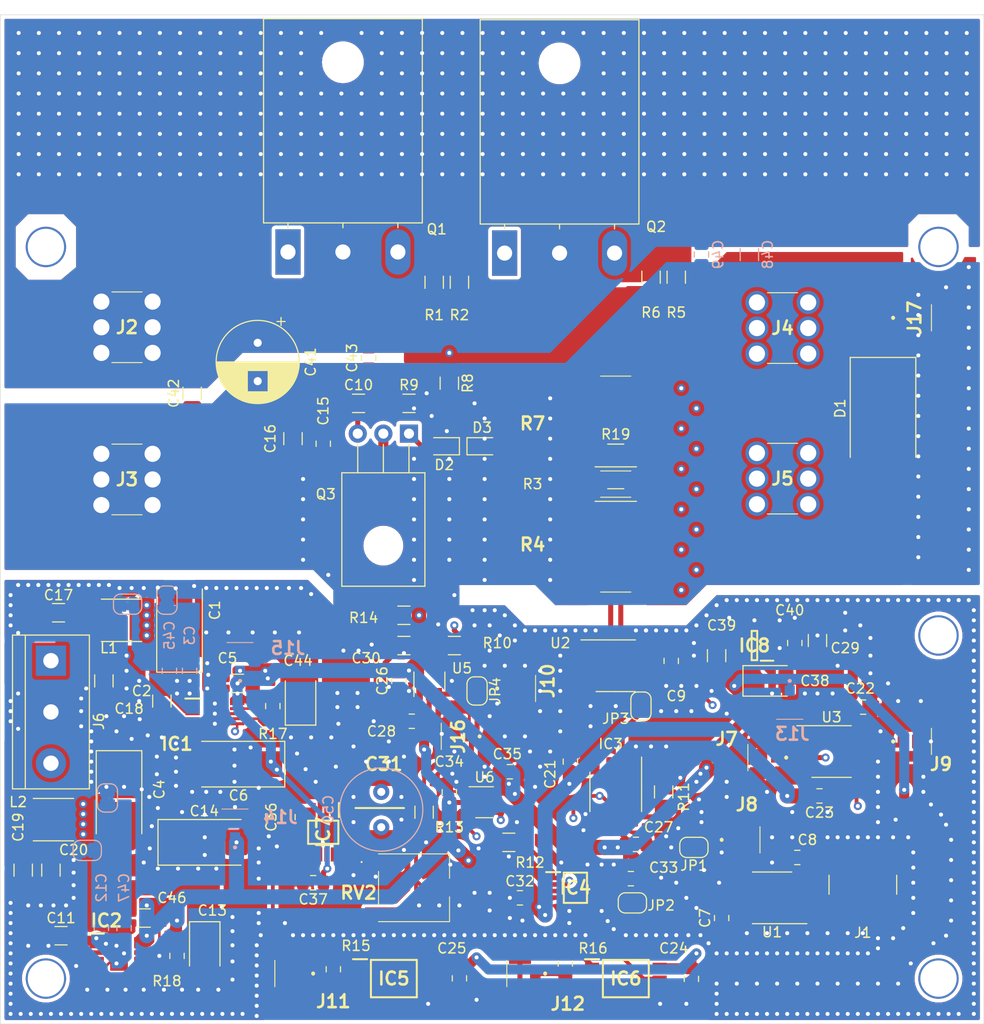
<source format=kicad_pcb>
(kicad_pcb (version 20171130) (host pcbnew "(5.1.4)-1")
  (layers (0 F.Cu signal) (1 In1.Cu signal) (2 In2.Cu signal) (31 B.Cu signal) (34 B.Paste user) (35 F.Paste user) (36 B.SilkS user) (37 F.SilkS user) (38 B.Mask user) (39 F.Mask user) (44 Edge.Cuts user))
  (net 0 "")
  (net 1 GNDA)
  (net 2 +5VA)
  (net 3 "Net-(J1-Pad2)")
  (net 4 "Net-(J1-Pad1)")
  (net 5 +5VP)
  (net 6 /drive_and_measure/Coil_P)
  (net 7 /drive_and_measure/Coil_N)
  (net 8 "Net-(Q1-Pad3)")
  (net 9 "Net-(Q2-Pad3)")
  (net 10 +12VP)
  (net 11 /drive_and_measure/BJT_drive)
  (net 12 /drive_and_measure/Darlington)
  (net 13 -12VP)
  (net 14 +12VA)
  (net 15 -12VA)
  (net 16 "Net-(C17-Pad1)")
  (net 17 "Net-(C19-Pad2)")
  (net 18 SetPoint)
  (net 19 "Net-(C31-Pad1)")
  (net 20 "Net-(IC3-Pad8)")
  (net 21 CurrentSense)
  (net 22 "Net-(IC3-Pad1)")
  (net 23 "Net-(J7-Pad1)")
  (net 24 "Net-(R13-Pad2)")
  (net 25 Error)
  (net 26 "Net-(IC3-Pad3)")
  (net 27 "Net-(IC3-Pad2)")
  (net 28 CoilVoltage)
  (net 29 "Net-(C30-Pad1)")
  (net 30 "Net-(C30-Pad2)")
  (net 31 "Net-(J9-Pad1)")
  (net 32 ^FeedbackEngage)
  (net 33 "Net-(IC4-Pad5)")
  (net 34 "Net-(IC4-Pad1)")
  (net 35 ^IntegrateEngage)
  (net 36 "Net-(IC5-Pad3)")
  (net 37 "Net-(IC5-Pad1)")
  (net 38 "Net-(IC6-Pad3)")
  (net 39 "Net-(IC6-Pad1)")
  (net 40 "Net-(R12-Pad1)")
  (net 41 FeedBack)
  (net 42 "Net-(J11-Pad1)")
  (net 43 "Net-(J12-Pad1)")
  (net 44 "Net-(C44-Pad1)")
  (net 45 "Net-(C44-Pad2)")
  (net 46 "Net-(C5-Pad3)")
  (net 47 "Net-(C3-Pad2)")
  (net 48 "Net-(C13-Pad2)")
  (net 49 "Net-(C13-Pad1)")
  (net 50 "Net-(C46-Pad3)")
  (net 51 "Net-(C12-Pad2)")
  (net 52 "Net-(D2-Pad1)")
  (module SamacSys_Parts:Coaxial_IPX_TE_23370191-1-2 (layer F.Cu) (at 156 66.025 270)
    (fp_text reference J17 (at 0 0.375 90) (layer F.SilkS) (effects (font (size 1.27 1.27) (thickness 0.254))))
    (fp_text value Conn_Coaxial hide)
    (pad 2 smd rect (at 1.475 0 270) (size 1.05 2.2) (layers F.Cu F.Paste F.Mask) (net 1 GNDA))
    (pad 2 smd rect (at -1.475 0 270) (size 1.05 2.2) (layers F.Cu F.Paste F.Mask) (net 1 GNDA))
    (pad 1 smd rect (at 0 1.525 270) (size 1 1.05) (layers F.Cu F.Paste F.Mask) (net 6 /drive_and_measure/Coil_P))
  )
  (module SamacSys_Parts:SOT95P280X100-5N (layer F.Cu) (at 139.75 98.5 180)
    (fp_text reference IC8 (at 0 0) (layer F.SilkS) (effects (font (size 1.27 1.27) (thickness 0.254))))
    (fp_text value ADP7118AUJZ-5.0-R7 hide)
    (pad 5 smd rect (at 1.25 -0.95 270) (size 0.6 1.25) (layers F.Cu F.Paste F.Mask) (net 2 +5VA))
    (pad 4 smd rect (at 1.25 0.95 270) (size 0.6 1.25) (layers F.Cu F.Paste F.Mask) (net 2 +5VA))
    (pad 3 smd rect (at -1.25 0.95 270) (size 0.6 1.25) (layers F.Cu F.Paste F.Mask) (net 14 +12VA))
    (pad 2 smd rect (at -1.25 0 270) (size 0.6 1.25) (layers F.Cu F.Paste F.Mask) (net 1 GNDA))
    (pad 1 smd rect (at -1.25 -0.95 270) (size 0.6 1.25) (layers F.Cu F.Paste F.Mask) (net 14 +12VA))
  )
  (module SamacSys_Parts:SOP65P490X110-8N (layer F.Cu) (at 97 117 270)
    (fp_text reference IC7 (at 0 0 90) (layer F.SilkS) (effects (font (size 1.27 1.27) (thickness 0.254))))
    (fp_text value ADG1402BRMZ hide)
    (pad 8 smd rect (at 2.2 -0.975) (size 0.45 1.4) (layers F.Cu F.Paste F.Mask) (net 19 "Net-(C31-Pad1)"))
    (pad 7 smd rect (at 2.2 -0.325) (size 0.45 1.4) (layers F.Cu F.Paste F.Mask) (net 14 +12VA))
    (pad 6 smd rect (at 2.2 0.325) (size 0.45 1.4) (layers F.Cu F.Paste F.Mask) (net 35 ^IntegrateEngage))
    (pad 5 smd rect (at 2.2 0.975) (size 0.45 1.4) (layers F.Cu F.Paste F.Mask))
    (pad 4 smd rect (at -2.2 0.975) (size 0.45 1.4) (layers F.Cu F.Paste F.Mask) (net 15 -12VA))
    (pad 3 smd rect (at -2.2 0.325) (size 0.45 1.4) (layers F.Cu F.Paste F.Mask) (net 1 GNDA))
    (pad 2 smd rect (at -2.2 -0.325) (size 0.45 1.4) (layers F.Cu F.Paste F.Mask))
    (pad 1 smd rect (at -2.2 -0.975) (size 0.45 1.4) (layers F.Cu F.Paste F.Mask) (net 41 FeedBack))
  )
  (module SamacSys_Parts:SOT127P700X230-5N (layer F.Cu) (at 127 131.5)
    (fp_text reference IC6 (at 0 0) (layer F.SilkS) (effects (font (size 1.27 1.27) (thickness 0.254))))
    (fp_text value TLP116A_TPL,E hide)
    (pad 6 smd rect (at 3.35 -1.27 90) (size 0.6 1.4) (layers F.Cu F.Paste F.Mask) (net 2 +5VA))
    (pad 5 smd rect (at 3.35 0 90) (size 0.6 1.4) (layers F.Cu F.Paste F.Mask) (net 32 ^FeedbackEngage))
    (pad 4 smd rect (at 3.35 1.27 90) (size 0.6 1.4) (layers F.Cu F.Paste F.Mask) (net 1 GNDA))
    (pad 3 smd rect (at -3.35 1.27 90) (size 0.6 1.4) (layers F.Cu F.Paste F.Mask) (net 38 "Net-(IC6-Pad3)"))
    (pad 1 smd rect (at -3.35 -1.27 90) (size 0.6 1.4) (layers F.Cu F.Paste F.Mask) (net 39 "Net-(IC6-Pad1)"))
  )
  (module SamacSys_Parts:SOT127P700X230-5N (layer F.Cu) (at 104 131.5)
    (fp_text reference IC5 (at 0 0) (layer F.SilkS) (effects (font (size 1.27 1.27) (thickness 0.254))))
    (fp_text value TLP116A_TPL,E hide)
    (pad 6 smd rect (at 3.35 -1.27 90) (size 0.6 1.4) (layers F.Cu F.Paste F.Mask) (net 2 +5VA))
    (pad 5 smd rect (at 3.35 0 90) (size 0.6 1.4) (layers F.Cu F.Paste F.Mask) (net 35 ^IntegrateEngage))
    (pad 4 smd rect (at 3.35 1.27 90) (size 0.6 1.4) (layers F.Cu F.Paste F.Mask) (net 1 GNDA))
    (pad 3 smd rect (at -3.35 1.27 90) (size 0.6 1.4) (layers F.Cu F.Paste F.Mask) (net 36 "Net-(IC5-Pad3)"))
    (pad 1 smd rect (at -3.35 -1.27 90) (size 0.6 1.4) (layers F.Cu F.Paste F.Mask) (net 37 "Net-(IC5-Pad1)"))
  )
  (module SamacSys_Parts:SOP65P490X110-8N (layer F.Cu) (at 122 122.5)
    (fp_text reference IC4 (at 0 0) (layer F.SilkS) (effects (font (size 1.27 1.27) (thickness 0.254))))
    (fp_text value TMUX6219DGKR hide)
    (pad 8 smd rect (at 2.2 -0.975 90) (size 0.45 1.4) (layers F.Cu F.Paste F.Mask) (net 1 GNDA))
    (pad 7 smd rect (at 2.2 -0.325 90) (size 0.45 1.4) (layers F.Cu F.Paste F.Mask) (net 14 +12VA))
    (pad 6 smd rect (at 2.2 0.325 90) (size 0.45 1.4) (layers F.Cu F.Paste F.Mask) (net 32 ^FeedbackEngage))
    (pad 5 smd rect (at 2.2 0.975 90) (size 0.45 1.4) (layers F.Cu F.Paste F.Mask) (net 33 "Net-(IC4-Pad5)"))
    (pad 4 smd rect (at -2.2 0.975 90) (size 0.45 1.4) (layers F.Cu F.Paste F.Mask) (net 15 -12VA))
    (pad 3 smd rect (at -2.2 0.325 90) (size 0.45 1.4) (layers F.Cu F.Paste F.Mask) (net 1 GNDA))
    (pad 2 smd rect (at -2.2 -0.325 90) (size 0.45 1.4) (layers F.Cu F.Paste F.Mask) (net 25 Error))
    (pad 1 smd rect (at -2.2 -0.975 90) (size 0.45 1.4) (layers F.Cu F.Paste F.Mask) (net 34 "Net-(IC4-Pad1)"))
  )
  (module Jumper:SolderJumper-2_P1.3mm_Open_RoundedPad1.0x1.5mm (layer F.Cu) (at 112.25 103 270)
    (fp_text reference JP4 (at 0 -1.8 90) (layer F.SilkS))
    (fp_text value Jumper_2_Open)
    (pad 2 smd custom (at 0.65 0 270) (size 1 0.5) (layers F.Cu F.Mask) (net 41 FeedBack) (options (clearance outline) (anchor rect)) (primitives (gr_circle (center 0 0.25) (end 0.5 0.25) (width 0)) (gr_circle (center 0 -0.25) (end 0.5 -0.25) (width 0)) (gr_poly (pts (xy 0 -0.75) (xy -0.5 -0.75) (xy -0.5 0.75) (xy 0 0.75)) (width 0))))
    (pad 1 smd custom (at -0.65 0 270) (size 1 0.5) (layers F.Cu F.Mask) (net 28 CoilVoltage) (options (clearance outline) (anchor rect)) (primitives (gr_circle (center 0 0.25) (end 0.5 0.25) (width 0)) (gr_circle (center 0 -0.25) (end 0.5 -0.25) (width 0)) (gr_poly (pts (xy 0 -0.75) (xy 0.5 -0.75) (xy 0.5 0.75) (xy 0 0.75)) (width 0))))
  )
  (module SamacSys_Parts:Coaxial_IPX_TE_23370191-1-2 (layer F.Cu) (at 110 107.5 90)
    (fp_text reference J16 (at 0 0.375 90) (layer F.SilkS) (effects (font (size 1.27 1.27) (thickness 0.254))))
    (fp_text value Conn_Coaxial hide)
    (pad 2 smd rect (at 1.475 0 90) (size 1.05 2.2) (layers F.Cu F.Paste F.Mask) (net 1 GNDA))
    (pad 2 smd rect (at -1.475 0 90) (size 1.05 2.2) (layers F.Cu F.Paste F.Mask) (net 1 GNDA))
    (pad 1 smd rect (at 0 1.525 90) (size 1 1.05) (layers F.Cu F.Paste F.Mask) (net 41 FeedBack))
  )
  (module Capacitor_THT:C_Radial_D8.0mm_H7.0mm_P3.50mm (layer B.Cu) (at 102.75 113 270)
    (fp_text reference C50 (at 1.75 5.25 270) (layer B.SilkS) (effects (justify mirror)))
    (fp_text value C)
    (pad 2 thru_hole circle (at 3.5 0 270) (size 1.6 1.6) (drill 0.8) (layers *.Cu *.Mask) (net 19 "Net-(C31-Pad1)"))
    (pad 1 thru_hole circle (at 0 0 270) (size 1.6 1.6) (drill 0.8) (layers *.Cu *.Mask) (net 41 FeedBack))
  )
  (module SamacSys_Parts:R_CSSH2728_handsolder (layer F.Cu) (at 126 80.75)
    (fp_text reference R19 (at 0 -3.18) (layer F.SilkS))
    (fp_text value 20m)
    (pad 1 smd roundrect (at -3 0) (size 3.9 7.85) (layers F.Cu F.Paste F.Mask) (roundrect_rratio 0.078) (net 1 GNDA))
    (pad 2 smd roundrect (at 3 0) (size 3.9 7.85) (layers F.Cu F.Paste F.Mask) (roundrect_rratio 0.078) (net 7 /drive_and_measure/Coil_N))
  )
  (module Diode_SMD:D_SOD-323 (layer F.Cu) (at 112.75 78.75)
    (fp_text reference D3 (at 0 -1.85) (layer F.SilkS))
    (fp_text value D_Zener)
    (pad 2 smd rect (at 1.05 0) (size 0.6 0.45) (layers F.Cu F.Paste F.Mask) (net 1 GNDA))
    (pad 1 smd rect (at -1.05 0) (size 0.6 0.45) (layers F.Cu F.Paste F.Mask) (net 52 "Net-(D2-Pad1)"))
  )
  (module Diode_SMD:D_SOD-323 (layer F.Cu) (at 109 78.75 180)
    (fp_text reference D2 (at 0 -1.85) (layer F.SilkS))
    (fp_text value D_Zener)
    (pad 2 smd rect (at 1.05 0 180) (size 0.6 0.45) (layers F.Cu F.Paste F.Mask) (net 11 /drive_and_measure/BJT_drive))
    (pad 1 smd rect (at -1.05 0 180) (size 0.6 0.45) (layers F.Cu F.Paste F.Mask) (net 52 "Net-(D2-Pad1)"))
  )
  (module Capacitor_Tantalum_SMD:CP_EIA-3528-15_AVX-H_Pad1.50x2.35mm_HandSolder (layer F.Cu) (at 141.25 102)
    (fp_text reference C38 (at 4.5 0) (layer F.SilkS))
    (fp_text value "22uF (TPSB226K010R0500)")
    (pad 2 smd roundrect (at 1.625 0) (size 1.5 2.35) (layers F.Cu F.Paste F.Mask) (roundrect_rratio 0.166667) (net 1 GNDA))
    (pad 1 smd roundrect (at -1.625 0) (size 1.5 2.35) (layers F.Cu F.Paste F.Mask) (roundrect_rratio 0.166667) (net 2 +5VA))
  )
  (module SamacSys_Parts:Coaxial_IPX_TE_23370191-1-2 (layer B.Cu) (at 143.25 104.5)
    (fp_text reference J13 (at 0.25 2.75) (layer B.SilkS) (effects (font (size 1.27 1.27) (thickness 0.254)) (justify mirror)))
    (fp_text value Conn_Coaxial hide)
    (pad 2 smd rect (at 1.475 0) (size 1.05 2.2) (layers B.Cu B.Paste B.Mask) (net 1 GNDA))
    (pad 2 smd rect (at -1.475 0) (size 1.05 2.2) (layers B.Cu B.Paste B.Mask) (net 1 GNDA))
    (pad 1 smd rect (at 0 -1.525) (size 1 1.05) (layers B.Cu B.Paste B.Mask) (net 2 +5VA))
  )
  (module Capacitor_SMD:C_0805_2012Metric_Pad1.15x1.40mm_HandSolder (layer B.Cu) (at 134.5 59.75 90)
    (fp_text reference C49 (at 0 1.65 90) (layer B.SilkS) (effects (justify mirror)))
    (fp_text value 0.1u)
    (pad 2 smd roundrect (at 1.025 0 90) (size 1.15 1.4) (layers B.Cu B.Paste B.Mask) (roundrect_rratio 0.217391) (net 5 +5VP))
    (pad 1 smd roundrect (at -1.025 0 90) (size 1.15 1.4) (layers B.Cu B.Paste B.Mask) (roundrect_rratio 0.217391) (net 1 GNDA))
  )
  (module Capacitor_SMD:C_1206_3216Metric (layer B.Cu) (at 139.25 59.75 90)
    (fp_text reference C48 (at 0 1.82 270) (layer B.SilkS) (effects (justify mirror)))
    (fp_text value 1u)
    (pad 2 smd roundrect (at 1.4 0 90) (size 1.25 1.75) (layers B.Cu B.Paste B.Mask) (roundrect_rratio 0.2) (net 5 +5VP))
    (pad 1 smd roundrect (at -1.4 0 90) (size 1.25 1.75) (layers B.Cu B.Paste B.Mask) (roundrect_rratio 0.2) (net 1 GNDA))
  )
  (module SamacSys_Parts:Coaxial_IPX_TE_23370191-1-2 (layer B.Cu) (at 88.75 99.5 180)
    (fp_text reference J15 (at -4.75 0.75) (layer B.SilkS) (effects (font (size 1.27 1.27) (thickness 0.254)) (justify mirror)))
    (fp_text value Conn_Coaxial hide)
    (pad 2 smd rect (at 1.475 0 180) (size 1.05 2.2) (layers B.Cu B.Paste B.Mask) (net 1 GNDA))
    (pad 2 smd rect (at -1.475 0 180) (size 1.05 2.2) (layers B.Cu B.Paste B.Mask) (net 1 GNDA))
    (pad 1 smd rect (at 0 -1.525 180) (size 1 1.05) (layers B.Cu B.Paste B.Mask) (net 14 +12VA))
  )
  (module SamacSys_Parts:Coaxial_IPX_TE_23370191-1-2 (layer B.Cu) (at 88.25 116 180)
    (fp_text reference J14 (at -4.5 0.5) (layer B.SilkS) (effects (font (size 1.27 1.27) (thickness 0.254)) (justify mirror)))
    (fp_text value Conn_Coaxial hide)
    (pad 2 smd rect (at 1.475 0 180) (size 1.05 2.2) (layers B.Cu B.Paste B.Mask) (net 1 GNDA))
    (pad 2 smd rect (at -1.475 0 180) (size 1.05 2.2) (layers B.Cu B.Paste B.Mask) (net 1 GNDA))
    (pad 1 smd rect (at 0 -1.525 180) (size 1 1.05) (layers B.Cu B.Paste B.Mask) (net 15 -12VA))
  )
  (module Diode_SMD:D_SMB-SMC_Universal_Handsoldering (layer F.Cu) (at 152.5 75.45 270)
    (fp_text reference D1 (at -0.45 4.25 90) (layer F.SilkS))
    (fp_text value D_TVS)
    (pad 2 smd trapezoid (at 3.2 0 90) (size 4.3 2.6) (rect_delta 1 0) (layers F.Cu F.Paste F.Mask) (net 7 /drive_and_measure/Coil_N))
    (pad 1 smd trapezoid (at -3.2 0 270) (size 4.3 2.6) (rect_delta 1 0) (layers F.Cu F.Paste F.Mask) (net 6 /drive_and_measure/Coil_P))
  )
  (module SamacSys_Parts:DummyJumperStub (layer B.Cu) (at 73.6 118.8)
    (fp_text reference JP8 hide)
    (fp_text value SolderJumper_2_Bridged hide)
    (fp_poly (pts (xy -0.25 0.6) (xy 0.25 0.6) (xy 0.25 -0.2) (xy -0.25 -0.2)) (layer B.Cu) (width 0))
    (fp_poly (pts (xy -0.25 -0.2) (xy 0.25 -0.2) (xy 0.25 -0.6) (xy -0.25 -0.6)) (layer B.Cu) (width 0))
    (pad 1 smd custom (at -0.65 0) (size 1 0.5) (layers B.Cu B.Mask) (net 1 GNDA) (options (clearance outline) (anchor rect)) (primitives (gr_circle (center 0 -0.25) (end 0.5 -0.25) (width 0)) (gr_circle (center 0 0.25) (end 0.5 0.25) (width 0)) (gr_poly (pts (xy 0.5 -0.75) (xy 0.5 0.75) (xy 0 0.75) (xy 0 -0.75)) (width 0))))
    (pad 2 smd custom (at 0.65 0) (size 1 0.5) (layers B.Cu B.Mask) (net 51 "Net-(C12-Pad2)") (options (clearance outline) (anchor rect)) (primitives (gr_circle (center 0 -0.25) (end 0.5 -0.25) (width 0)) (gr_circle (center 0 0.25) (end 0.5 0.25) (width 0)) (gr_poly (pts (xy -0.5 -0.75) (xy -0.5 0.75) (xy 0 0.75) (xy 0 -0.75)) (width 0))))
  )
  (module SamacSys_Parts:DummyJumperStub (layer B.Cu) (at 75.6 113.6 270)
    (fp_text reference JP7 hide)
    (fp_text value SolderJumper_2_Bridged hide)
    (fp_poly (pts (xy -0.25 0.6) (xy 0.25 0.6) (xy 0.25 -0.2) (xy -0.25 -0.2)) (layer B.Cu) (width 0))
    (fp_poly (pts (xy -0.25 -0.2) (xy 0.25 -0.2) (xy 0.25 -0.6) (xy -0.25 -0.6)) (layer B.Cu) (width 0))
    (pad 1 smd custom (at -0.65 0 270) (size 1 0.5) (layers B.Cu B.Mask) (net 1 GNDA) (options (clearance outline) (anchor rect)) (primitives (gr_circle (center 0 -0.25) (end 0.5 -0.25) (width 0)) (gr_circle (center 0 0.25) (end 0.5 0.25) (width 0)) (gr_poly (pts (xy 0.5 -0.75) (xy 0.5 0.75) (xy 0 0.75) (xy 0 -0.75)) (width 0))))
    (pad 2 smd custom (at 0.65 0 270) (size 1 0.5) (layers B.Cu B.Mask) (net 51 "Net-(C12-Pad2)") (options (clearance outline) (anchor rect)) (primitives (gr_circle (center 0 -0.25) (end 0.5 -0.25) (width 0)) (gr_circle (center 0 0.25) (end 0.5 0.25) (width 0)) (gr_poly (pts (xy -0.5 -0.75) (xy -0.5 0.75) (xy 0 0.75) (xy 0 -0.75)) (width 0))))
  )
  (module Capacitor_SMD:C_0805_2012Metric_Pad1.15x1.40mm_HandSolder (layer B.Cu) (at 77.25 126.5 90)
    (fp_text reference C47 (at 4 0 90) (layer B.SilkS) (effects (justify mirror)))
    (fp_text value 0.1uF)
    (pad 2 smd roundrect (at 1.025 0 90) (size 1.15 1.4) (layers B.Cu B.Paste B.Mask) (roundrect_rratio 0.217391) (net 51 "Net-(C12-Pad2)"))
    (pad 1 smd roundrect (at -1.025 0 90) (size 1.15 1.4) (layers B.Cu B.Paste B.Mask) (roundrect_rratio 0.217391) (net 13 -12VP))
  )
  (module Resistor_SMD:R_0805_2012Metric_Pad1.15x1.40mm_HandSolder (layer F.Cu) (at 82.5 129.25 90)
    (fp_text reference R18 (at -2.5 -1) (layer F.SilkS))
    (fp_text value 107k)
    (pad 2 smd roundrect (at 1.025 0 90) (size 1.15 1.4) (layers F.Cu F.Paste F.Mask) (roundrect_rratio 0.217391) (net 49 "Net-(C13-Pad1)"))
    (pad 1 smd roundrect (at -1.025 0 90) (size 1.15 1.4) (layers F.Cu F.Paste F.Mask) (roundrect_rratio 0.217391) (net 48 "Net-(C13-Pad2)"))
  )
  (module SamacSys_Parts:C_1206_3216Metric_Pad1.42x1.75mm_Kelvin (layer F.Cu) (at 79.25 125.5 180)
    (fp_text reference C46 (at -2.75 2) (layer F.SilkS))
    (fp_text value 4.7uF)
    (pad 4 smd roundrect (at 1.4875 0.5 180) (size 1.425 0.75) (layers F.Cu F.Paste F.Mask) (roundrect_rratio 0.175) (net 49 "Net-(C13-Pad1)"))
    (pad 1 smd roundrect (at -1.5 0.5 180) (size 1.425 0.75) (layers F.Cu F.Paste F.Mask) (roundrect_rratio 0.175) (net 15 -12VA))
    (pad 2 smd roundrect (at 1.4875 -0.5 180) (size 1.425 0.75) (layers F.Cu F.Paste F.Mask) (roundrect_rratio 0.175) (net 1 GNDA))
    (pad 3 smd roundrect (at -1.5 -0.5 180) (size 1.425 0.75) (layers F.Cu F.Paste F.Mask) (roundrect_rratio 0.175) (net 50 "Net-(C46-Pad3)"))
  )
  (module Capacitor_Tantalum_SMD:CP_EIA-3528-12_Kemet-T_Pad1.50x2.35mm_HandSolder (layer F.Cu) (at 85.25 128.5 270)
    (fp_text reference C13 (at -3.75 -0.75 180) (layer F.SilkS))
    (fp_text value "4.7uF TR3B475K025C1500")
    (pad 2 smd roundrect (at 1.625 0 270) (size 1.5 2.35) (layers F.Cu F.Paste F.Mask) (roundrect_rratio 0.166667) (net 48 "Net-(C13-Pad2)"))
    (pad 1 smd roundrect (at -1.625 0 270) (size 1.5 2.35) (layers F.Cu F.Paste F.Mask) (roundrect_rratio 0.166667) (net 49 "Net-(C13-Pad1)"))
  )
  (module Capacitor_SMD:C_0805_2012Metric_Pad1.15x1.40mm_HandSolder (layer B.Cu) (at 81.75 101 90)
    (fp_text reference C45 (at 3.5 0 270) (layer B.SilkS) (effects (justify mirror)))
    (fp_text value 0.1uF)
    (pad 2 smd roundrect (at 1.025 0 90) (size 1.15 1.4) (layers B.Cu B.Paste B.Mask) (roundrect_rratio 0.217391) (net 47 "Net-(C3-Pad2)"))
    (pad 1 smd roundrect (at -1.025 0 90) (size 1.15 1.4) (layers B.Cu B.Paste B.Mask) (roundrect_rratio 0.217391) (net 10 +12VP))
  )
  (module SamacSys_Parts:DummyJumperStub (layer B.Cu) (at 81.5 94 270)
    (fp_text reference JP6 hide)
    (fp_text value SolderJumper_2_Bridged hide)
    (fp_poly (pts (xy -0.25 0.6) (xy 0.25 0.6) (xy 0.25 -0.2) (xy -0.25 -0.2)) (layer B.Cu) (width 0))
    (fp_poly (pts (xy -0.25 -0.2) (xy 0.25 -0.2) (xy 0.25 -0.6) (xy -0.25 -0.6)) (layer B.Cu) (width 0))
    (pad 1 smd custom (at -0.65 0 270) (size 1 0.5) (layers B.Cu B.Mask) (net 1 GNDA) (options (clearance outline) (anchor rect)) (primitives (gr_circle (center 0 -0.25) (end 0.5 -0.25) (width 0)) (gr_circle (center 0 0.25) (end 0.5 0.25) (width 0)) (gr_poly (pts (xy 0.5 -0.75) (xy 0.5 0.75) (xy 0 0.75) (xy 0 -0.75)) (width 0))))
    (pad 2 smd custom (at 0.65 0 270) (size 1 0.5) (layers B.Cu B.Mask) (net 47 "Net-(C3-Pad2)") (options (clearance outline) (anchor rect)) (primitives (gr_circle (center 0 -0.25) (end 0.5 -0.25) (width 0)) (gr_circle (center 0 0.25) (end 0.5 0.25) (width 0)) (gr_poly (pts (xy -0.5 -0.75) (xy -0.5 0.75) (xy 0 0.75) (xy 0 -0.75)) (width 0))))
  )
  (module SamacSys_Parts:DummyJumperStub (layer B.Cu) (at 77.6 94.4)
    (fp_text reference JP5 hide)
    (fp_text value SolderJumper_2_Bridged hide)
    (fp_poly (pts (xy -0.25 0.6) (xy 0.25 0.6) (xy 0.25 -0.2) (xy -0.25 -0.2)) (layer B.Cu) (width 0))
    (fp_poly (pts (xy -0.25 -0.2) (xy 0.25 -0.2) (xy 0.25 -0.6) (xy -0.25 -0.6)) (layer B.Cu) (width 0))
    (pad 1 smd custom (at -0.65 0) (size 1 0.5) (layers B.Cu B.Mask) (net 1 GNDA) (options (clearance outline) (anchor rect)) (primitives (gr_circle (center 0 -0.25) (end 0.5 -0.25) (width 0)) (gr_circle (center 0 0.25) (end 0.5 0.25) (width 0)) (gr_poly (pts (xy 0.5 -0.75) (xy 0.5 0.75) (xy 0 0.75) (xy 0 -0.75)) (width 0))))
    (pad 2 smd custom (at 0.65 0) (size 1 0.5) (layers B.Cu B.Mask) (net 47 "Net-(C3-Pad2)") (options (clearance outline) (anchor rect)) (primitives (gr_circle (center 0 -0.25) (end 0.5 -0.25) (width 0)) (gr_circle (center 0 0.25) (end 0.5 0.25) (width 0)) (gr_poly (pts (xy -0.5 -0.75) (xy -0.5 0.75) (xy 0 0.75) (xy 0 -0.75)) (width 0))))
  )
  (module Capacitor_Tantalum_SMD:CP_EIA-3528-12_Kemet-T_Pad1.50x2.35mm_HandSolder (layer F.Cu) (at 94.75 103.75 90)
    (fp_text reference C44 (at 3.75 -0.25 180) (layer F.SilkS))
    (fp_text value "4.7uF TR3B475K025C1500")
    (pad 2 smd roundrect (at 1.625 0 90) (size 1.5 2.35) (layers F.Cu F.Paste F.Mask) (roundrect_rratio 0.166667) (net 45 "Net-(C44-Pad2)"))
    (pad 1 smd roundrect (at -1.625 0 90) (size 1.5 2.35) (layers F.Cu F.Paste F.Mask) (roundrect_rratio 0.166667) (net 44 "Net-(C44-Pad1)"))
  )
  (module SamacSys_Parts:C_1206_3216Metric_Pad1.42x1.75mm_Kelvin (layer F.Cu) (at 88.5 102.25 180)
    (fp_text reference C5 (at 1 2.5) (layer F.SilkS))
    (fp_text value 4.7uF)
    (pad 4 smd roundrect (at 1.4875 0.5 180) (size 1.425 0.75) (layers F.Cu F.Paste F.Mask) (roundrect_rratio 0.175) (net 45 "Net-(C44-Pad2)"))
    (pad 1 smd roundrect (at -1.5 0.5 180) (size 1.425 0.75) (layers F.Cu F.Paste F.Mask) (roundrect_rratio 0.175) (net 14 +12VA))
    (pad 2 smd roundrect (at 1.4875 -0.5 180) (size 1.425 0.75) (layers F.Cu F.Paste F.Mask) (roundrect_rratio 0.175) (net 1 GNDA))
    (pad 3 smd roundrect (at -1.5 -0.5 180) (size 1.425 0.75) (layers F.Cu F.Paste F.Mask) (roundrect_rratio 0.175) (net 46 "Net-(C5-Pad3)"))
  )
  (module Resistor_SMD:R_0805_2012Metric_Pad1.15x1.40mm_HandSolder (layer F.Cu) (at 92 104.5 90)
    (fp_text reference R17 (at -2.75 0 180) (layer F.SilkS))
    (fp_text value 107k)
    (pad 2 smd roundrect (at 1.025 0 90) (size 1.15 1.4) (layers F.Cu F.Paste F.Mask) (roundrect_rratio 0.217391) (net 45 "Net-(C44-Pad2)"))
    (pad 1 smd roundrect (at -1.025 0 90) (size 1.15 1.4) (layers F.Cu F.Paste F.Mask) (roundrect_rratio 0.217391) (net 44 "Net-(C44-Pad1)"))
  )
  (module Capacitor_SMD:C_0805_2012Metric_Pad1.15x1.40mm_HandSolder (layer F.Cu) (at 101.5 70 90)
    (fp_text reference C43 (at 0 -1.65 90) (layer F.SilkS))
    (fp_text value 0.1u)
    (pad 2 smd roundrect (at 1.025 0 90) (size 1.15 1.4) (layers F.Cu F.Paste F.Mask) (roundrect_rratio 0.217391) (net 5 +5VP))
    (pad 1 smd roundrect (at -1.025 0 90) (size 1.15 1.4) (layers F.Cu F.Paste F.Mask) (roundrect_rratio 0.217391) (net 1 GNDA))
  )
  (module Capacitor_SMD:C_1206_3216Metric (layer F.Cu) (at 84 73.5 90)
    (fp_text reference C42 (at 0 -1.82 90) (layer F.SilkS))
    (fp_text value 1u)
    (pad 2 smd roundrect (at 1.4 0 90) (size 1.25 1.75) (layers F.Cu F.Paste F.Mask) (roundrect_rratio 0.2) (net 5 +5VP))
    (pad 1 smd roundrect (at -1.4 0 90) (size 1.25 1.75) (layers F.Cu F.Paste F.Mask) (roundrect_rratio 0.2) (net 1 GNDA))
  )
  (module Capacitor_THT:CP_Radial_D8.0mm_P3.80mm (layer F.Cu) (at 90.5 68.5 270)
    (fp_text reference C41 (at 1.9 -5.25 90) (layer F.SilkS))
    (fp_text value 680uF)
    (pad 2 thru_hole circle (at 3.8 0 270) (size 1.6 1.6) (drill 0.8) (layers *.Cu *.Mask) (net 1 GNDA))
    (pad 1 thru_hole rect (at 0 0 270) (size 1.6 1.6) (drill 0.8) (layers *.Cu *.Mask) (net 5 +5VP))
  )
  (module Resistor_SMD:R_0805_2012Metric_Pad1.15x1.40mm_HandSolder (layer F.Cu) (at 121 130 270)
    (fp_text reference R16 (at -1.5 -2.75 180) (layer F.SilkS))
    (fp_text value 350)
    (pad 2 smd roundrect (at 1.025 0 270) (size 1.15 1.4) (layers F.Cu F.Paste F.Mask) (roundrect_rratio 0.217391) (net 43 "Net-(J12-Pad1)"))
    (pad 1 smd roundrect (at -1.025 0 270) (size 1.15 1.4) (layers F.Cu F.Paste F.Mask) (roundrect_rratio 0.217391) (net 39 "Net-(IC6-Pad1)"))
  )
  (module Resistor_SMD:R_0805_2012Metric_Pad1.15x1.40mm_HandSolder (layer F.Cu) (at 98 130.575 270)
    (fp_text reference R15 (at -2.325 -2.25 180) (layer F.SilkS))
    (fp_text value 350)
    (pad 2 smd roundrect (at 1.025 0 270) (size 1.15 1.4) (layers F.Cu F.Paste F.Mask) (roundrect_rratio 0.217391) (net 42 "Net-(J11-Pad1)"))
    (pad 1 smd roundrect (at -1.025 0 270) (size 1.15 1.4) (layers F.Cu F.Paste F.Mask) (roundrect_rratio 0.217391) (net 37 "Net-(IC5-Pad1)"))
  )
  (module SamacSys_Parts:Coaxial_IPX_TE_23370191-1-2 (layer F.Cu) (at 116.5 131 90)
    (fp_text reference J12 (at -3 4.75 180) (layer F.SilkS) (effects (font (size 1.27 1.27) (thickness 0.254))))
    (fp_text value Conn_Coaxial hide)
    (pad 2 smd rect (at 1.475 0 90) (size 1.05 2.2) (layers F.Cu F.Paste F.Mask) (net 38 "Net-(IC6-Pad3)"))
    (pad 2 smd rect (at -1.475 0 90) (size 1.05 2.2) (layers F.Cu F.Paste F.Mask) (net 38 "Net-(IC6-Pad3)"))
    (pad 1 smd rect (at 0 1.525 90) (size 1 1.05) (layers F.Cu F.Paste F.Mask) (net 43 "Net-(J12-Pad1)"))
  )
  (module SamacSys_Parts:Coaxial_IPX_TE_23370191-1-2 (layer F.Cu) (at 93.5 131 90)
    (fp_text reference J11 (at -2.75 4.5 180) (layer F.SilkS) (effects (font (size 1.27 1.27) (thickness 0.254))))
    (fp_text value Conn_Coaxial hide)
    (pad 2 smd rect (at 1.475 0 90) (size 1.05 2.2) (layers F.Cu F.Paste F.Mask) (net 36 "Net-(IC5-Pad3)"))
    (pad 2 smd rect (at -1.475 0 90) (size 1.05 2.2) (layers F.Cu F.Paste F.Mask) (net 36 "Net-(IC5-Pad3)"))
    (pad 1 smd rect (at 0 1.525 90) (size 1 1.05) (layers F.Cu F.Paste F.Mask) (net 42 "Net-(J11-Pad1)"))
  )
  (module Capacitor_SMD:C_0805_2012Metric_Pad1.15x1.40mm_HandSolder (layer F.Cu) (at 143.75 98.25 90)
    (fp_text reference C40 (at 3.25 -0.5 180) (layer F.SilkS))
    (fp_text value 0.1uF)
    (pad 2 smd roundrect (at 1.025 0 90) (size 1.15 1.4) (layers F.Cu F.Paste F.Mask) (roundrect_rratio 0.217391) (net 1 GNDA))
    (pad 1 smd roundrect (at -1.025 0 90) (size 1.15 1.4) (layers F.Cu F.Paste F.Mask) (roundrect_rratio 0.217391) (net 14 +12VA))
  )
  (module Capacitor_SMD:C_1206_3216Metric_Pad1.42x1.75mm_HandSolder (layer F.Cu) (at 136 99.5 90)
    (fp_text reference C39 (at 3 0.5 180) (layer F.SilkS))
    (fp_text value 4.7uF)
    (pad 2 smd roundrect (at 1.4875 0 90) (size 1.425 1.75) (layers F.Cu F.Paste F.Mask) (roundrect_rratio 0.175439) (net 1 GNDA))
    (pad 1 smd roundrect (at -1.4875 0 90) (size 1.425 1.75) (layers F.Cu F.Paste F.Mask) (roundrect_rratio 0.175439) (net 2 +5VA))
  )
  (module Capacitor_SMD:C_1206_3216Metric_Pad1.42x1.75mm_HandSolder (layer F.Cu) (at 146 98 90)
    (fp_text reference C29 (at -0.75 2.75 180) (layer F.SilkS))
    (fp_text value 4.7uF)
    (pad 2 smd roundrect (at 1.4875 0 90) (size 1.425 1.75) (layers F.Cu F.Paste F.Mask) (roundrect_rratio 0.175439) (net 1 GNDA))
    (pad 1 smd roundrect (at -1.4875 0 90) (size 1.425 1.75) (layers F.Cu F.Paste F.Mask) (roundrect_rratio 0.175439) (net 14 +12VA))
  )
  (module Package_TO_SOT_SMD:TSOT-23-5 (layer F.Cu) (at 113 114)
    (fp_text reference U6 (at 0 -2.45) (layer F.SilkS))
    (fp_text value OPA188xxDBV)
    (pad 5 smd rect (at 1.31 -0.95) (size 1.22 0.65) (layers F.Cu F.Paste F.Mask) (net 14 +12VA))
    (pad 4 smd rect (at 1.31 0.95) (size 1.22 0.65) (layers F.Cu F.Paste F.Mask) (net 24 "Net-(R13-Pad2)"))
    (pad 3 smd rect (at -1.31 0.95) (size 1.22 0.65) (layers F.Cu F.Paste F.Mask) (net 40 "Net-(R12-Pad1)"))
    (pad 2 smd rect (at -1.31 0) (size 1.22 0.65) (layers F.Cu F.Paste F.Mask) (net 15 -12VA))
    (pad 1 smd rect (at -1.31 -0.95) (size 1.22 0.65) (layers F.Cu F.Paste F.Mask) (net 41 FeedBack))
  )
  (module Resistor_SMD:R_1206_3216Metric_Pad1.42x1.75mm_HandSolder (layer F.Cu) (at 115.4 118)
    (fp_text reference R12 (at 2.1 2) (layer F.SilkS))
    (fp_text value 500)
    (pad 2 smd roundrect (at 1.4875 0) (size 1.425 1.75) (layers F.Cu F.Paste F.Mask) (roundrect_rratio 0.175439) (net 34 "Net-(IC4-Pad1)"))
    (pad 1 smd roundrect (at -1.4875 0) (size 1.425 1.75) (layers F.Cu F.Paste F.Mask) (roundrect_rratio 0.175439) (net 40 "Net-(R12-Pad1)"))
  )
  (module Jumper:SolderJumper-2_P1.3mm_Open_RoundedPad1.0x1.5mm (layer F.Cu) (at 127.65 124)
    (fp_text reference JP2 (at 2.85 0.25) (layer F.SilkS))
    (fp_text value Jumper)
    (pad 2 smd custom (at 0.65 0) (size 1 0.5) (layers F.Cu F.Mask) (net 1 GNDA) (options (clearance outline) (anchor rect)) (primitives (gr_circle (center 0 0.25) (end 0.5 0.25) (width 0)) (gr_circle (center 0 -0.25) (end 0.5 -0.25) (width 0)) (gr_poly (pts (xy 0 -0.75) (xy -0.5 -0.75) (xy -0.5 0.75) (xy 0 0.75)) (width 0))))
    (pad 1 smd custom (at -0.65 0) (size 1 0.5) (layers F.Cu F.Mask) (net 33 "Net-(IC4-Pad5)") (options (clearance outline) (anchor rect)) (primitives (gr_circle (center 0 0.25) (end 0.5 0.25) (width 0)) (gr_circle (center 0 -0.25) (end 0.5 -0.25) (width 0)) (gr_poly (pts (xy 0 -0.75) (xy 0.5 -0.75) (xy 0.5 0.75) (xy 0 0.75)) (width 0))))
  )
  (module Capacitor_SMD:C_0805_2012Metric_Pad1.15x1.40mm_HandSolder (layer F.Cu) (at 96 122 180)
    (fp_text reference C37 (at 0 -1.65) (layer F.SilkS))
    (fp_text value 0.1u)
    (pad 2 smd roundrect (at 1.025 0 180) (size 1.15 1.4) (layers F.Cu F.Paste F.Mask) (roundrect_rratio 0.217391) (net 1 GNDA))
    (pad 1 smd roundrect (at -1.025 0 180) (size 1.15 1.4) (layers F.Cu F.Paste F.Mask) (roundrect_rratio 0.217391) (net 14 +12VA))
  )
  (module Capacitor_SMD:C_0805_2012Metric_Pad1.15x1.40mm_HandSolder (layer F.Cu) (at 93.5 115.5 90)
    (fp_text reference C36 (at 0 -1.65 90) (layer F.SilkS))
    (fp_text value 0.1u)
    (pad 2 smd roundrect (at 1.025 0 90) (size 1.15 1.4) (layers F.Cu F.Paste F.Mask) (roundrect_rratio 0.217391) (net 15 -12VA))
    (pad 1 smd roundrect (at -1.025 0 90) (size 1.15 1.4) (layers F.Cu F.Paste F.Mask) (roundrect_rratio 0.217391) (net 1 GNDA))
  )
  (module Capacitor_SMD:C_0805_2012Metric_Pad1.15x1.40mm_HandSolder (layer F.Cu) (at 115.5 111 180)
    (fp_text reference C35 (at 0.25 1.75) (layer F.SilkS))
    (fp_text value 0.1u)
    (pad 2 smd roundrect (at 1.025 0 180) (size 1.15 1.4) (layers F.Cu F.Paste F.Mask) (roundrect_rratio 0.217391) (net 14 +12VA))
    (pad 1 smd roundrect (at -1.025 0 180) (size 1.15 1.4) (layers F.Cu F.Paste F.Mask) (roundrect_rratio 0.217391) (net 1 GNDA))
  )
  (module Capacitor_SMD:C_0805_2012Metric_Pad1.15x1.40mm_HandSolder (layer F.Cu) (at 109.5 113.025 270)
    (fp_text reference C34 (at -3.025 0 180) (layer F.SilkS))
    (fp_text value 0.1u)
    (pad 2 smd roundrect (at 1.025 0 270) (size 1.15 1.4) (layers F.Cu F.Paste F.Mask) (roundrect_rratio 0.217391) (net 15 -12VA))
    (pad 1 smd roundrect (at -1.025 0 270) (size 1.15 1.4) (layers F.Cu F.Paste F.Mask) (roundrect_rratio 0.217391) (net 1 GNDA))
  )
  (module Capacitor_SMD:C_0805_2012Metric_Pad1.15x1.40mm_HandSolder (layer F.Cu) (at 127.5 121.6)
    (fp_text reference C33 (at 3.25 -1.1) (layer F.SilkS))
    (fp_text value 0.1u)
    (pad 2 smd roundrect (at 1.025 0) (size 1.15 1.4) (layers F.Cu F.Paste F.Mask) (roundrect_rratio 0.217391) (net 1 GNDA))
    (pad 1 smd roundrect (at -1.025 0) (size 1.15 1.4) (layers F.Cu F.Paste F.Mask) (roundrect_rratio 0.217391) (net 14 +12VA))
  )
  (module Capacitor_SMD:C_0805_2012Metric_Pad1.15x1.40mm_HandSolder (layer F.Cu) (at 116.5 123.5)
    (fp_text reference C32 (at 0 -1.65) (layer F.SilkS))
    (fp_text value 0.1u)
    (pad 2 smd roundrect (at 1.025 0) (size 1.15 1.4) (layers F.Cu F.Paste F.Mask) (roundrect_rratio 0.217391) (net 15 -12VA))
    (pad 1 smd roundrect (at -1.025 0) (size 1.15 1.4) (layers F.Cu F.Paste F.Mask) (roundrect_rratio 0.217391) (net 1 GNDA))
  )
  (module Capacitor_SMD:C_0805_2012Metric_Pad1.15x1.40mm_HandSolder (layer F.Cu) (at 110.5 131.475 90)
    (fp_text reference C25 (at 2.975 -0.75 180) (layer F.SilkS))
    (fp_text value 0.1u)
    (pad 2 smd roundrect (at 1.025 0 90) (size 1.15 1.4) (layers F.Cu F.Paste F.Mask) (roundrect_rratio 0.217391) (net 2 +5VA))
    (pad 1 smd roundrect (at -1.025 0 90) (size 1.15 1.4) (layers F.Cu F.Paste F.Mask) (roundrect_rratio 0.217391) (net 1 GNDA))
  )
  (module Capacitor_SMD:C_0805_2012Metric_Pad1.15x1.40mm_HandSolder (layer F.Cu) (at 133.5 131.525 90)
    (fp_text reference C24 (at 3.025 -1.75 180) (layer F.SilkS))
    (fp_text value 0.1u)
    (pad 2 smd roundrect (at 1.025 0 90) (size 1.15 1.4) (layers F.Cu F.Paste F.Mask) (roundrect_rratio 0.217391) (net 2 +5VA))
    (pad 1 smd roundrect (at -1.025 0 90) (size 1.15 1.4) (layers F.Cu F.Paste F.Mask) (roundrect_rratio 0.217391) (net 1 GNDA))
  )
  (module SamacSys_Parts:Coaxial_IPX_TE_23370191-1-2 (layer F.Cu) (at 116.75 102.75 270)
    (fp_text reference J10 (at -0.75 -2.5 90) (layer F.SilkS) (effects (font (size 1.27 1.27) (thickness 0.254))))
    (fp_text value Conn_Coaxial hide)
    (pad 2 smd rect (at 1.475 0 270) (size 1.05 2.2) (layers F.Cu F.Paste F.Mask) (net 1 GNDA))
    (pad 2 smd rect (at -1.475 0 270) (size 1.05 2.2) (layers F.Cu F.Paste F.Mask) (net 1 GNDA))
    (pad 1 smd rect (at 0 1.525 270) (size 1 1.05) (layers F.Cu F.Paste F.Mask) (net 28 CoilVoltage))
  )
  (module SamacSys_Parts:Coaxial_IPX_TE_23370191-1-2 (layer F.Cu) (at 156 108 270)
    (fp_text reference J9 (at 2.25 -2.25 180) (layer F.SilkS) (effects (font (size 1.27 1.27) (thickness 0.254))))
    (fp_text value Conn_Coaxial hide)
    (pad 2 smd rect (at 1.475 0 270) (size 1.05 2.2) (layers F.Cu F.Paste F.Mask) (net 1 GNDA))
    (pad 2 smd rect (at -1.475 0 270) (size 1.05 2.2) (layers F.Cu F.Paste F.Mask) (net 1 GNDA))
    (pad 1 smd rect (at 0 1.525 270) (size 1 1.05) (layers F.Cu F.Paste F.Mask) (net 31 "Net-(J9-Pad1)"))
  )
  (module SamacSys_Parts:Coaxial_IPX_TE_23370191-1-2 (layer F.Cu) (at 139 117.75 270)
    (fp_text reference J8 (at -3.5 0 180) (layer F.SilkS) (effects (font (size 1.27 1.27) (thickness 0.254))))
    (fp_text value Conn_Coaxial hide)
    (pad 2 smd rect (at 1.475 0 270) (size 1.05 2.2) (layers F.Cu F.Paste F.Mask) (net 1 GNDA))
    (pad 2 smd rect (at -1.475 0 270) (size 1.05 2.2) (layers F.Cu F.Paste F.Mask) (net 1 GNDA))
    (pad 1 smd rect (at 0 1.525 270) (size 1 1.05) (layers F.Cu F.Paste F.Mask) (net 18 SetPoint))
  )
  (module SamacSys_Parts:Coaxial_IPX_TE_23370191-1-2 (layer F.Cu) (at 140.4 109.6 90)
    (fp_text reference J7 (at 1.85 -3.4 180) (layer F.SilkS) (effects (font (size 1.27 1.27) (thickness 0.254))))
    (fp_text value Conn_Coaxial hide)
    (pad 2 smd rect (at 1.475 0 90) (size 1.05 2.2) (layers F.Cu F.Paste F.Mask) (net 1 GNDA))
    (pad 2 smd rect (at -1.475 0 90) (size 1.05 2.2) (layers F.Cu F.Paste F.Mask) (net 1 GNDA))
    (pad 1 smd rect (at 0 1.525 90) (size 1 1.05) (layers F.Cu F.Paste F.Mask) (net 23 "Net-(J7-Pad1)"))
  )
  (module Package_TO_SOT_SMD:TSOT-23-5 (layer F.Cu) (at 107.5 102 90)
    (fp_text reference U5 (at 1.25 3.25 180) (layer F.SilkS))
    (fp_text value OPA188xxDBV)
    (pad 5 smd rect (at 1.31 -0.95 90) (size 1.22 0.65) (layers F.Cu F.Paste F.Mask) (net 14 +12VA))
    (pad 4 smd rect (at 1.31 0.95 90) (size 1.22 0.65) (layers F.Cu F.Paste F.Mask) (net 6 /drive_and_measure/Coil_P))
    (pad 3 smd rect (at -1.31 0.95 90) (size 1.22 0.65) (layers F.Cu F.Paste F.Mask) (net 28 CoilVoltage))
    (pad 2 smd rect (at -1.31 0 90) (size 1.22 0.65) (layers F.Cu F.Paste F.Mask) (net 15 -12VA))
    (pad 1 smd rect (at -1.31 -0.95 90) (size 1.22 0.65) (layers F.Cu F.Paste F.Mask) (net 30 "Net-(C30-Pad2)"))
  )
  (module Resistor_SMD:R_1206_3216Metric_Pad1.42x1.75mm_HandSolder (layer F.Cu) (at 105 95.5 180)
    (fp_text reference R14 (at 4 -0.25) (layer F.SilkS))
    (fp_text value 50)
    (pad 2 smd roundrect (at 1.4875 0 180) (size 1.425 1.75) (layers F.Cu F.Paste F.Mask) (roundrect_rratio 0.175439) (net 30 "Net-(C30-Pad2)"))
    (pad 1 smd roundrect (at -1.4875 0 180) (size 1.425 1.75) (layers F.Cu F.Paste F.Mask) (roundrect_rratio 0.175439) (net 11 /drive_and_measure/BJT_drive))
  )
  (module Resistor_SMD:R_1206_3216Metric_Pad1.42x1.75mm_HandSolder (layer F.Cu) (at 110 98.5)
    (fp_text reference R10 (at 4.25 -0.25) (layer F.SilkS))
    (fp_text value 1)
    (pad 2 smd roundrect (at 1.4875 0) (size 1.425 1.75) (layers F.Cu F.Paste F.Mask) (roundrect_rratio 0.175439) (net 6 /drive_and_measure/Coil_P))
    (pad 1 smd roundrect (at -1.4875 0) (size 1.425 1.75) (layers F.Cu F.Paste F.Mask) (roundrect_rratio 0.175439) (net 29 "Net-(C30-Pad1)"))
  )
  (module Capacitor_SMD:C_1206_3216Metric (layer F.Cu) (at 105 98.5 180)
    (fp_text reference C30 (at 3.75 -1.25) (layer F.SilkS))
    (fp_text value 0.1u)
    (pad 2 smd roundrect (at 1.4 0 180) (size 1.25 1.75) (layers F.Cu F.Paste F.Mask) (roundrect_rratio 0.2) (net 30 "Net-(C30-Pad2)"))
    (pad 1 smd roundrect (at -1.4 0 180) (size 1.25 1.75) (layers F.Cu F.Paste F.Mask) (roundrect_rratio 0.2) (net 29 "Net-(C30-Pad1)"))
  )
  (module Capacitor_SMD:C_0805_2012Metric_Pad1.15x1.40mm_HandSolder (layer F.Cu) (at 105.775 106)
    (fp_text reference C28 (at -3 1) (layer F.SilkS))
    (fp_text value 0.1u)
    (pad 2 smd roundrect (at 1.025 0) (size 1.15 1.4) (layers F.Cu F.Paste F.Mask) (roundrect_rratio 0.217391) (net 15 -12VA))
    (pad 1 smd roundrect (at -1.025 0) (size 1.15 1.4) (layers F.Cu F.Paste F.Mask) (roundrect_rratio 0.217391) (net 1 GNDA))
  )
  (module Capacitor_SMD:C_0805_2012Metric_Pad1.15x1.40mm_HandSolder (layer F.Cu) (at 104.5 102 90)
    (fp_text reference C26 (at 0 -1.65 90) (layer F.SilkS))
    (fp_text value 0.1u)
    (pad 2 smd roundrect (at 1.025 0 90) (size 1.15 1.4) (layers F.Cu F.Paste F.Mask) (roundrect_rratio 0.217391) (net 14 +12VA))
    (pad 1 smd roundrect (at -1.025 0 90) (size 1.15 1.4) (layers F.Cu F.Paste F.Mask) (roundrect_rratio 0.217391) (net 1 GNDA))
  )
  (module Jumper:SolderJumper-2_P1.3mm_Bridged_RoundedPad1.0x1.5mm (layer F.Cu) (at 128.5 104.5 90)
    (fp_text reference JP3 (at -1.25 -2.5 180) (layer F.SilkS))
    (fp_text value Jumper)
    (fp_poly (pts (xy 0.25 -0.3) (xy -0.25 -0.3) (xy -0.25 0.3) (xy 0.25 0.3)) (layer F.Cu) (width 0))
    (pad 1 smd custom (at -0.65 0 90) (size 1 0.5) (layers F.Cu F.Mask) (net 27 "Net-(IC3-Pad2)") (options (clearance outline) (anchor rect)) (primitives (gr_circle (center 0 0.25) (end 0.5 0.25) (width 0)) (gr_circle (center 0 -0.25) (end 0.5 -0.25) (width 0)) (gr_poly (pts (xy 0 -0.75) (xy 0.5 -0.75) (xy 0.5 0.75) (xy 0 0.75)) (width 0))))
    (pad 2 smd custom (at 0.65 0 90) (size 1 0.5) (layers F.Cu F.Mask) (net 21 CurrentSense) (options (clearance outline) (anchor rect)) (primitives (gr_circle (center 0 0.25) (end 0.5 0.25) (width 0)) (gr_circle (center 0 -0.25) (end 0.5 -0.25) (width 0)) (gr_poly (pts (xy 0 -0.75) (xy -0.5 -0.75) (xy -0.5 0.75) (xy 0 0.75)) (width 0))))
  )
  (module Jumper:SolderJumper-2_P1.3mm_Bridged_RoundedPad1.0x1.5mm (layer F.Cu) (at 133.75 118.5 180)
    (fp_text reference JP1 (at 0 -1.8) (layer F.SilkS))
    (fp_text value Jumper)
    (fp_poly (pts (xy 0.25 -0.3) (xy -0.25 -0.3) (xy -0.25 0.3) (xy 0.25 0.3)) (layer F.Cu) (width 0))
    (pad 1 smd custom (at -0.65 0 180) (size 1 0.5) (layers F.Cu F.Mask) (net 18 SetPoint) (options (clearance outline) (anchor rect)) (primitives (gr_circle (center 0 0.25) (end 0.5 0.25) (width 0)) (gr_circle (center 0 -0.25) (end 0.5 -0.25) (width 0)) (gr_poly (pts (xy 0 -0.75) (xy 0.5 -0.75) (xy 0.5 0.75) (xy 0 0.75)) (width 0))))
    (pad 2 smd custom (at 0.65 0 180) (size 1 0.5) (layers F.Cu F.Mask) (net 26 "Net-(IC3-Pad3)") (options (clearance outline) (anchor rect)) (primitives (gr_circle (center 0 0.25) (end 0.5 0.25) (width 0)) (gr_circle (center 0 -0.25) (end 0.5 -0.25) (width 0)) (gr_poly (pts (xy 0 -0.75) (xy -0.5 -0.75) (xy -0.5 0.75) (xy 0 0.75)) (width 0))))
  )
  (module Package_SO:SOIC-8_3.9x4.9mm_P1.27mm (layer F.Cu) (at 147.4 109)
    (fp_text reference U3 (at 0 -3.4) (layer F.SilkS))
    (fp_text value ADA4075-2)
    (pad 8 smd roundrect (at 2.475 -1.905) (size 1.95 0.6) (layers F.Cu F.Paste F.Mask) (net 14 +12VA))
    (pad 7 smd roundrect (at 2.475 -0.635) (size 1.95 0.6) (layers F.Cu F.Paste F.Mask) (net 31 "Net-(J9-Pad1)"))
    (pad 6 smd roundrect (at 2.475 0.635) (size 1.95 0.6) (layers F.Cu F.Paste F.Mask) (net 31 "Net-(J9-Pad1)"))
    (pad 5 smd roundrect (at 2.475 1.905) (size 1.95 0.6) (layers F.Cu F.Paste F.Mask) (net 25 Error))
    (pad 4 smd roundrect (at -2.475 1.905) (size 1.95 0.6) (layers F.Cu F.Paste F.Mask) (net 15 -12VA))
    (pad 3 smd roundrect (at -2.475 0.635) (size 1.95 0.6) (layers F.Cu F.Paste F.Mask) (net 21 CurrentSense))
    (pad 2 smd roundrect (at -2.475 -0.635) (size 1.95 0.6) (layers F.Cu F.Paste F.Mask) (net 23 "Net-(J7-Pad1)"))
    (pad 1 smd roundrect (at -2.475 -1.905) (size 1.95 0.6) (layers F.Cu F.Paste F.Mask) (net 23 "Net-(J7-Pad1)"))
  )
  (module Capacitor_SMD:C_0805_2012Metric_Pad1.15x1.40mm_HandSolder (layer F.Cu) (at 146.2 113.4 180)
    (fp_text reference C23 (at 0 -1.65) (layer F.SilkS))
    (fp_text value 0.1u)
    (pad 2 smd roundrect (at 1.025 0 180) (size 1.15 1.4) (layers F.Cu F.Paste F.Mask) (roundrect_rratio 0.217391) (net 15 -12VA))
    (pad 1 smd roundrect (at -1.025 0 180) (size 1.15 1.4) (layers F.Cu F.Paste F.Mask) (roundrect_rratio 0.217391) (net 1 GNDA))
  )
  (module Capacitor_SMD:C_0805_2012Metric_Pad1.15x1.40mm_HandSolder (layer F.Cu) (at 150.525 104.6 180)
    (fp_text reference C22 (at 0.275 1.85) (layer F.SilkS))
    (fp_text value 0.1u)
    (pad 2 smd roundrect (at 1.025 0 180) (size 1.15 1.4) (layers F.Cu F.Paste F.Mask) (roundrect_rratio 0.217391) (net 14 +12VA))
    (pad 1 smd roundrect (at -1.025 0 180) (size 1.15 1.4) (layers F.Cu F.Paste F.Mask) (roundrect_rratio 0.217391) (net 1 GNDA))
  )
  (module Capacitor_SMD:C_0805_2012Metric_Pad1.15x1.40mm_HandSolder (layer F.Cu) (at 121.5 110 270)
    (fp_text reference C21 (at 1.25 2 90) (layer F.SilkS))
    (fp_text value 0.1u)
    (pad 2 smd roundrect (at 1.025 0 270) (size 1.15 1.4) (layers F.Cu F.Paste F.Mask) (roundrect_rratio 0.217391) (net 15 -12VA))
    (pad 1 smd roundrect (at -1.025 0 270) (size 1.15 1.4) (layers F.Cu F.Paste F.Mask) (roundrect_rratio 0.217391) (net 1 GNDA))
  )
  (module SamacSys_Parts:3361P1253GLF (layer F.Cu) (at 106 122.5 270)
    (fp_text reference RV2 (at 0.5 5.5 180) (layer F.SilkS) (effects (font (size 1.27 1.27) (thickness 0.254))))
    (fp_text value R_POT hide)
    (pad 3 smd rect (at 2.54 3.075 270) (size 1.19 3.55) (layers F.Cu F.Paste F.Mask) (net 24 "Net-(R13-Pad2)"))
    (pad 2 smd rect (at 0 -3.075 270) (size 1.19 3.55) (layers F.Cu F.Paste F.Mask) (net 24 "Net-(R13-Pad2)"))
    (pad 1 smd rect (at -2.54 3.075 270) (size 1.19 3.55) (layers F.Cu F.Paste F.Mask) (net 19 "Net-(C31-Pad1)"))
  )
  (module Resistor_SMD:R_1206_3216Metric_Pad1.42x1.75mm_HandSolder (layer F.Cu) (at 107 115.0125 270)
    (fp_text reference R13 (at 1.4875 -2.5 180) (layer F.SilkS))
    (fp_text value 10M)
    (pad 2 smd roundrect (at 1.4875 0 270) (size 1.425 1.75) (layers F.Cu F.Paste F.Mask) (roundrect_rratio 0.175439) (net 24 "Net-(R13-Pad2)"))
    (pad 1 smd roundrect (at -1.4875 0 270) (size 1.425 1.75) (layers F.Cu F.Paste F.Mask) (roundrect_rratio 0.175439) (net 41 FeedBack))
  )
  (module Resistor_SMD:R_1206_3216Metric_Pad1.42x1.75mm_HandSolder (layer F.Cu) (at 130.75 113 90)
    (fp_text reference R11 (at -0.5 2 90) (layer F.SilkS))
    (fp_text value 100)
    (pad 2 smd roundrect (at 1.4875 0 90) (size 1.425 1.75) (layers F.Cu F.Paste F.Mask) (roundrect_rratio 0.175439) (net 22 "Net-(IC3-Pad1)"))
    (pad 1 smd roundrect (at -1.4875 0 90) (size 1.425 1.75) (layers F.Cu F.Paste F.Mask) (roundrect_rratio 0.175439) (net 20 "Net-(IC3-Pad8)"))
  )
  (module Package_SO:SOIC-8_3.9x4.9mm_P1.27mm (layer F.Cu) (at 126 113 270)
    (fp_text reference IC3 (at -4.75 0.5 180) (layer F.SilkS))
    (fp_text value INA818IDR)
    (pad 8 smd roundrect (at 2.475 -1.905 270) (size 1.95 0.6) (layers F.Cu F.Paste F.Mask) (net 20 "Net-(IC3-Pad8)"))
    (pad 7 smd roundrect (at 2.475 -0.635 270) (size 1.95 0.6) (layers F.Cu F.Paste F.Mask) (net 14 +12VA))
    (pad 6 smd roundrect (at 2.475 0.635 270) (size 1.95 0.6) (layers F.Cu F.Paste F.Mask) (net 25 Error))
    (pad 5 smd roundrect (at 2.475 1.905 270) (size 1.95 0.6) (layers F.Cu F.Paste F.Mask) (net 1 GNDA))
    (pad 4 smd roundrect (at -2.475 1.905 270) (size 1.95 0.6) (layers F.Cu F.Paste F.Mask) (net 15 -12VA))
    (pad 3 smd roundrect (at -2.475 0.635 270) (size 1.95 0.6) (layers F.Cu F.Paste F.Mask) (net 26 "Net-(IC3-Pad3)"))
    (pad 2 smd roundrect (at -2.475 -0.635 270) (size 1.95 0.6) (layers F.Cu F.Paste F.Mask) (net 27 "Net-(IC3-Pad2)"))
    (pad 1 smd roundrect (at -2.475 -1.905 270) (size 1.95 0.6) (layers F.Cu F.Paste F.Mask) (net 22 "Net-(IC3-Pad1)"))
  )
  (module SamacSys_Parts:CAPC5750X280N (layer F.Cu) (at 102.6 114.6 90)
    (fp_text reference C31 (at 4.35 0.4 180) (layer F.SilkS) (effects (font (size 1.27 1.27) (thickness 0.254))))
    (fp_text value 35MU106MD35750 hide)
    (pad 2 smd rect (at 2.7 0 90) (size 1.02 5.32) (layers F.Cu F.Paste F.Mask) (net 41 FeedBack))
    (pad 1 smd rect (at -2.7 0 90) (size 1.02 5.32) (layers F.Cu F.Paste F.Mask) (net 19 "Net-(C31-Pad1)"))
  )
  (module Capacitor_SMD:C_0805_2012Metric_Pad1.15x1.40mm_HandSolder (layer F.Cu) (at 128 118.2 180)
    (fp_text reference C27 (at -2.25 1.7) (layer F.SilkS))
    (fp_text value 0.1u)
    (pad 2 smd roundrect (at 1.025 0 180) (size 1.15 1.4) (layers F.Cu F.Paste F.Mask) (roundrect_rratio 0.217391) (net 14 +12VA))
    (pad 1 smd roundrect (at -1.025 0 180) (size 1.15 1.4) (layers F.Cu F.Paste F.Mask) (roundrect_rratio 0.217391) (net 1 GNDA))
  )
  (module Inductor_SMD:L_Taiyo-Yuden_NR-40xx (layer F.Cu) (at 70.25 115.75)
    (fp_text reference L2 (at -3.5 -1.75) (layer F.SilkS))
    (fp_text value NRS4012T100MDGJ)
    (pad 2 smd rect (at 1.4 0) (size 1.2 3.9) (layers F.Cu F.Paste F.Mask) (net 13 -12VP))
    (pad 1 smd rect (at -1.4 0) (size 1.2 3.9) (layers F.Cu F.Paste F.Mask) (net 17 "Net-(C19-Pad2)"))
  )
  (module Capacitor_SMD:C_1206_3216Metric_Pad1.42x1.75mm_HandSolder (layer F.Cu) (at 70 120.75 90)
    (fp_text reference C20 (at 2 2.25 180) (layer F.SilkS))
    (fp_text value 4.7uF)
    (pad 2 smd roundrect (at 1.4875 0 90) (size 1.425 1.75) (layers F.Cu F.Paste F.Mask) (roundrect_rratio 0.175439) (net 17 "Net-(C19-Pad2)"))
    (pad 1 smd roundrect (at -1.4875 0 90) (size 1.425 1.75) (layers F.Cu F.Paste F.Mask) (roundrect_rratio 0.175439) (net 1 GNDA))
  )
  (module Capacitor_SMD:C_1206_3216Metric_Pad1.42x1.75mm_HandSolder (layer F.Cu) (at 67.25 120.75 90)
    (fp_text reference C19 (at 4.25 -0.5 90) (layer F.SilkS))
    (fp_text value 4.7uF)
    (pad 2 smd roundrect (at 1.4875 0 90) (size 1.425 1.75) (layers F.Cu F.Paste F.Mask) (roundrect_rratio 0.175439) (net 17 "Net-(C19-Pad2)"))
    (pad 1 smd roundrect (at -1.4875 0 90) (size 1.425 1.75) (layers F.Cu F.Paste F.Mask) (roundrect_rratio 0.175439) (net 1 GNDA))
  )
  (module Capacitor_SMD:C_1206_3216Metric_Pad1.42x1.75mm_HandSolder (layer F.Cu) (at 75.25 102 270)
    (fp_text reference C18 (at 2.75 -2.5) (layer F.SilkS))
    (fp_text value 4.7uF)
    (pad 2 smd roundrect (at 1.4875 0 270) (size 1.425 1.75) (layers F.Cu F.Paste F.Mask) (roundrect_rratio 0.175439) (net 1 GNDA))
    (pad 1 smd roundrect (at -1.4875 0 270) (size 1.425 1.75) (layers F.Cu F.Paste F.Mask) (roundrect_rratio 0.175439) (net 16 "Net-(C17-Pad1)"))
  )
  (module Capacitor_SMD:C_1206_3216Metric_Pad1.42x1.75mm_HandSolder (layer F.Cu) (at 70.75 95.25 180)
    (fp_text reference C17 (at 0 1.75) (layer F.SilkS))
    (fp_text value 4.7uF)
    (pad 2 smd roundrect (at 1.4875 0 180) (size 1.425 1.75) (layers F.Cu F.Paste F.Mask) (roundrect_rratio 0.175439) (net 1 GNDA))
    (pad 1 smd roundrect (at -1.4875 0 180) (size 1.425 1.75) (layers F.Cu F.Paste F.Mask) (roundrect_rratio 0.175439) (net 16 "Net-(C17-Pad1)"))
  )
  (module Inductor_SMD:L_Taiyo-Yuden_NR-40xx (layer F.Cu) (at 77 96)
    (fp_text reference L1 (at -1.25 2.75) (layer F.SilkS))
    (fp_text value NRS4012T100MDGJ)
    (pad 2 smd rect (at 1.4 0) (size 1.2 3.9) (layers F.Cu F.Paste F.Mask) (net 10 +12VP))
    (pad 1 smd rect (at -1.4 0) (size 1.2 3.9) (layers F.Cu F.Paste F.Mask) (net 16 "Net-(C17-Pad1)"))
  )
  (module Capacitor_SMD:C_1206_3216Metric (layer F.Cu) (at 94 78 270)
    (fp_text reference C16 (at 0 2.25 90) (layer F.SilkS))
    (fp_text value 1u)
    (pad 2 smd roundrect (at 1.4 0 270) (size 1.25 1.75) (layers F.Cu F.Paste F.Mask) (roundrect_rratio 0.2) (net 10 +12VP))
    (pad 1 smd roundrect (at -1.4 0 270) (size 1.25 1.75) (layers F.Cu F.Paste F.Mask) (roundrect_rratio 0.2) (net 1 GNDA))
  )
  (module Capacitor_SMD:C_0805_2012Metric_Pad1.15x1.40mm_HandSolder (layer F.Cu) (at 97 78.5 270)
    (fp_text reference C15 (at -3.25 0 90) (layer F.SilkS))
    (fp_text value 0.1u)
    (pad 2 smd roundrect (at 1.025 0 270) (size 1.15 1.4) (layers F.Cu F.Paste F.Mask) (roundrect_rratio 0.217391) (net 10 +12VP))
    (pad 1 smd roundrect (at -1.025 0 270) (size 1.15 1.4) (layers F.Cu F.Paste F.Mask) (roundrect_rratio 0.217391) (net 1 GNDA))
  )
  (module Capacitor_Tantalum_SMD:CP_EIA-7343-30_AVX-N_Pad2.25x2.55mm_HandSolder (layer F.Cu) (at 85.2 118)
    (fp_text reference C14 (at 0 -3.1) (layer F.SilkS))
    (fp_text value "22uF (TAJD226K020RNJ)")
    (pad 2 smd roundrect (at 3.2 0) (size 2.25 2.55) (layers F.Cu F.Paste F.Mask) (roundrect_rratio 0.111111) (net 15 -12VA))
    (pad 1 smd roundrect (at -3.2 0) (size 2.25 2.55) (layers F.Cu F.Paste F.Mask) (roundrect_rratio 0.111111) (net 1 GNDA))
  )
  (module Capacitor_SMD:C_0805_2012Metric_Pad1.15x1.40mm_HandSolder (layer B.Cu) (at 75 126.475 90)
    (fp_text reference C12 (at 3.975 0 270) (layer B.SilkS) (effects (justify mirror)))
    (fp_text value 0.1uF)
    (pad 2 smd roundrect (at 1.025 0 90) (size 1.15 1.4) (layers B.Cu B.Paste B.Mask) (roundrect_rratio 0.217391) (net 51 "Net-(C12-Pad2)"))
    (pad 1 smd roundrect (at -1.025 0 90) (size 1.15 1.4) (layers B.Cu B.Paste B.Mask) (roundrect_rratio 0.217391) (net 13 -12VP))
  )
  (module Capacitor_SMD:C_1206_3216Metric_Pad1.42x1.75mm_HandSolder (layer F.Cu) (at 71 127.25 180)
    (fp_text reference C11 (at 0 1.75) (layer F.SilkS))
    (fp_text value 4.7uF)
    (pad 2 smd roundrect (at 1.4875 0 180) (size 1.425 1.75) (layers F.Cu F.Paste F.Mask) (roundrect_rratio 0.175439) (net 1 GNDA))
    (pad 1 smd roundrect (at -1.4875 0 180) (size 1.425 1.75) (layers F.Cu F.Paste F.Mask) (roundrect_rratio 0.175439) (net 13 -12VP))
  )
  (module Capacitor_Tantalum_SMD:CP_EIA-7343-30_AVX-N_Pad2.25x2.55mm_HandSolder (layer F.Cu) (at 76.75 113.5 270)
    (fp_text reference C4 (at -0.75 -4 90) (layer F.SilkS))
    (fp_text value "22uF (TAJD226K020RNJ)")
    (pad 2 smd roundrect (at 3.2 0 270) (size 2.25 2.55) (layers F.Cu F.Paste F.Mask) (roundrect_rratio 0.111111) (net 13 -12VP))
    (pad 1 smd roundrect (at -3.2 0 270) (size 2.25 2.55) (layers F.Cu F.Paste F.Mask) (roundrect_rratio 0.111111) (net 1 GNDA))
  )
  (module TerminalBlock:TerminalBlock_bornier-3_P5.08mm (layer F.Cu) (at 70 100 270)
    (fp_text reference J6 (at 6 -4.75 90) (layer F.SilkS))
    (fp_text value Screw_Terminal_01x03)
    (pad 3 thru_hole circle (at 10.16 0 270) (size 3 3) (drill 1.52) (layers *.Cu *.Mask) (net 17 "Net-(C19-Pad2)"))
    (pad 2 thru_hole circle (at 5.08 0 270) (size 3 3) (drill 1.52) (layers *.Cu *.Mask) (net 1 GNDA))
    (pad 1 thru_hole rect (at 0 0 270) (size 3 3) (drill 1.52) (layers *.Cu *.Mask) (net 16 "Net-(C17-Pad1)"))
  )
  (module Package_SO:SOIC-8_3.9x4.9mm_P1.27mm (layer F.Cu) (at 126 100.5)
    (fp_text reference U2 (at -5.5 -2.25) (layer F.SilkS))
    (fp_text value INA240A2D)
    (pad 8 smd roundrect (at 2.475 -1.905) (size 1.95 0.6) (layers F.Cu F.Paste F.Mask) (net 7 /drive_and_measure/Coil_N))
    (pad 7 smd roundrect (at 2.475 -0.635) (size 1.95 0.6) (layers F.Cu F.Paste F.Mask) (net 1 GNDA))
    (pad 6 smd roundrect (at 2.475 0.635) (size 1.95 0.6) (layers F.Cu F.Paste F.Mask) (net 2 +5VA))
    (pad 5 smd roundrect (at 2.475 1.905) (size 1.95 0.6) (layers F.Cu F.Paste F.Mask) (net 21 CurrentSense))
    (pad 4 smd roundrect (at -2.475 1.905) (size 1.95 0.6) (layers F.Cu F.Paste F.Mask) (net 1 GNDA))
    (pad 3 smd roundrect (at -2.475 0.635) (size 1.95 0.6) (layers F.Cu F.Paste F.Mask) (net 1 GNDA))
    (pad 2 smd roundrect (at -2.475 -0.635) (size 1.95 0.6) (layers F.Cu F.Paste F.Mask) (net 1 GNDA))
    (pad 1 smd roundrect (at -2.475 -1.905) (size 1.95 0.6) (layers F.Cu F.Paste F.Mask) (net 1 GNDA))
  )
  (module Package_SO:SOIC-8_3.9x4.9mm_P1.27mm (layer F.Cu) (at 141.5 123.5 180)
    (fp_text reference U1 (at 0 -3.4) (layer F.SilkS))
    (fp_text value INA592)
    (pad 8 smd roundrect (at 2.475 -1.905 180) (size 1.95 0.6) (layers F.Cu F.Paste F.Mask))
    (pad 7 smd roundrect (at 2.475 -0.635 180) (size 1.95 0.6) (layers F.Cu F.Paste F.Mask) (net 14 +12VA))
    (pad 6 smd roundrect (at 2.475 0.635 180) (size 1.95 0.6) (layers F.Cu F.Paste F.Mask) (net 18 SetPoint))
    (pad 5 smd roundrect (at 2.475 1.905 180) (size 1.95 0.6) (layers F.Cu F.Paste F.Mask) (net 18 SetPoint))
    (pad 4 smd roundrect (at -2.475 1.905 180) (size 1.95 0.6) (layers F.Cu F.Paste F.Mask) (net 15 -12VA))
    (pad 3 smd roundrect (at -2.475 0.635 180) (size 1.95 0.6) (layers F.Cu F.Paste F.Mask) (net 4 "Net-(J1-Pad1)"))
    (pad 2 smd roundrect (at -2.475 -0.635 180) (size 1.95 0.6) (layers F.Cu F.Paste F.Mask) (net 3 "Net-(J1-Pad2)"))
    (pad 1 smd roundrect (at -2.475 -1.905 180) (size 1.95 0.6) (layers F.Cu F.Paste F.Mask) (net 1 GNDA))
  )
  (module Resistor_SMD:R_1206_3216Metric_Pad1.42x1.75mm_HandSolder (layer F.Cu) (at 105.5 74.5)
    (fp_text reference R9 (at 0 -1.82) (layer F.SilkS))
    (fp_text value 2k)
    (pad 2 smd roundrect (at 1.4875 0) (size 1.425 1.75) (layers F.Cu F.Paste F.Mask) (roundrect_rratio 0.175439) (net 1 GNDA))
    (pad 1 smd roundrect (at -1.4875 0) (size 1.425 1.75) (layers F.Cu F.Paste F.Mask) (roundrect_rratio 0.175439) (net 12 /drive_and_measure/Darlington))
  )
  (module Resistor_SMD:R_1206_3216Metric_Pad1.42x1.75mm_HandSolder (layer F.Cu) (at 109.5 72.5 270)
    (fp_text reference R8 (at 0 -1.82 90) (layer F.SilkS))
    (fp_text value 2k)
    (pad 2 smd roundrect (at 1.4875 0 270) (size 1.425 1.75) (layers F.Cu F.Paste F.Mask) (roundrect_rratio 0.175439) (net 1 GNDA))
    (pad 1 smd roundrect (at -1.4875 0 270) (size 1.425 1.75) (layers F.Cu F.Paste F.Mask) (roundrect_rratio 0.175439) (net 6 /drive_and_measure/Coil_P))
  )
  (module SamacSys_Parts:Y14730R00500B0R (layer F.Cu) (at 126 76.5 180)
    (fp_text reference R7 (at 8.25 0) (layer F.SilkS) (effects (font (size 1.27 1.27) (thickness 0.254))))
    (fp_text value 10m hide)
    (pad 2 smd rect (at 3.735 -4.115 270) (size 1.68 2.95) (layers F.Cu F.Paste F.Mask) (net 1 GNDA))
    (pad 1 smd rect (at -3.735 -4.115 270) (size 1.68 2.95) (layers F.Cu F.Paste F.Mask) (net 7 /drive_and_measure/Coil_N))
    (pad 2 smd rect (at 3.735 1.145 180) (size 2.95 7.62) (layers F.Cu F.Paste F.Mask) (net 1 GNDA))
    (pad 1 smd rect (at -3.735 1.145 180) (size 2.95 7.62) (layers F.Cu F.Paste F.Mask) (net 7 /drive_and_measure/Coil_N))
  )
  (module Resistor_SMD:R_1206_3216Metric_Pad1.42x1.75mm_HandSolder (layer F.Cu) (at 129.5 62 270)
    (fp_text reference R6 (at 3.5 0 180) (layer F.SilkS))
    (fp_text value 10m)
    (pad 2 smd roundrect (at 1.4875 0 270) (size 1.425 1.75) (layers F.Cu F.Paste F.Mask) (roundrect_rratio 0.175439) (net 6 /drive_and_measure/Coil_P))
    (pad 1 smd roundrect (at -1.4875 0 270) (size 1.425 1.75) (layers F.Cu F.Paste F.Mask) (roundrect_rratio 0.175439) (net 9 "Net-(Q2-Pad3)"))
  )
  (module Resistor_SMD:R_1206_3216Metric_Pad1.42x1.75mm_HandSolder (layer F.Cu) (at 132 62 270)
    (fp_text reference R5 (at 3.5 0 180) (layer F.SilkS))
    (fp_text value 10m)
    (pad 2 smd roundrect (at 1.4875 0 270) (size 1.425 1.75) (layers F.Cu F.Paste F.Mask) (roundrect_rratio 0.175439) (net 6 /drive_and_measure/Coil_P))
    (pad 1 smd roundrect (at -1.4875 0 270) (size 1.425 1.75) (layers F.Cu F.Paste F.Mask) (roundrect_rratio 0.175439) (net 9 "Net-(Q2-Pad3)"))
  )
  (module SamacSys_Parts:Y14730R00500B0R (layer F.Cu) (at 126 88.5 180)
    (fp_text reference R4 (at 8.25 0) (layer F.SilkS) (effects (font (size 1.27 1.27) (thickness 0.254))))
    (fp_text value 10m hide)
    (pad 2 smd rect (at 3.735 -4.115 270) (size 1.68 2.95) (layers F.Cu F.Paste F.Mask) (net 1 GNDA))
    (pad 1 smd rect (at -3.735 -4.115 270) (size 1.68 2.95) (layers F.Cu F.Paste F.Mask) (net 7 /drive_and_measure/Coil_N))
    (pad 2 smd rect (at 3.735 1.145 180) (size 2.95 7.62) (layers F.Cu F.Paste F.Mask) (net 1 GNDA))
    (pad 1 smd rect (at -3.735 1.145 180) (size 2.95 7.62) (layers F.Cu F.Paste F.Mask) (net 7 /drive_and_measure/Coil_N))
  )
  (module Resistor_SMD:R_2512_6332Metric_Pad1.52x3.35mm_HandSolder (layer F.Cu) (at 126 82.5)
    (fp_text reference R3 (at -8.25 0) (layer F.SilkS))
    (fp_text value 20m)
    (pad 2 smd roundrect (at 2.9875 0) (size 1.525 3.35) (layers F.Cu F.Paste F.Mask) (roundrect_rratio 0.163934) (net 7 /drive_and_measure/Coil_N))
    (pad 1 smd roundrect (at -2.9875 0) (size 1.525 3.35) (layers F.Cu F.Paste F.Mask) (roundrect_rratio 0.163934) (net 1 GNDA))
  )
  (module Resistor_SMD:R_1206_3216Metric_Pad1.42x1.75mm_HandSolder (layer F.Cu) (at 110.5 62.5 270)
    (fp_text reference R2 (at 3.25 0 180) (layer F.SilkS))
    (fp_text value 10m)
    (pad 2 smd roundrect (at 1.4875 0 270) (size 1.425 1.75) (layers F.Cu F.Paste F.Mask) (roundrect_rratio 0.175439) (net 6 /drive_and_measure/Coil_P))
    (pad 1 smd roundrect (at -1.4875 0 270) (size 1.425 1.75) (layers F.Cu F.Paste F.Mask) (roundrect_rratio 0.175439) (net 8 "Net-(Q1-Pad3)"))
  )
  (module Resistor_SMD:R_1206_3216Metric_Pad1.42x1.75mm_HandSolder (layer F.Cu) (at 108 62.5 270)
    (fp_text reference R1 (at 3.25 0 180) (layer F.SilkS))
    (fp_text value 10m)
    (pad 2 smd roundrect (at 1.4875 0 270) (size 1.425 1.75) (layers F.Cu F.Paste F.Mask) (roundrect_rratio 0.175439) (net 6 /drive_and_measure/Coil_P))
    (pad 1 smd roundrect (at -1.4875 0 270) (size 1.425 1.75) (layers F.Cu F.Paste F.Mask) (roundrect_rratio 0.175439) (net 8 "Net-(Q1-Pad3)"))
  )
  (module Package_TO_SOT_THT:TO-126-3_Horizontal_TabDown (layer F.Cu) (at 105.5 77.5 180)
    (fp_text reference Q3 (at 8.25 -6) (layer F.SilkS))
    (fp_text value 2SD882)
    (pad 3 thru_hole oval (at 5.08 0 180) (size 1.8 1.8) (drill 1) (layers *.Cu *.Mask) (net 12 /drive_and_measure/Darlington))
    (pad 2 thru_hole oval (at 2.54 0 180) (size 1.8 1.8) (drill 1) (layers *.Cu *.Mask) (net 10 +12VP))
    (pad 1 thru_hole rect (at 0 0 180) (size 1.8 1.8) (drill 1) (layers *.Cu *.Mask) (net 11 /drive_and_measure/BJT_drive))
    (pad "" np_thru_hole oval (at 2.54 -11.1 180) (size 3.2 3.2) (drill 3.2) (layers *.Cu *.Mask))
  )
  (module Package_TO_SOT_THT:TO-3P-3_Horizontal_TabDown (layer F.Cu) (at 114.98 59.61)
    (fp_text reference Q2 (at 15.02 -2.61) (layer F.SilkS))
    (fp_text value 2SC5242)
    (pad 3 thru_hole oval (at 10.9 0) (size 2.5 4.5) (drill 1.5) (layers *.Cu *.Mask) (net 9 "Net-(Q2-Pad3)"))
    (pad 2 thru_hole oval (at 5.45 0) (size 2.5 4.5) (drill 1.5) (layers *.Cu *.Mask) (net 5 +5VP))
    (pad 1 thru_hole rect (at 0 0) (size 2.5 4.5) (drill 1.5) (layers *.Cu *.Mask) (net 12 /drive_and_measure/Darlington))
    (pad "" np_thru_hole oval (at 5.45 -18.8) (size 3.4 3.4) (drill 3.4) (layers *.Cu *.Mask))
  )
  (module Package_TO_SOT_THT:TO-3P-3_Horizontal_TabDown (layer F.Cu) (at 93.5 59.5)
    (fp_text reference Q1 (at 14.75 -2.25) (layer F.SilkS))
    (fp_text value 2SC5242)
    (pad 3 thru_hole oval (at 10.9 0) (size 2.5 4.5) (drill 1.5) (layers *.Cu *.Mask) (net 8 "Net-(Q1-Pad3)"))
    (pad 2 thru_hole oval (at 5.45 0) (size 2.5 4.5) (drill 1.5) (layers *.Cu *.Mask) (net 5 +5VP))
    (pad 1 thru_hole rect (at 0 0) (size 2.5 4.5) (drill 1.5) (layers *.Cu *.Mask) (net 12 /drive_and_measure/Darlington))
    (pad "" np_thru_hole oval (at 5.45 -18.8) (size 3.4 3.4) (drill 3.4) (layers *.Cu *.Mask))
  )
  (module SamacSys_Parts:7461057 (layer F.Cu) (at 140 79.42)
    (fp_text reference J5 (at 2.54 2.54) (layer F.SilkS) (effects (font (size 1.27 1.27) (thickness 0.254))))
    (fp_text value 7461057 hide)
    (pad 6 thru_hole circle (at 5.08 0) (size 2.3 2.3) (drill 1.6) (layers *.Cu *.Mask) (net 7 /drive_and_measure/Coil_N))
    (pad 5 thru_hole circle (at 5.08 2.54) (size 2.3 2.3) (drill 1.6) (layers *.Cu *.Mask) (net 7 /drive_and_measure/Coil_N))
    (pad 4 thru_hole circle (at 5.08 5.08) (size 2.3 2.3) (drill 1.6) (layers *.Cu *.Mask) (net 7 /drive_and_measure/Coil_N))
    (pad 3 thru_hole circle (at 0 5.08) (size 2.3 2.3) (drill 1.6) (layers *.Cu *.Mask) (net 7 /drive_and_measure/Coil_N))
    (pad 2 thru_hole circle (at 0 2.54) (size 2.3 2.3) (drill 1.6) (layers *.Cu *.Mask) (net 7 /drive_and_measure/Coil_N))
    (pad 1 thru_hole circle (at 0 0) (size 2.3 2.3) (drill 1.6) (layers *.Cu *.Mask) (net 7 /drive_and_measure/Coil_N))
  )
  (module SamacSys_Parts:7461057 (layer F.Cu) (at 140 64.5)
    (fp_text reference J4 (at 2.54 2.54) (layer F.SilkS) (effects (font (size 1.27 1.27) (thickness 0.254))))
    (fp_text value 7461057 hide)
    (pad 6 thru_hole circle (at 5.08 0) (size 2.3 2.3) (drill 1.6) (layers *.Cu *.Mask) (net 6 /drive_and_measure/Coil_P))
    (pad 5 thru_hole circle (at 5.08 2.54) (size 2.3 2.3) (drill 1.6) (layers *.Cu *.Mask) (net 6 /drive_and_measure/Coil_P))
    (pad 4 thru_hole circle (at 5.08 5.08) (size 2.3 2.3) (drill 1.6) (layers *.Cu *.Mask) (net 6 /drive_and_measure/Coil_P))
    (pad 3 thru_hole circle (at 0 5.08) (size 2.3 2.3) (drill 1.6) (layers *.Cu *.Mask) (net 6 /drive_and_measure/Coil_P))
    (pad 2 thru_hole circle (at 0 2.54) (size 2.3 2.3) (drill 1.6) (layers *.Cu *.Mask) (net 6 /drive_and_measure/Coil_P))
    (pad 1 thru_hole circle (at 0 0) (size 2.3 2.3) (drill 1.6) (layers *.Cu *.Mask) (net 6 /drive_and_measure/Coil_P))
  )
  (module SamacSys_Parts:7461057 (layer F.Cu) (at 75 79.5)
    (fp_text reference J3 (at 2.54 2.54) (layer F.SilkS) (effects (font (size 1.27 1.27) (thickness 0.254))))
    (fp_text value 7461057 hide)
    (pad 6 thru_hole circle (at 5.08 0) (size 2.3 2.3) (drill 1.6) (layers *.Cu *.Mask) (net 1 GNDA))
    (pad 5 thru_hole circle (at 5.08 2.54) (size 2.3 2.3) (drill 1.6) (layers *.Cu *.Mask) (net 1 GNDA))
    (pad 4 thru_hole circle (at 5.08 5.08) (size 2.3 2.3) (drill 1.6) (layers *.Cu *.Mask) (net 1 GNDA))
    (pad 3 thru_hole circle (at 0 5.08) (size 2.3 2.3) (drill 1.6) (layers *.Cu *.Mask) (net 1 GNDA))
    (pad 2 thru_hole circle (at 0 2.54) (size 2.3 2.3) (drill 1.6) (layers *.Cu *.Mask) (net 1 GNDA))
    (pad 1 thru_hole circle (at 0 0) (size 2.3 2.3) (drill 1.6) (layers *.Cu *.Mask) (net 1 GNDA))
  )
  (module SamacSys_Parts:7461057 (layer F.Cu) (at 75 64.42)
    (fp_text reference J2 (at 2.54 2.54) (layer F.SilkS) (effects (font (size 1.27 1.27) (thickness 0.254))))
    (fp_text value 7461057 hide)
    (pad 6 thru_hole circle (at 5.08 0) (size 2.3 2.3) (drill 1.6) (layers *.Cu *.Mask) (net 5 +5VP))
    (pad 5 thru_hole circle (at 5.08 2.54) (size 2.3 2.3) (drill 1.6) (layers *.Cu *.Mask) (net 5 +5VP))
    (pad 4 thru_hole circle (at 5.08 5.08) (size 2.3 2.3) (drill 1.6) (layers *.Cu *.Mask) (net 5 +5VP))
    (pad 3 thru_hole circle (at 0 5.08) (size 2.3 2.3) (drill 1.6) (layers *.Cu *.Mask) (net 5 +5VP))
    (pad 2 thru_hole circle (at 0 2.54) (size 2.3 2.3) (drill 1.6) (layers *.Cu *.Mask) (net 5 +5VP))
    (pad 1 thru_hole circle (at 0 0) (size 2.3 2.3) (drill 1.6) (layers *.Cu *.Mask) (net 5 +5VP))
  )
  (module Connector_Coaxial:SMA_Amphenol_132134-10_Vertical (layer F.Cu) (at 150.5 122.2 180)
    (fp_text reference J1 (at 0 -4.75) (layer F.SilkS))
    (fp_text value Conn_Coaxial)
    (pad 2 smd custom (at 0 -2.8) (size 7.11 1.51) (layers F.Cu F.Paste F.Mask) (net 3 "Net-(J1-Pad2)") (options (clearance outline) (anchor rect)) (primitives (gr_poly (pts (xy -1.645 -1.595) (xy -1.5 -1.42) (xy -1.36 -1.28) (xy -1.205 -1.155) (xy -1.035 -1.045) (xy -0.86 -0.95) (xy -0.675 -0.875) (xy -0.48 -0.82) (xy -0.28 -0.78) (xy -0.085 -0.765) (xy 0 -0.765) (xy 0 0.755) (xy -3.555 0.755) (xy -3.555 -1.595)) (width 0)) (gr_poly (pts (xy 1.645 -1.595) (xy 1.5 -1.42) (xy 1.36 -1.28) (xy 1.205 -1.155) (xy 1.035 -1.045) (xy 0.86 -0.95) (xy 0.675 -0.875) (xy 0.48 -0.82) (xy 0.28 -0.78) (xy 0.085 -0.765) (xy 0 -0.765) (xy 0 0.755) (xy 3.555 0.755) (xy 3.555 -1.595)) (width 0))))
    (pad 2 smd custom (at 0 2.8 180) (size 7.11 1.51) (layers F.Cu F.Paste F.Mask) (net 3 "Net-(J1-Pad2)") (options (clearance outline) (anchor rect)) (primitives (gr_poly (pts (xy -1.645 -1.595) (xy -1.5 -1.42) (xy -1.36 -1.28) (xy -1.205 -1.155) (xy -1.035 -1.045) (xy -0.86 -0.95) (xy -0.675 -0.875) (xy -0.48 -0.82) (xy -0.28 -0.78) (xy -0.085 -0.765) (xy 0 -0.765) (xy 0 0.755) (xy -3.555 0.755) (xy -3.555 -1.595)) (width 0)) (gr_poly (pts (xy 1.645 -1.595) (xy 1.5 -1.42) (xy 1.36 -1.28) (xy 1.205 -1.155) (xy 1.035 -1.045) (xy 0.86 -0.95) (xy 0.675 -0.875) (xy 0.48 -0.82) (xy 0.28 -0.78) (xy 0.085 -0.765) (xy 0 -0.765) (xy 0 0.755) (xy 3.555 0.755) (xy 3.555 -1.595)) (width 0))))
    (pad 1 smd circle (at 0 0 270) (size 1.73 1.73) (layers F.Cu F.Paste F.Mask) (net 4 "Net-(J1-Pad1)"))
  )
  (module SamacSys_Parts:SOP65P490X110-13N (layer F.Cu) (at 76.75 129.25)
    (fp_text reference IC2 (at -1.25 -3.5) (layer F.SilkS) (effects (font (size 1.27 1.27) (thickness 0.254))))
    (fp_text value LT3093EMSE#PBF hide)
    (pad 13 smd rect (at 0 0) (size 1.753 2.947) (layers F.Cu F.Paste F.Mask) (net 13 -12VP))
    (pad 12 smd rect (at 2.212 -1.625 90) (size 0.45 1.425) (layers F.Cu F.Paste F.Mask) (net 15 -12VA))
    (pad 11 smd rect (at 2.212 -0.975 90) (size 0.45 1.425) (layers F.Cu F.Paste F.Mask) (net 15 -12VA))
    (pad 10 smd rect (at 2.212 -0.325 90) (size 0.45 1.425) (layers F.Cu F.Paste F.Mask) (net 50 "Net-(C46-Pad3)"))
    (pad 9 smd rect (at 2.212 0.325 90) (size 0.45 1.425) (layers F.Cu F.Paste F.Mask) (net 1 GNDA))
    (pad 8 smd rect (at 2.212 0.975 90) (size 0.45 1.425) (layers F.Cu F.Paste F.Mask) (net 48 "Net-(C13-Pad2)"))
    (pad 7 smd rect (at 2.212 1.625 90) (size 0.45 1.425) (layers F.Cu F.Paste F.Mask))
    (pad 6 smd rect (at -2.212 1.625 90) (size 0.45 1.425) (layers F.Cu F.Paste F.Mask) (net 1 GNDA))
    (pad 5 smd rect (at -2.212 0.975 90) (size 0.45 1.425) (layers F.Cu F.Paste F.Mask) (net 13 -12VP))
    (pad 4 smd rect (at -2.212 0.325 90) (size 0.45 1.425) (layers F.Cu F.Paste F.Mask))
    (pad 3 smd rect (at -2.212 -0.325 90) (size 0.45 1.425) (layers F.Cu F.Paste F.Mask) (net 13 -12VP))
    (pad 2 smd rect (at -2.212 -0.975 90) (size 0.45 1.425) (layers F.Cu F.Paste F.Mask) (net 13 -12VP))
    (pad 1 smd rect (at -2.212 -1.625 90) (size 0.45 1.425) (layers F.Cu F.Paste F.Mask) (net 13 -12VP))
  )
  (module SamacSys_Parts:SOP50P490X110-11N (layer F.Cu) (at 86.25 105.25)
    (fp_text reference IC1 (at -3.75 3) (layer F.SilkS) (effects (font (size 1.27 1.27) (thickness 0.254))))
    (fp_text value LT3042EMSE#PBF hide)
    (pad 11 smd rect (at 0 0) (size 1.68 1.88) (layers F.Cu F.Paste F.Mask) (net 1 GNDA))
    (pad 10 smd rect (at 2.212 -1 90) (size 0.3 1.425) (layers F.Cu F.Paste F.Mask) (net 14 +12VA))
    (pad 9 smd rect (at 2.212 -0.5 90) (size 0.3 1.425) (layers F.Cu F.Paste F.Mask) (net 46 "Net-(C5-Pad3)"))
    (pad 8 smd rect (at 2.212 0 90) (size 0.3 1.425) (layers F.Cu F.Paste F.Mask) (net 1 GNDA))
    (pad 7 smd rect (at 2.212 0.5 90) (size 0.3 1.425) (layers F.Cu F.Paste F.Mask) (net 44 "Net-(C44-Pad1)"))
    (pad 6 smd rect (at 2.212 1 90) (size 0.3 1.425) (layers F.Cu F.Paste F.Mask) (net 10 +12VP))
    (pad 5 smd rect (at -2.212 1 90) (size 0.3 1.425) (layers F.Cu F.Paste F.Mask) (net 1 GNDA))
    (pad 4 smd rect (at -2.212 0.5 90) (size 0.3 1.425) (layers F.Cu F.Paste F.Mask))
    (pad 3 smd rect (at -2.212 0 90) (size 0.3 1.425) (layers F.Cu F.Paste F.Mask) (net 10 +12VP))
    (pad 2 smd rect (at -2.212 -0.5 90) (size 0.3 1.425) (layers F.Cu F.Paste F.Mask) (net 10 +12VP))
    (pad 1 smd rect (at -2.212 -1 90) (size 0.3 1.425) (layers F.Cu F.Paste F.Mask) (net 10 +12VP))
  )
  (module Capacitor_SMD:C_1206_3216Metric (layer F.Cu) (at 100.5 74.5)
    (fp_text reference C10 (at 0 -1.82) (layer F.SilkS))
    (fp_text value 0.1u)
    (pad 2 smd roundrect (at 1.4 0) (size 1.25 1.75) (layers F.Cu F.Paste F.Mask) (roundrect_rratio 0.2) (net 12 /drive_and_measure/Darlington))
    (pad 1 smd roundrect (at -1.4 0) (size 1.25 1.75) (layers F.Cu F.Paste F.Mask) (roundrect_rratio 0.2) (net 1 GNDA))
  )
  (module Capacitor_SMD:C_0805_2012Metric_Pad1.15x1.40mm_HandSolder (layer F.Cu) (at 131.5 100.025 270)
    (fp_text reference C9 (at 3.475 -0.5) (layer F.SilkS))
    (fp_text value 0.1u)
    (pad 2 smd roundrect (at 1.025 0 270) (size 1.15 1.4) (layers F.Cu F.Paste F.Mask) (roundrect_rratio 0.217391) (net 2 +5VA))
    (pad 1 smd roundrect (at -1.025 0 270) (size 1.15 1.4) (layers F.Cu F.Paste F.Mask) (roundrect_rratio 0.217391) (net 1 GNDA))
  )
  (module Capacitor_SMD:C_0805_2012Metric_Pad1.15x1.40mm_HandSolder (layer F.Cu) (at 144 119.5 180)
    (fp_text reference C8 (at -1 1.75) (layer F.SilkS))
    (fp_text value 0.1uF)
    (pad 2 smd roundrect (at 1.025 0 180) (size 1.15 1.4) (layers F.Cu F.Paste F.Mask) (roundrect_rratio 0.217391) (net 1 GNDA))
    (pad 1 smd roundrect (at -1.025 0 180) (size 1.15 1.4) (layers F.Cu F.Paste F.Mask) (roundrect_rratio 0.217391) (net 15 -12VA))
  )
  (module Capacitor_SMD:C_0805_2012Metric_Pad1.15x1.40mm_HandSolder (layer F.Cu) (at 136.5 125.5 90)
    (fp_text reference C7 (at 0 -1.65 90) (layer F.SilkS))
    (fp_text value 0.1uF)
    (pad 2 smd roundrect (at 1.025 0 90) (size 1.15 1.4) (layers F.Cu F.Paste F.Mask) (roundrect_rratio 0.217391) (net 14 +12VA))
    (pad 1 smd roundrect (at -1.025 0 90) (size 1.15 1.4) (layers F.Cu F.Paste F.Mask) (roundrect_rratio 0.217391) (net 1 GNDA))
  )
  (module Capacitor_Tantalum_SMD:CP_EIA-7343-30_AVX-N_Pad2.25x2.55mm_HandSolder (layer F.Cu) (at 88.6 110.25 180)
    (fp_text reference C6 (at 0 -3.1) (layer F.SilkS))
    (fp_text value "22uF (TAJD226K020RNJ)")
    (pad 2 smd roundrect (at 3.2 0 180) (size 2.25 2.55) (layers F.Cu F.Paste F.Mask) (roundrect_rratio 0.111111) (net 1 GNDA))
    (pad 1 smd roundrect (at -3.2 0 180) (size 2.25 2.55) (layers F.Cu F.Paste F.Mask) (roundrect_rratio 0.111111) (net 14 +12VA))
  )
  (module Capacitor_SMD:C_0805_2012Metric_Pad1.15x1.40mm_HandSolder (layer B.Cu) (at 83.75 101 90)
    (fp_text reference C3 (at 3.5 0 90) (layer B.SilkS) (effects (justify mirror)))
    (fp_text value 0.1uF)
    (pad 2 smd roundrect (at 1.025 0 90) (size 1.15 1.4) (layers B.Cu B.Paste B.Mask) (roundrect_rratio 0.217391) (net 47 "Net-(C3-Pad2)"))
    (pad 1 smd roundrect (at -1.025 0 90) (size 1.15 1.4) (layers B.Cu B.Paste B.Mask) (roundrect_rratio 0.217391) (net 10 +12VP))
  )
  (module Capacitor_SMD:C_1206_3216Metric_Pad1.42x1.75mm_HandSolder (layer F.Cu) (at 81 104 270)
    (fp_text reference C2 (at -1 2 180) (layer F.SilkS))
    (fp_text value 4.7uF)
    (pad 2 smd roundrect (at 1.4875 0 270) (size 1.425 1.75) (layers F.Cu F.Paste F.Mask) (roundrect_rratio 0.175439) (net 1 GNDA))
    (pad 1 smd roundrect (at -1.4875 0 270) (size 1.425 1.75) (layers F.Cu F.Paste F.Mask) (roundrect_rratio 0.175439) (net 10 +12VP))
  )
  (module Capacitor_Tantalum_SMD:CP_EIA-7343-30_AVX-N_Pad2.25x2.55mm_HandSolder (layer F.Cu) (at 82.75 96.55 90)
    (fp_text reference C1 (at 1.55 3.5 90) (layer F.SilkS))
    (fp_text value "22uF (TAJD226K020RNJ)")
    (pad 2 smd roundrect (at 3.2 0 90) (size 2.25 2.55) (layers F.Cu F.Paste F.Mask) (roundrect_rratio 0.111111) (net 1 GNDA))
    (pad 1 smd roundrect (at -3.2 0 90) (size 2.25 2.55) (layers F.Cu F.Paste F.Mask) (roundrect_rratio 0.111111) (net 10 +12VP))
  )
  (gr_line (start 65 36) (end 65 136) (layer Edge.Cuts) (width 0.05))
  (gr_line (start 162.5 136) (end 162.5 36) (layer Edge.Cuts) (width 0.05))
  (gr_line (start 65 136) (end 162.5 136) (layer Edge.Cuts) (width 0.05))
  (gr_line (start 65 36) (end 162.5 36) (layer Edge.Cuts) (width 0.05))
  (via (at 158 131.5) (size 4) (drill 3.6) (layers F.Cu B.Cu) (net 0))
  (via (at 69.5 131.5) (size 4) (drill 3.6) (layers F.Cu B.Cu) (net 0))
  (via (at 69.5 59) (size 4) (drill 3.6) (layers F.Cu B.Cu) (net 0))
  (via (at 158 59) (size 4) (drill 3.6) (layers F.Cu B.Cu) (net 0))
  (via (at 158 97.5) (size 4) (drill 3.6) (layers F.Cu B.Cu) (net 0))
  (via (at 115.5 123.5) (size 0.8) (drill 0.4) (layers F.Cu B.Cu) (net 1))
  (via (at 110.2 112) (size 0.8) (drill 0.4) (layers F.Cu B.Cu) (net 1))
  (via (at 103.5 102.6) (size 0.8) (drill 0.4) (layers F.Cu B.Cu) (net 1))
  (via (at 161 61) (size 0.8) (drill 0.4) (layers F.Cu B.Cu) (net 1))
  (via (at 106 80) (size 0.8) (drill 0.4) (layers F.Cu B.Cu) (net 1))
  (via (at 106 82) (size 0.8) (drill 0.4) (layers F.Cu B.Cu) (net 1))
  (via (at 106 84) (size 0.8) (drill 0.4) (layers F.Cu B.Cu) (net 1))
  (via (at 106 86) (size 0.8) (drill 0.4) (layers F.Cu B.Cu) (net 1))
  (via (at 106 88) (size 0.8) (drill 0.4) (layers F.Cu B.Cu) (net 1))
  (via (at 106 90) (size 0.8) (drill 0.4) (layers F.Cu B.Cu) (net 1))
  (via (at 106 92) (size 0.8) (drill 0.4) (layers F.Cu B.Cu) (net 1))
  (via (at 109.25 77.25) (size 0.8) (drill 0.4) (layers F.Cu B.Cu) (net 1))
  (via (at 109.5 80) (size 0.8) (drill 0.4) (layers F.Cu B.Cu) (net 1))
  (via (at 109.5 82) (size 0.8) (drill 0.4) (layers F.Cu B.Cu) (net 1))
  (via (at 109.5 84) (size 0.8) (drill 0.4) (layers F.Cu B.Cu) (net 1))
  (via (at 109.5 86) (size 0.8) (drill 0.4) (layers F.Cu B.Cu) (net 1))
  (via (at 109.5 88) (size 0.8) (drill 0.4) (layers F.Cu B.Cu) (net 1))
  (via (at 109.5 90) (size 0.8) (drill 0.4) (layers F.Cu B.Cu) (net 1))
  (via (at 95 82) (size 0.8) (drill 0.4) (layers F.Cu B.Cu) (net 1))
  (via (at 95 84) (size 0.8) (drill 0.4) (layers F.Cu B.Cu) (net 1))
  (via (at 95 86) (size 0.8) (drill 0.4) (layers F.Cu B.Cu) (net 1))
  (via (at 95 88) (size 0.8) (drill 0.4) (layers F.Cu B.Cu) (net 1))
  (via (at 95 90) (size 0.8) (drill 0.4) (layers F.Cu B.Cu) (net 1))
  (via (at 113 76) (size 0.8) (drill 0.4) (layers F.Cu B.Cu) (net 1))
  (via (at 113 78) (size 0.8) (drill 0.4) (layers F.Cu B.Cu) (net 1))
  (via (at 113 80) (size 0.8) (drill 0.4) (layers F.Cu B.Cu) (net 1))
  (via (at 113 82) (size 0.8) (drill 0.4) (layers F.Cu B.Cu) (net 1))
  (via (at 113 84) (size 0.8) (drill 0.4) (layers F.Cu B.Cu) (net 1))
  (via (at 113 86) (size 0.8) (drill 0.4) (layers F.Cu B.Cu) (net 1))
  (via (at 113 88) (size 0.8) (drill 0.4) (layers F.Cu B.Cu) (net 1))
  (via (at 113 90) (size 0.8) (drill 0.4) (layers F.Cu B.Cu) (net 1))
  (via (at 113 92) (size 0.8) (drill 0.4) (layers F.Cu B.Cu) (net 1))
  (via (at 112 74.5) (size 0.8) (drill 0.4) (layers F.Cu B.Cu) (net 1))
  (via (at 107.25 73.5) (size 0.8) (drill 0.4) (layers F.Cu B.Cu) (net 1))
  (via (at 106 75) (size 0.8) (drill 0.4) (layers F.Cu B.Cu) (net 1))
  (via (at 107.75 75.75) (size 0.8) (drill 0.4) (layers F.Cu B.Cu) (net 1))
  (via (at 119.5 74) (size 0.8) (drill 0.4) (layers F.Cu B.Cu) (net 1))
  (via (at 119.5 76) (size 0.8) (drill 0.4) (layers F.Cu B.Cu) (net 1))
  (via (at 119.5 78) (size 0.8) (drill 0.4) (layers F.Cu B.Cu) (net 1))
  (via (at 119.5 80) (size 0.8) (drill 0.4) (layers F.Cu B.Cu) (net 1))
  (via (at 119.5 82) (size 0.8) (drill 0.4) (layers F.Cu B.Cu) (net 1))
  (via (at 119.5 84) (size 0.8) (drill 0.4) (layers F.Cu B.Cu) (net 1))
  (via (at 119.5 86) (size 0.8) (drill 0.4) (layers F.Cu B.Cu) (net 1))
  (via (at 119.5 88) (size 0.8) (drill 0.4) (layers F.Cu B.Cu) (net 1))
  (via (at 119.5 90) (size 0.8) (drill 0.4) (layers F.Cu B.Cu) (net 1))
  (via (at 119.5 92) (size 0.8) (drill 0.4) (layers F.Cu B.Cu) (net 1))
  (segment (start 122.265 80.615) (end 122.9 80.615) (width 0.5) (layer F.Cu) (net 1))
  (segment (start 124.655 98.595) (end 123.525 98.595) (width 0.5) (layer F.Cu) (net 1))
  (segment (start 122.265 80.615) (end 124.24 80.615) (width 0.5) (layer F.Cu) (net 1))
  (segment (start 124.24 80.615) (end 125.5 81.875) (width 0.5) (layer F.Cu) (net 1))
  (segment (start 125.5 93.875) (end 125.5 94) (width 0.5) (layer F.Cu) (net 1))
  (segment (start 125.5 81.875) (end 125.5 94) (width 0.5) (layer F.Cu) (net 1))
  (via (at 105.5 103) (size 0.8) (drill 0.4) (layers F.Cu B.Cu) (net 1))
  (segment (start 104.475 103) (end 104.5 103.025) (width 0.5) (layer F.Cu) (net 1))
  (segment (start 103.5 103) (end 104.475 103) (width 0.5) (layer F.Cu) (net 1))
  (segment (start 104.525 103) (end 104.5 103.025) (width 0.5) (layer F.Cu) (net 1))
  (segment (start 105.5 103) (end 104.525 103) (width 0.5) (layer F.Cu) (net 1))
  (via (at 109.75 102) (size 0.8) (drill 0.4) (layers F.Cu B.Cu) (net 1))
  (via (at 105 99.25) (size 0.8) (drill 0.4) (layers F.Cu B.Cu) (net 1))
  (segment (start 88.462 105.25) (end 86.25 105.25) (width 0.25) (layer F.Cu) (net 1))
  (via (at 86.25 104.25) (size 0.8) (drill 0.4) (layers F.Cu B.Cu) (net 1))
  (segment (start 86.25 105.25) (end 86.25 105.25) (width 0.25) (layer F.Cu) (net 1))
  (via (at 86.25 105.25) (size 0.8) (drill 0.4) (layers F.Cu B.Cu) (net 1))
  (via (at 86.25 106.25) (size 0.8) (drill 0.4) (layers F.Cu B.Cu) (net 1))
  (via (at 85.5 102.75) (size 0.8) (drill 0.4) (layers F.Cu B.Cu) (net 1))
  (segment (start 87.0125 103.225) (end 86.5 103.7375) (width 0.25) (layer F.Cu) (net 1))
  (segment (start 87.0125 102.75) (end 87.0125 103.225) (width 0.25) (layer F.Cu) (net 1))
  (segment (start 86.5 104) (end 86.25 104.25) (width 0.25) (layer F.Cu) (net 1))
  (segment (start 86.5 103.7375) (end 86.5 104) (width 0.25) (layer F.Cu) (net 1))
  (segment (start 86.25 106.25) (end 86.25 107) (width 1) (layer F.Cu) (net 1))
  (segment (start 86.25 107) (end 84.75 108.5) (width 1) (layer F.Cu) (net 1))
  (segment (start 86.25 107.19) (end 87.06 108) (width 1) (layer F.Cu) (net 1))
  (segment (start 86.25 105.25) (end 86.25 107.19) (width 1) (layer F.Cu) (net 1))
  (segment (start 86.25 103.31) (end 85.5 102.56) (width 1) (layer F.Cu) (net 1))
  (segment (start 86.25 105.25) (end 86.25 103.31) (width 1) (layer F.Cu) (net 1))
  (segment (start 85.5 102.56) (end 85.5 101.5) (width 1) (layer F.Cu) (net 1))
  (segment (start 85.5 102.75) (end 85.5 98.5) (width 1) (layer F.Cu) (net 1))
  (segment (start 85.5 98) (end 85 97.5) (width 1) (layer F.Cu) (net 1))
  (via (at 77.5 99.5) (size 0.8) (drill 0.4) (layers F.Cu B.Cu) (net 1))
  (via (at 76.8 92.8) (size 0.8) (drill 0.4) (layers F.Cu B.Cu) (net 1))
  (via (at 77.5 101) (size 0.8) (drill 0.4) (layers F.Cu B.Cu) (net 1))
  (via (at 77.5 102.75) (size 0.8) (drill 0.4) (layers F.Cu B.Cu) (net 1))
  (via (at 78.75 102) (size 0.8) (drill 0.4) (layers F.Cu B.Cu) (net 1))
  (via (at 78.75 104) (size 0.8) (drill 0.4) (layers F.Cu B.Cu) (net 1))
  (via (at 80.6 92.75) (size 0.8) (drill 0.4) (layers F.Cu B.Cu) (net 1))
  (via (at 85.5 100.25) (size 0.8) (drill 0.4) (layers F.Cu B.Cu) (net 1))
  (segment (start 85.5 98.5) (end 85.5 98) (width 1) (layer F.Cu) (net 1))
  (via (at 85.6 101.4) (size 0.8) (drill 0.4) (layers F.Cu B.Cu) (net 1))
  (via (at 80.75 129.25) (size 0.8) (drill 0.4) (layers F.Cu B.Cu) (net 1))
  (segment (start 79.037 129.5) (end 78.962 129.575) (width 0.25) (layer F.Cu) (net 1))
  (segment (start 80.5 129.5) (end 79.037 129.5) (width 0.25) (layer F.Cu) (net 1))
  (segment (start 76.124774 112.425226) (end 76.124774 110.475226) (width 0.5) (layer B.Cu) (net 1))
  (segment (start 75.6 112.95) (end 75.775 112.775) (width 0.5) (layer B.Cu) (net 1))
  (segment (start 82.024774 92.825226) (end 82.374774 92.825226) (width 0.5) (layer B.Cu) (net 1))
  (segment (start 81.5 93.35) (end 82.024774 92.825226) (width 0.5) (layer B.Cu) (net 1))
  (via (at 134.25 113.75) (size 0.8) (drill 0.4) (layers F.Cu B.Cu) (net 1))
  (via (at 132.4 111.6) (size 0.8) (drill 0.4) (layers F.Cu B.Cu) (net 1))
  (via (at 131 117.4) (size 0.8) (drill 0.4) (layers F.Cu B.Cu) (net 1))
  (via (at 132.2 116.6) (size 0.8) (drill 0.4) (layers F.Cu B.Cu) (net 1))
  (via (at 102.2 121.4) (size 0.8) (drill 0.4) (layers F.Cu B.Cu) (net 1))
  (via (at 100 121.25) (size 0.8) (drill 0.4) (layers F.Cu B.Cu) (net 1))
  (via (at 106.5 124.25) (size 0.8) (drill 0.4) (layers F.Cu B.Cu) (net 1))
  (segment (start 96.637501 114.037501) (end 96.637501 112.837501) (width 0.375) (layer F.Cu) (net 1))
  (segment (start 96.675 114.8) (end 96.675 114.075) (width 0.375) (layer F.Cu) (net 1))
  (segment (start 96.675 114.075) (end 96.637501 114.037501) (width 0.375) (layer F.Cu) (net 1))
  (segment (start 96.637501 115.562499) (end 96.637501 116.962499) (width 0.375) (layer F.Cu) (net 1))
  (segment (start 96.675 114.8) (end 96.675 115.525) (width 0.375) (layer F.Cu) (net 1))
  (segment (start 96.675 115.525) (end 96.637501 115.562499) (width 0.375) (layer F.Cu) (net 1))
  (via (at 112.4 118.6) (size 0.8) (drill 0.4) (layers F.Cu B.Cu) (net 1))
  (via (at 109.6 120.2) (size 0.8) (drill 0.4) (layers F.Cu B.Cu) (net 1))
  (via (at 107.2 118) (size 0.8) (drill 0.4) (layers F.Cu B.Cu) (net 1))
  (via (at 115.4 119.4) (size 0.8) (drill 0.4) (layers F.Cu B.Cu) (net 1))
  (via (at 116.2 116) (size 0.8) (drill 0.4) (layers F.Cu B.Cu) (net 1))
  (via (at 109.8 111.2) (size 0.8) (drill 0.4) (layers F.Cu B.Cu) (net 1))
  (segment (start 119.8 122.825) (end 121.625 122.825) (width 0.375) (layer F.Cu) (net 1))
  (via (at 123 115.2) (size 0.8) (drill 0.4) (layers F.Cu B.Cu) (net 1))
  (via (at 118 112.5) (size 0.8) (drill 0.4) (layers F.Cu B.Cu) (net 1))
  (via (at 118.5 110.5) (size 0.8) (drill 0.4) (layers F.Cu B.Cu) (net 1))
  (via (at 122.8 116.8) (size 0.8) (drill 0.4) (layers F.Cu B.Cu) (net 1))
  (via (at 120.6 120) (size 0.8) (drill 0.4) (layers F.Cu B.Cu) (net 1))
  (segment (start 110.23 132.77) (end 110.5 132.5) (width 0.5) (layer F.Cu) (net 1))
  (segment (start 107.35 132.77) (end 110.23 132.77) (width 0.5) (layer F.Cu) (net 1))
  (segment (start 110.5 132.5) (end 110.5 132.5) (width 0.5) (layer F.Cu) (net 1))
  (via (at 112.2 133.6) (size 0.8) (drill 0.4) (layers F.Cu B.Cu) (net 1))
  (segment (start 110.5 132.5) (end 111.1 132.5) (width 0.5) (layer F.Cu) (net 1))
  (segment (start 111.1 132.5) (end 112.2 133.6) (width 0.5) (layer F.Cu) (net 1))
  (segment (start 133.28 132.77) (end 133.5 132.55) (width 0.5) (layer F.Cu) (net 1))
  (segment (start 130.35 132.77) (end 133.28 132.77) (width 0.5) (layer F.Cu) (net 1))
  (via (at 133 134) (size 0.8) (drill 0.4) (layers F.Cu B.Cu) (net 1))
  (segment (start 133.5 132.55) (end 133.5 133.5) (width 0.5) (layer F.Cu) (net 1))
  (segment (start 133.5 133.5) (end 133 134) (width 0.5) (layer F.Cu) (net 1))
  (via (at 130.4 134) (size 0.8) (drill 0.4) (layers F.Cu B.Cu) (net 1))
  (segment (start 130.35 132.77) (end 130.35 133.95) (width 0.5) (layer F.Cu) (net 1))
  (segment (start 130.35 133.95) (end 130.4 134) (width 0.5) (layer F.Cu) (net 1))
  (via (at 107.4 134) (size 0.8) (drill 0.4) (layers F.Cu B.Cu) (net 1))
  (segment (start 107.35 132.77) (end 107.35 133.95) (width 0.5) (layer F.Cu) (net 1))
  (segment (start 107.35 133.95) (end 107.4 134) (width 0.5) (layer F.Cu) (net 1))
  (via (at 85.4 92.8) (size 0.8) (drill 0.4) (layers F.Cu B.Cu) (net 1))
  (via (at 86.4 92.8) (size 0.8) (drill 0.4) (layers F.Cu B.Cu) (net 1))
  (via (at 87.4 92.8) (size 0.8) (drill 0.4) (layers F.Cu B.Cu) (net 1))
  (via (at 88.4 92.8) (size 0.8) (drill 0.4) (layers F.Cu B.Cu) (net 1))
  (via (at 89.4 92.8) (size 0.8) (drill 0.4) (layers F.Cu B.Cu) (net 1))
  (via (at 90.4 92.8) (size 0.8) (drill 0.4) (layers F.Cu B.Cu) (net 1))
  (via (at 91.4 92.8) (size 0.8) (drill 0.4) (layers F.Cu B.Cu) (net 1))
  (via (at 92.4 92.8) (size 0.8) (drill 0.4) (layers F.Cu B.Cu) (net 1))
  (via (at 93.6 92.8) (size 0.8) (drill 0.4) (layers F.Cu B.Cu) (net 1))
  (via (at 94.8 92.8) (size 0.8) (drill 0.4) (layers F.Cu B.Cu) (net 1))
  (via (at 84.2 92.6) (size 0.8) (drill 0.4) (layers F.Cu B.Cu) (net 1))
  (segment (start 82.374774 92.825226) (end 82.374774 92.825226) (width 0.5) (layer B.Cu) (net 1))
  (via (at 82.374774 92.825226) (size 0.8) (drill 0.4) (layers F.Cu B.Cu) (net 1))
  (via (at 79.2 92.8) (size 0.8) (drill 0.4) (layers F.Cu B.Cu) (net 1))
  (segment (start 76.95 94.4) (end 75 94.4) (width 0.375) (layer B.Cu) (net 1))
  (via (at 78 92.8) (size 0.8) (drill 0.4) (layers F.Cu B.Cu) (net 1))
  (via (at 90 97.2) (size 0.8) (drill 0.4) (layers F.Cu B.Cu) (net 1))
  (via (at 101.8 98.4) (size 0.8) (drill 0.4) (layers F.Cu B.Cu) (net 1))
  (via (at 98.4 104.6) (size 0.8) (drill 0.4) (layers F.Cu B.Cu) (net 1))
  (via (at 98.4 103.2) (size 0.8) (drill 0.4) (layers F.Cu B.Cu) (net 1))
  (via (at 99 99) (size 0.8) (drill 0.4) (layers F.Cu B.Cu) (net 1))
  (via (at 100.5 99) (size 0.8) (drill 0.4) (layers F.Cu B.Cu) (net 1))
  (via (at 95.8 93.4) (size 0.8) (drill 0.4) (layers F.Cu B.Cu) (net 1))
  (via (at 111.8 95) (size 0.8) (drill 0.4) (layers F.Cu B.Cu) (net 1))
  (via (at 108.4 96.4) (size 0.8) (drill 0.4) (layers F.Cu B.Cu) (net 1))
  (via (at 112 96.5) (size 0.8) (drill 0.4) (layers F.Cu B.Cu) (net 1))
  (via (at 115 95.5) (size 0.8) (drill 0.4) (layers F.Cu B.Cu) (net 1))
  (via (at 100.4 103.2) (size 0.8) (drill 0.4) (layers F.Cu B.Cu) (net 1))
  (via (at 100.4 104.6) (size 0.8) (drill 0.4) (layers F.Cu B.Cu) (net 1))
  (via (at 93.8 107.6) (size 0.8) (drill 0.4) (layers F.Cu B.Cu) (net 1))
  (via (at 95.8 107.6) (size 0.8) (drill 0.4) (layers F.Cu B.Cu) (net 1))
  (via (at 97.8 107.6) (size 0.8) (drill 0.4) (layers F.Cu B.Cu) (net 1))
  (via (at 82.4 108.2) (size 0.8) (drill 0.4) (layers F.Cu B.Cu) (net 1))
  (via (at 82.4 109.6) (size 0.8) (drill 0.4) (layers F.Cu B.Cu) (net 1))
  (via (at 82.4 111) (size 0.8) (drill 0.4) (layers F.Cu B.Cu) (net 1))
  (via (at 82.4 112.4) (size 0.8) (drill 0.4) (layers F.Cu B.Cu) (net 1))
  (via (at 84 113) (size 0.8) (drill 0.4) (layers F.Cu B.Cu) (net 1))
  (via (at 85.4 113) (size 0.8) (drill 0.4) (layers F.Cu B.Cu) (net 1))
  (via (at 86.8 113) (size 0.8) (drill 0.4) (layers F.Cu B.Cu) (net 1))
  (via (at 88.2 112) (size 0.8) (drill 0.4) (layers F.Cu B.Cu) (net 1))
  (via (at 88.2 110.4) (size 0.8) (drill 0.4) (layers F.Cu B.Cu) (net 1))
  (via (at 88.2 108.8) (size 0.8) (drill 0.4) (layers F.Cu B.Cu) (net 1))
  (via (at 89.8 108.6) (size 0.8) (drill 0.4) (layers F.Cu B.Cu) (net 1))
  (via (at 94.4 109.2) (size 0.8) (drill 0.4) (layers F.Cu B.Cu) (net 1))
  (via (at 90.6 112.6) (size 0.8) (drill 0.4) (layers F.Cu B.Cu) (net 1))
  (via (at 81 107.6) (size 0.8) (drill 0.4) (layers F.Cu B.Cu) (net 1))
  (via (at 79.6 107.4) (size 0.8) (drill 0.4) (layers F.Cu B.Cu) (net 1))
  (via (at 78.8 105.8) (size 0.8) (drill 0.4) (layers F.Cu B.Cu) (net 1))
  (via (at 85.4 97.2) (size 0.8) (drill 0.4) (layers F.Cu B.Cu) (net 1))
  (via (at 94.6 97.2) (size 0.8) (drill 0.4) (layers F.Cu B.Cu) (net 1))
  (via (at 87.6 97.2) (size 0.8) (drill 0.4) (layers F.Cu B.Cu) (net 1))
  (via (at 92.2 97.2) (size 0.8) (drill 0.4) (layers F.Cu B.Cu) (net 1))
  (via (at 80.6 114.6) (size 0.8) (drill 0.4) (layers F.Cu B.Cu) (net 1))
  (via (at 80 116.4) (size 0.8) (drill 0.4) (layers F.Cu B.Cu) (net 1))
  (via (at 79.8 118.6) (size 0.8) (drill 0.4) (layers F.Cu B.Cu) (net 1))
  (via (at 79.2 120) (size 0.8) (drill 0.4) (layers F.Cu B.Cu) (net 1))
  (via (at 80.6 120.6) (size 0.8) (drill 0.4) (layers F.Cu B.Cu) (net 1))
  (via (at 82.6 120.6) (size 0.8) (drill 0.4) (layers F.Cu B.Cu) (net 1))
  (via (at 84.6 120.6) (size 0.8) (drill 0.4) (layers F.Cu B.Cu) (net 1))
  (via (at 86.4 120.6) (size 0.8) (drill 0.4) (layers F.Cu B.Cu) (net 1))
  (via (at 88 125.4) (size 0.8) (drill 0.4) (layers F.Cu B.Cu) (net 1))
  (via (at 88 126.8) (size 0.8) (drill 0.4) (layers F.Cu B.Cu) (net 1))
  (via (at 88 128.2) (size 0.8) (drill 0.4) (layers F.Cu B.Cu) (net 1))
  (via (at 88 129.8) (size 0.8) (drill 0.4) (layers F.Cu B.Cu) (net 1))
  (via (at 88 131.6) (size 0.8) (drill 0.4) (layers F.Cu B.Cu) (net 1))
  (via (at 86.6 132.6) (size 0.8) (drill 0.4) (layers F.Cu B.Cu) (net 1))
  (via (at 84.6 132.6) (size 0.8) (drill 0.4) (layers F.Cu B.Cu) (net 1))
  (via (at 83 132.6) (size 0.8) (drill 0.4) (layers F.Cu B.Cu) (net 1))
  (via (at 81.2 132.6) (size 0.8) (drill 0.4) (layers F.Cu B.Cu) (net 1))
  (via (at 79.2 132.6) (size 0.8) (drill 0.4) (layers F.Cu B.Cu) (net 1))
  (via (at 77.4 132.6) (size 0.8) (drill 0.4) (layers F.Cu B.Cu) (net 1))
  (via (at 75.6 132.6) (size 0.8) (drill 0.4) (layers F.Cu B.Cu) (net 1))
  (via (at 73.6 132.6) (size 0.8) (drill 0.4) (layers F.Cu B.Cu) (net 1))
  (via (at 91.6 117.4) (size 0.8) (drill 0.4) (layers F.Cu B.Cu) (net 1))
  (via (at 92.4 118.4) (size 0.8) (drill 0.4) (layers F.Cu B.Cu) (net 1))
  (via (at 90.6 118.6) (size 0.8) (drill 0.4) (layers F.Cu B.Cu) (net 1))
  (via (at 90.6 120) (size 0.8) (drill 0.4) (layers F.Cu B.Cu) (net 1))
  (via (at 90.6 121.6) (size 0.8) (drill 0.4) (layers F.Cu B.Cu) (net 1))
  (via (at 90.8 127.2) (size 0.8) (drill 0.4) (layers F.Cu B.Cu) (net 1))
  (via (at 90.4 128.2) (size 0.8) (drill 0.4) (layers F.Cu B.Cu) (net 1))
  (via (at 90.4 129.2) (size 0.8) (drill 0.4) (layers F.Cu B.Cu) (net 1))
  (via (at 90.4 130.2) (size 0.8) (drill 0.4) (layers F.Cu B.Cu) (net 1))
  (via (at 90.4 131.2) (size 0.8) (drill 0.4) (layers F.Cu B.Cu) (net 1))
  (via (at 90.4 132.2) (size 0.8) (drill 0.4) (layers F.Cu B.Cu) (net 1))
  (via (at 90.4 133.2) (size 0.8) (drill 0.4) (layers F.Cu B.Cu) (net 1))
  (via (at 90.4 134.2) (size 0.8) (drill 0.4) (layers F.Cu B.Cu) (net 1))
  (via (at 90.4 135.2) (size 0.8) (drill 0.4) (layers F.Cu B.Cu) (net 1))
  (via (at 94 127.2) (size 0.8) (drill 0.4) (layers F.Cu B.Cu) (net 1))
  (via (at 90.6 125) (size 0.8) (drill 0.4) (layers F.Cu B.Cu) (net 1))
  (via (at 90.6 126) (size 0.8) (drill 0.4) (layers F.Cu B.Cu) (net 1))
  (via (at 93.2 126) (size 0.8) (drill 0.4) (layers F.Cu B.Cu) (net 1))
  (via (at 95 127.2) (size 0.8) (drill 0.4) (layers F.Cu B.Cu) (net 1))
  (via (at 96 127.2) (size 0.8) (drill 0.4) (layers F.Cu B.Cu) (net 1))
  (via (at 97 127.2) (size 0.8) (drill 0.4) (layers F.Cu B.Cu) (net 1))
  (via (at 98 127.2) (size 0.8) (drill 0.4) (layers F.Cu B.Cu) (net 1))
  (via (at 99 127.2) (size 0.8) (drill 0.4) (layers F.Cu B.Cu) (net 1))
  (via (at 100 127.2) (size 0.8) (drill 0.4) (layers F.Cu B.Cu) (net 1))
  (via (at 101 127.2) (size 0.8) (drill 0.4) (layers F.Cu B.Cu) (net 1))
  (via (at 102 127.2) (size 0.8) (drill 0.4) (layers F.Cu B.Cu) (net 1))
  (via (at 103 127.2) (size 0.8) (drill 0.4) (layers F.Cu B.Cu) (net 1))
  (via (at 104 127.2) (size 0.8) (drill 0.4) (layers F.Cu B.Cu) (net 1))
  (via (at 105 127.2) (size 0.8) (drill 0.4) (layers F.Cu B.Cu) (net 1))
  (via (at 106 127.2) (size 0.8) (drill 0.4) (layers F.Cu B.Cu) (net 1))
  (via (at 107 127.2) (size 0.8) (drill 0.4) (layers F.Cu B.Cu) (net 1))
  (via (at 108 127.2) (size 0.8) (drill 0.4) (layers F.Cu B.Cu) (net 1))
  (via (at 109 127.2) (size 0.8) (drill 0.4) (layers F.Cu B.Cu) (net 1))
  (via (at 110 127.2) (size 0.8) (drill 0.4) (layers F.Cu B.Cu) (net 1))
  (via (at 111 127.2) (size 0.8) (drill 0.4) (layers F.Cu B.Cu) (net 1))
  (via (at 112 127.2) (size 0.8) (drill 0.4) (layers F.Cu B.Cu) (net 1))
  (via (at 113 127.2) (size 0.8) (drill 0.4) (layers F.Cu B.Cu) (net 1))
  (via (at 114 127.2) (size 0.8) (drill 0.4) (layers F.Cu B.Cu) (net 1))
  (via (at 115 127.2) (size 0.8) (drill 0.4) (layers F.Cu B.Cu) (net 1))
  (via (at 116 127.2) (size 0.8) (drill 0.4) (layers F.Cu B.Cu) (net 1))
  (via (at 117 127.2) (size 0.8) (drill 0.4) (layers F.Cu B.Cu) (net 1))
  (via (at 118 127.2) (size 0.8) (drill 0.4) (layers F.Cu B.Cu) (net 1))
  (via (at 119 127.2) (size 0.8) (drill 0.4) (layers F.Cu B.Cu) (net 1))
  (via (at 120 127.2) (size 0.8) (drill 0.4) (layers F.Cu B.Cu) (net 1))
  (via (at 121 127.2) (size 0.8) (drill 0.4) (layers F.Cu B.Cu) (net 1))
  (via (at 122 127.2) (size 0.8) (drill 0.4) (layers F.Cu B.Cu) (net 1))
  (via (at 123 127.2) (size 0.8) (drill 0.4) (layers F.Cu B.Cu) (net 1))
  (via (at 127 127.2) (size 0.8) (drill 0.4) (layers F.Cu B.Cu) (net 1))
  (via (at 128 127.2) (size 0.8) (drill 0.4) (layers F.Cu B.Cu) (net 1))
  (via (at 129 127.2) (size 0.8) (drill 0.4) (layers F.Cu B.Cu) (net 1))
  (via (at 130 127.2) (size 0.8) (drill 0.4) (layers F.Cu B.Cu) (net 1))
  (via (at 131 127.2) (size 0.8) (drill 0.4) (layers F.Cu B.Cu) (net 1))
  (via (at 132 127.2) (size 0.8) (drill 0.4) (layers F.Cu B.Cu) (net 1))
  (via (at 125.8 126.6) (size 0.8) (drill 0.4) (layers F.Cu B.Cu) (net 1))
  (via (at 125.2 125.8) (size 0.8) (drill 0.4) (layers F.Cu B.Cu) (net 1))
  (via (at 124.6 124.8) (size 0.8) (drill 0.4) (layers F.Cu B.Cu) (net 1))
  (via (at 121.4 124.8) (size 0.8) (drill 0.4) (layers F.Cu B.Cu) (net 1))
  (via (at 121.4 126) (size 0.8) (drill 0.4) (layers F.Cu B.Cu) (net 1))
  (via (at 123.2 120.2) (size 0.8) (drill 0.4) (layers F.Cu B.Cu) (net 1))
  (via (at 124.6 120.2) (size 0.8) (drill 0.4) (layers F.Cu B.Cu) (net 1))
  (via (at 125.8 120.2) (size 0.8) (drill 0.4) (layers F.Cu B.Cu) (net 1))
  (via (at 133.2 127.2) (size 0.8) (drill 0.4) (layers F.Cu B.Cu) (net 1))
  (via (at 134.4 127.2) (size 0.8) (drill 0.4) (layers F.Cu B.Cu) (net 1))
  (via (at 135.2 128) (size 0.8) (drill 0.4) (layers F.Cu B.Cu) (net 1))
  (via (at 136 129) (size 0.8) (drill 0.4) (layers F.Cu B.Cu) (net 1))
  (via (at 136 132) (size 0.8) (drill 0.4) (layers F.Cu B.Cu) (net 1))
  (via (at 136 133) (size 0.8) (drill 0.4) (layers F.Cu B.Cu) (net 1))
  (via (at 136 134) (size 0.8) (drill 0.4) (layers F.Cu B.Cu) (net 1))
  (via (at 136 135) (size 0.8) (drill 0.4) (layers F.Cu B.Cu) (net 1))
  (via (at 137 129) (size 0.8) (drill 0.4) (layers F.Cu B.Cu) (net 1))
  (via (at 138 129) (size 0.8) (drill 0.4) (layers F.Cu B.Cu) (net 1))
  (via (at 139 129) (size 0.8) (drill 0.4) (layers F.Cu B.Cu) (net 1))
  (via (at 140 129) (size 0.8) (drill 0.4) (layers F.Cu B.Cu) (net 1))
  (via (at 141 129) (size 0.8) (drill 0.4) (layers F.Cu B.Cu) (net 1))
  (via (at 142 129) (size 0.8) (drill 0.4) (layers F.Cu B.Cu) (net 1))
  (via (at 143 129) (size 0.8) (drill 0.4) (layers F.Cu B.Cu) (net 1))
  (via (at 144 129) (size 0.8) (drill 0.4) (layers F.Cu B.Cu) (net 1))
  (via (at 145 129) (size 0.8) (drill 0.4) (layers F.Cu B.Cu) (net 1))
  (via (at 146 129) (size 0.8) (drill 0.4) (layers F.Cu B.Cu) (net 1))
  (via (at 147 129) (size 0.8) (drill 0.4) (layers F.Cu B.Cu) (net 1))
  (via (at 148 129) (size 0.8) (drill 0.4) (layers F.Cu B.Cu) (net 1))
  (via (at 149 129) (size 0.8) (drill 0.4) (layers F.Cu B.Cu) (net 1))
  (via (at 150 129) (size 0.8) (drill 0.4) (layers F.Cu B.Cu) (net 1))
  (via (at 151 129) (size 0.8) (drill 0.4) (layers F.Cu B.Cu) (net 1))
  (via (at 152 128.5) (size 0.8) (drill 0.4) (layers F.Cu B.Cu) (net 1))
  (via (at 137 135) (size 0.8) (drill 0.4) (layers F.Cu B.Cu) (net 1))
  (via (at 138 135) (size 0.8) (drill 0.4) (layers F.Cu B.Cu) (net 1))
  (via (at 139 135) (size 0.8) (drill 0.4) (layers F.Cu B.Cu) (net 1))
  (via (at 140 135) (size 0.8) (drill 0.4) (layers F.Cu B.Cu) (net 1))
  (via (at 141 135) (size 0.8) (drill 0.4) (layers F.Cu B.Cu) (net 1))
  (via (at 142 135) (size 0.8) (drill 0.4) (layers F.Cu B.Cu) (net 1))
  (via (at 143 135) (size 0.8) (drill 0.4) (layers F.Cu B.Cu) (net 1))
  (via (at 144 135) (size 0.8) (drill 0.4) (layers F.Cu B.Cu) (net 1))
  (via (at 145 135) (size 0.8) (drill 0.4) (layers F.Cu B.Cu) (net 1))
  (via (at 146 135) (size 0.8) (drill 0.4) (layers F.Cu B.Cu) (net 1))
  (via (at 147 135) (size 0.8) (drill 0.4) (layers F.Cu B.Cu) (net 1))
  (via (at 148 135) (size 0.8) (drill 0.4) (layers F.Cu B.Cu) (net 1))
  (via (at 149 135) (size 0.8) (drill 0.4) (layers F.Cu B.Cu) (net 1))
  (via (at 150 135) (size 0.8) (drill 0.4) (layers F.Cu B.Cu) (net 1))
  (via (at 151 135) (size 0.8) (drill 0.4) (layers F.Cu B.Cu) (net 1))
  (via (at 152 135) (size 0.8) (drill 0.4) (layers F.Cu B.Cu) (net 1))
  (via (at 153 135) (size 0.8) (drill 0.4) (layers F.Cu B.Cu) (net 1))
  (via (at 154 135) (size 0.8) (drill 0.4) (layers F.Cu B.Cu) (net 1))
  (via (at 155 135) (size 0.8) (drill 0.4) (layers F.Cu B.Cu) (net 1))
  (via (at 66 135) (size 0.8) (drill 0.4) (layers F.Cu B.Cu) (net 1))
  (via (at 67 135) (size 0.8) (drill 0.4) (layers F.Cu B.Cu) (net 1))
  (via (at 68 135) (size 0.8) (drill 0.4) (layers F.Cu B.Cu) (net 1))
  (via (at 69 135) (size 0.8) (drill 0.4) (layers F.Cu B.Cu) (net 1))
  (via (at 70 135) (size 0.8) (drill 0.4) (layers F.Cu B.Cu) (net 1))
  (via (at 71 135) (size 0.8) (drill 0.4) (layers F.Cu B.Cu) (net 1))
  (via (at 72 135) (size 0.8) (drill 0.4) (layers F.Cu B.Cu) (net 1))
  (via (at 73 135) (size 0.8) (drill 0.4) (layers F.Cu B.Cu) (net 1))
  (via (at 74 135) (size 0.8) (drill 0.4) (layers F.Cu B.Cu) (net 1))
  (via (at 75 135) (size 0.8) (drill 0.4) (layers F.Cu B.Cu) (net 1))
  (via (at 76 135) (size 0.8) (drill 0.4) (layers F.Cu B.Cu) (net 1))
  (via (at 77 135) (size 0.8) (drill 0.4) (layers F.Cu B.Cu) (net 1))
  (via (at 78 135) (size 0.8) (drill 0.4) (layers F.Cu B.Cu) (net 1))
  (via (at 79 135) (size 0.8) (drill 0.4) (layers F.Cu B.Cu) (net 1))
  (via (at 80 135) (size 0.8) (drill 0.4) (layers F.Cu B.Cu) (net 1))
  (via (at 81 135) (size 0.8) (drill 0.4) (layers F.Cu B.Cu) (net 1))
  (via (at 82 135) (size 0.8) (drill 0.4) (layers F.Cu B.Cu) (net 1))
  (via (at 83 135) (size 0.8) (drill 0.4) (layers F.Cu B.Cu) (net 1))
  (via (at 84 135) (size 0.8) (drill 0.4) (layers F.Cu B.Cu) (net 1))
  (via (at 85 135) (size 0.8) (drill 0.4) (layers F.Cu B.Cu) (net 1))
  (via (at 86 135) (size 0.8) (drill 0.4) (layers F.Cu B.Cu) (net 1))
  (via (at 87 135) (size 0.8) (drill 0.4) (layers F.Cu B.Cu) (net 1))
  (via (at 88 135) (size 0.8) (drill 0.4) (layers F.Cu B.Cu) (net 1))
  (via (at 89 135) (size 0.8) (drill 0.4) (layers F.Cu B.Cu) (net 1))
  (via (at 131.5 118.5) (size 0.8) (drill 0.4) (layers F.Cu B.Cu) (net 1))
  (via (at 134.5 115) (size 0.8) (drill 0.4) (layers F.Cu B.Cu) (net 1))
  (via (at 134.5 116) (size 0.8) (drill 0.4) (layers F.Cu B.Cu) (net 1))
  (via (at 137 112) (size 0.8) (drill 0.4) (layers F.Cu B.Cu) (net 1))
  (via (at 137 113.5) (size 0.8) (drill 0.4) (layers F.Cu B.Cu) (net 1))
  (via (at 141 113) (size 0.8) (drill 0.4) (layers F.Cu B.Cu) (net 1))
  (via (at 143.5 115) (size 0.8) (drill 0.4) (layers F.Cu B.Cu) (net 1))
  (via (at 143.5 117.5) (size 0.8) (drill 0.4) (layers F.Cu B.Cu) (net 1))
  (via (at 141.5 117.5) (size 0.8) (drill 0.4) (layers F.Cu B.Cu) (net 1))
  (via (at 141.5 120) (size 0.8) (drill 0.4) (layers F.Cu B.Cu) (net 1))
  (via (at 136.5 119) (size 0.8) (drill 0.4) (layers F.Cu B.Cu) (net 1))
  (via (at 130.5 121.5) (size 0.8) (drill 0.4) (layers F.Cu B.Cu) (net 1))
  (via (at 132 122) (size 0.8) (drill 0.4) (layers F.Cu B.Cu) (net 1))
  (via (at 133 123.5) (size 0.8) (drill 0.4) (layers F.Cu B.Cu) (net 1))
  (via (at 134 124.5) (size 0.8) (drill 0.4) (layers F.Cu B.Cu) (net 1))
  (via (at 139 127) (size 0.8) (drill 0.4) (layers F.Cu B.Cu) (net 1))
  (via (at 141 127) (size 0.8) (drill 0.4) (layers F.Cu B.Cu) (net 1))
  (via (at 143 127) (size 0.8) (drill 0.4) (layers F.Cu B.Cu) (net 1))
  (via (at 145 127) (size 0.8) (drill 0.4) (layers F.Cu B.Cu) (net 1))
  (via (at 147 127) (size 0.8) (drill 0.4) (layers F.Cu B.Cu) (net 1))
  (via (at 147 117.5) (size 0.8) (drill 0.4) (layers F.Cu B.Cu) (net 1))
  (via (at 148 117.5) (size 0.8) (drill 0.4) (layers F.Cu B.Cu) (net 1))
  (via (at 149 117.5) (size 0.8) (drill 0.4) (layers F.Cu B.Cu) (net 1))
  (via (at 150 117.5) (size 0.8) (drill 0.4) (layers F.Cu B.Cu) (net 1))
  (via (at 151 117.5) (size 0.8) (drill 0.4) (layers F.Cu B.Cu) (net 1))
  (via (at 152 117.5) (size 0.8) (drill 0.4) (layers F.Cu B.Cu) (net 1))
  (via (at 152 116) (size 0.8) (drill 0.4) (layers F.Cu B.Cu) (net 1))
  (via (at 152 114.5) (size 0.8) (drill 0.4) (layers F.Cu B.Cu) (net 1))
  (via (at 152 113) (size 0.8) (drill 0.4) (layers F.Cu B.Cu) (net 1))
  (via (at 152 111.5) (size 0.8) (drill 0.4) (layers F.Cu B.Cu) (net 1))
  (via (at 152 110) (size 0.8) (drill 0.4) (layers F.Cu B.Cu) (net 1))
  (via (at 153.5 117.5) (size 0.8) (drill 0.4) (layers F.Cu B.Cu) (net 1))
  (via (at 155 117.5) (size 0.8) (drill 0.4) (layers F.Cu B.Cu) (net 1))
  (via (at 155.5 119) (size 0.8) (drill 0.4) (layers F.Cu B.Cu) (net 1))
  (via (at 155.5 120.5) (size 0.8) (drill 0.4) (layers F.Cu B.Cu) (net 1))
  (via (at 155.5 122) (size 0.8) (drill 0.4) (layers F.Cu B.Cu) (net 1))
  (via (at 155.5 123.5) (size 0.8) (drill 0.4) (layers F.Cu B.Cu) (net 1))
  (via (at 155.5 125) (size 0.8) (drill 0.4) (layers F.Cu B.Cu) (net 1))
  (via (at 154.5 126.5) (size 0.8) (drill 0.4) (layers F.Cu B.Cu) (net 1))
  (via (at 153.5 127.5) (size 0.8) (drill 0.4) (layers F.Cu B.Cu) (net 1))
  (via (at 149 127) (size 0.8) (drill 0.4) (layers F.Cu B.Cu) (net 1))
  (via (at 150.5 127) (size 0.8) (drill 0.4) (layers F.Cu B.Cu) (net 1))
  (via (at 152 127.5) (size 0.8) (drill 0.4) (layers F.Cu B.Cu) (net 1))
  (via (at 147 115) (size 0.8) (drill 0.4) (layers F.Cu B.Cu) (net 1))
  (via (at 117 97) (size 0.8) (drill 0.4) (layers F.Cu B.Cu) (net 1))
  (via (at 131 102.5) (size 0.8) (drill 0.4) (layers F.Cu B.Cu) (net 1))
  (via (at 132.5 102.5) (size 0.8) (drill 0.4) (layers F.Cu B.Cu) (net 1))
  (via (at 134 102.5) (size 0.8) (drill 0.4) (layers F.Cu B.Cu) (net 1))
  (via (at 135.5 103) (size 0.8) (drill 0.4) (layers F.Cu B.Cu) (net 1))
  (via (at 130.5 105) (size 0.8) (drill 0.4) (layers F.Cu B.Cu) (net 1))
  (via (at 132 105) (size 0.8) (drill 0.4) (layers F.Cu B.Cu) (net 1))
  (via (at 133.5 105) (size 0.8) (drill 0.4) (layers F.Cu B.Cu) (net 1))
  (via (at 129 97) (size 0.8) (drill 0.4) (layers F.Cu B.Cu) (net 1))
  (segment (start 124.905 98.595) (end 123.525 98.595) (width 0.5) (layer F.Cu) (net 1))
  (segment (start 125.5 94) (end 125.5 98) (width 0.5) (layer F.Cu) (net 1))
  (segment (start 125.5 98) (end 124.905 98.595) (width 0.5) (layer F.Cu) (net 1))
  (via (at 118 97) (size 0.8) (drill 0.4) (layers F.Cu B.Cu) (net 1))
  (via (at 119 97) (size 0.8) (drill 0.4) (layers F.Cu B.Cu) (net 1))
  (via (at 120 97) (size 0.8) (drill 0.4) (layers F.Cu B.Cu) (net 1))
  (via (at 121 97) (size 0.8) (drill 0.4) (layers F.Cu B.Cu) (net 1))
  (via (at 122 97) (size 0.8) (drill 0.4) (layers F.Cu B.Cu) (net 1))
  (via (at 123 97) (size 0.8) (drill 0.4) (layers F.Cu B.Cu) (net 1))
  (via (at 124 97) (size 0.8) (drill 0.4) (layers F.Cu B.Cu) (net 1))
  (via (at 128 97) (size 0.8) (drill 0.4) (layers F.Cu B.Cu) (net 1))
  (via (at 129 97) (size 0.8) (drill 0.4) (layers F.Cu B.Cu) (net 1))
  (via (at 130 97) (size 0.8) (drill 0.4) (layers F.Cu B.Cu) (net 1))
  (via (at 131 97) (size 0.8) (drill 0.4) (layers F.Cu B.Cu) (net 1))
  (via (at 132 97) (size 0.8) (drill 0.4) (layers F.Cu B.Cu) (net 1))
  (via (at 133 97) (size 0.8) (drill 0.4) (layers F.Cu B.Cu) (net 1))
  (via (at 134 96.5) (size 0.8) (drill 0.4) (layers F.Cu B.Cu) (net 1))
  (via (at 135 95.5) (size 0.8) (drill 0.4) (layers F.Cu B.Cu) (net 1))
  (via (at 136 94.5) (size 0.8) (drill 0.4) (layers F.Cu B.Cu) (net 1))
  (via (at 137 94) (size 0.8) (drill 0.4) (layers F.Cu B.Cu) (net 1))
  (via (at 138 94) (size 0.8) (drill 0.4) (layers F.Cu B.Cu) (net 1))
  (via (at 139 94) (size 0.8) (drill 0.4) (layers F.Cu B.Cu) (net 1))
  (via (at 140 94) (size 0.8) (drill 0.4) (layers F.Cu B.Cu) (net 1))
  (via (at 141 94) (size 0.8) (drill 0.4) (layers F.Cu B.Cu) (net 1))
  (via (at 142 94) (size 0.8) (drill 0.4) (layers F.Cu B.Cu) (net 1))
  (via (at 143 94) (size 0.8) (drill 0.4) (layers F.Cu B.Cu) (net 1))
  (via (at 144 94) (size 0.8) (drill 0.4) (layers F.Cu B.Cu) (net 1))
  (via (at 145 94) (size 0.8) (drill 0.4) (layers F.Cu B.Cu) (net 1))
  (via (at 146 94) (size 0.8) (drill 0.4) (layers F.Cu B.Cu) (net 1))
  (via (at 147 94) (size 0.8) (drill 0.4) (layers F.Cu B.Cu) (net 1))
  (via (at 148 94) (size 0.8) (drill 0.4) (layers F.Cu B.Cu) (net 1))
  (via (at 149 94) (size 0.8) (drill 0.4) (layers F.Cu B.Cu) (net 1))
  (via (at 150 94) (size 0.8) (drill 0.4) (layers F.Cu B.Cu) (net 1))
  (via (at 151 94) (size 0.8) (drill 0.4) (layers F.Cu B.Cu) (net 1))
  (via (at 152 94) (size 0.8) (drill 0.4) (layers F.Cu B.Cu) (net 1))
  (via (at 153 94) (size 0.8) (drill 0.4) (layers F.Cu B.Cu) (net 1))
  (via (at 154 94) (size 0.8) (drill 0.4) (layers F.Cu B.Cu) (net 1))
  (via (at 155 94) (size 0.8) (drill 0.4) (layers F.Cu B.Cu) (net 1))
  (via (at 156 94) (size 0.8) (drill 0.4) (layers F.Cu B.Cu) (net 1))
  (via (at 157 94) (size 0.8) (drill 0.4) (layers F.Cu B.Cu) (net 1))
  (via (at 158 94) (size 0.8) (drill 0.4) (layers F.Cu B.Cu) (net 1))
  (via (at 159 94) (size 0.8) (drill 0.4) (layers F.Cu B.Cu) (net 1))
  (via (at 160 94) (size 0.8) (drill 0.4) (layers F.Cu B.Cu) (net 1))
  (via (at 161 94) (size 0.8) (drill 0.4) (layers F.Cu B.Cu) (net 1))
  (via (at 116 96.5) (size 0.8) (drill 0.4) (layers F.Cu B.Cu) (net 1))
  (via (at 114 95) (size 0.8) (drill 0.4) (layers F.Cu B.Cu) (net 1))
  (via (at 113 95) (size 0.8) (drill 0.4) (layers F.Cu B.Cu) (net 1))
  (via (at 113.5 96.5) (size 0.8) (drill 0.4) (layers F.Cu B.Cu) (net 1))
  (via (at 114.5 97.5) (size 0.8) (drill 0.4) (layers F.Cu B.Cu) (net 1))
  (via (at 116 98) (size 0.8) (drill 0.4) (layers F.Cu B.Cu) (net 1))
  (via (at 123.5 104.5) (size 0.8) (drill 0.4) (layers F.Cu B.Cu) (net 1))
  (via (at 126 104.5) (size 0.8) (drill 0.4) (layers F.Cu B.Cu) (net 1))
  (via (at 120.5 99.5) (size 0.8) (drill 0.4) (layers F.Cu B.Cu) (net 1))
  (via (at 120.5 101) (size 0.8) (drill 0.4) (layers F.Cu B.Cu) (net 1))
  (via (at 120.5 103) (size 0.8) (drill 0.4) (layers F.Cu B.Cu) (net 1))
  (via (at 120.5 105) (size 0.8) (drill 0.4) (layers F.Cu B.Cu) (net 1))
  (via (at 128 108.5) (size 0.8) (drill 0.4) (layers F.Cu B.Cu) (net 1))
  (via (at 123.5 106.5) (size 0.8) (drill 0.4) (layers F.Cu B.Cu) (net 1))
  (via (at 131 108.5) (size 0.8) (drill 0.4) (layers F.Cu B.Cu) (net 1))
  (via (at 129.5 108.5) (size 0.8) (drill 0.4) (layers F.Cu B.Cu) (net 1))
  (via (at 120.5 107) (size 0.8) (drill 0.4) (layers F.Cu B.Cu) (net 1))
  (via (at 119.5 109) (size 0.8) (drill 0.4) (layers F.Cu B.Cu) (net 1))
  (via (at 117.5 109) (size 0.8) (drill 0.4) (layers F.Cu B.Cu) (net 1))
  (via (at 113 110.5) (size 0.8) (drill 0.4) (layers F.Cu B.Cu) (net 1))
  (via (at 113 111.5) (size 0.8) (drill 0.4) (layers F.Cu B.Cu) (net 1))
  (via (at 115 107.5) (size 0.8) (drill 0.4) (layers F.Cu B.Cu) (net 1))
  (via (at 117 107.5) (size 0.8) (drill 0.4) (layers F.Cu B.Cu) (net 1))
  (via (at 118.5 105) (size 0.8) (drill 0.4) (layers F.Cu B.Cu) (net 1))
  (via (at 118.5 103) (size 0.8) (drill 0.4) (layers F.Cu B.Cu) (net 1))
  (via (at 118.5 101) (size 0.8) (drill 0.4) (layers F.Cu B.Cu) (net 1))
  (via (at 114.25 104.25) (size 0.8) (drill 0.4) (layers F.Cu B.Cu) (net 1))
  (via (at 113 100.5) (size 0.8) (drill 0.4) (layers F.Cu B.Cu) (net 1))
  (via (at 115 100.5) (size 0.8) (drill 0.4) (layers F.Cu B.Cu) (net 1))
  (via (at 117 100.5) (size 0.8) (drill 0.4) (layers F.Cu B.Cu) (net 1))
  (via (at 113.5 105.5) (size 0.8) (drill 0.4) (layers F.Cu B.Cu) (net 1))
  (via (at 113.5 99) (size 0.8) (drill 0.4) (layers F.Cu B.Cu) (net 1))
  (via (at 102 106) (size 0.8) (drill 0.4) (layers F.Cu B.Cu) (net 1))
  (via (at 103.5 108) (size 0.8) (drill 0.4) (layers F.Cu B.Cu) (net 1))
  (via (at 105 109.5) (size 0.8) (drill 0.4) (layers F.Cu B.Cu) (net 1))
  (via (at 108.75 107.25) (size 0.8) (drill 0.4) (layers F.Cu B.Cu) (net 1))
  (via (at 110 109) (size 0.8) (drill 0.4) (layers F.Cu B.Cu) (net 1))
  (via (at 104.75 113.5) (size 0.8) (drill 0.4) (layers F.Cu B.Cu) (net 1))
  (via (at 104.75 115.75) (size 0.8) (drill 0.4) (layers F.Cu B.Cu) (net 1))
  (via (at 100 116) (size 0.8) (drill 0.4) (layers F.Cu B.Cu) (net 1))
  (via (at 100 113.5) (size 0.8) (drill 0.4) (layers F.Cu B.Cu) (net 1))
  (via (at 101.25 110) (size 0.8) (drill 0.4) (layers F.Cu B.Cu) (net 1))
  (via (at 103.5 110) (size 0.8) (drill 0.4) (layers F.Cu B.Cu) (net 1))
  (via (at 105 118.75) (size 0.8) (drill 0.4) (layers F.Cu B.Cu) (net 1))
  (via (at 112 123) (size 0.8) (drill 0.4) (layers F.Cu B.Cu) (net 1))
  (via (at 108.5 124.25) (size 0.8) (drill 0.4) (layers F.Cu B.Cu) (net 1))
  (via (at 110.5 124.25) (size 0.8) (drill 0.4) (layers F.Cu B.Cu) (net 1))
  (via (at 113.5 124.75) (size 0.8) (drill 0.4) (layers F.Cu B.Cu) (net 1))
  (via (at 115.5 125.5) (size 0.8) (drill 0.4) (layers F.Cu B.Cu) (net 1))
  (via (at 116.75 125.75) (size 0.8) (drill 0.4) (layers F.Cu B.Cu) (net 1))
  (via (at 113.5 123) (size 0.8) (drill 0.4) (layers F.Cu B.Cu) (net 1))
  (via (at 134.75 120.75) (size 0.8) (drill 0.4) (layers F.Cu B.Cu) (net 1))
  (via (at 136.25 122) (size 0.8) (drill 0.4) (layers F.Cu B.Cu) (net 1))
  (via (at 152.25 107) (size 0.8) (drill 0.4) (layers F.Cu B.Cu) (net 1))
  (via (at 147.5 103.25) (size 0.8) (drill 0.4) (layers F.Cu B.Cu) (net 1))
  (via (at 151.25 99.5) (size 0.8) (drill 0.4) (layers F.Cu B.Cu) (net 1))
  (via (at 151.25 101.25) (size 0.8) (drill 0.4) (layers F.Cu B.Cu) (net 1))
  (via (at 137.25 95.75) (size 0.8) (drill 0.4) (layers F.Cu B.Cu) (net 1))
  (via (at 151.25 97.75) (size 0.8) (drill 0.4) (layers F.Cu B.Cu) (net 1))
  (via (at 150.25 96.5) (size 0.8) (drill 0.4) (layers F.Cu B.Cu) (net 1))
  (via (at 148.75 95.25) (size 0.8) (drill 0.4) (layers F.Cu B.Cu) (net 1))
  (via (at 133.75 98.25) (size 0.8) (drill 0.4) (layers F.Cu B.Cu) (net 1))
  (via (at 133.75 99.5) (size 0.8) (drill 0.4) (layers F.Cu B.Cu) (net 1))
  (via (at 153 102.25) (size 0.8) (drill 0.4) (layers F.Cu B.Cu) (net 1))
  (via (at 154 104) (size 0.8) (drill 0.4) (layers F.Cu B.Cu) (net 1))
  (via (at 156.5 111.5) (size 0.8) (drill 0.4) (layers F.Cu B.Cu) (net 1))
  (via (at 156.5 113) (size 0.8) (drill 0.4) (layers F.Cu B.Cu) (net 1))
  (via (at 157.25 114.25) (size 0.8) (drill 0.4) (layers F.Cu B.Cu) (net 1))
  (via (at 153.75 115.75) (size 0.8) (drill 0.4) (layers F.Cu B.Cu) (net 1))
  (via (at 158.25 115.25) (size 0.8) (drill 0.4) (layers F.Cu B.Cu) (net 1))
  (via (at 158.75 116.25) (size 0.8) (drill 0.4) (layers F.Cu B.Cu) (net 1))
  (via (at 159.25 117.75) (size 0.8) (drill 0.4) (layers F.Cu B.Cu) (net 1))
  (via (at 159.25 119.75) (size 0.8) (drill 0.4) (layers F.Cu B.Cu) (net 1))
  (via (at 159.25 121.75) (size 0.8) (drill 0.4) (layers F.Cu B.Cu) (net 1))
  (via (at 159.25 123.75) (size 0.8) (drill 0.4) (layers F.Cu B.Cu) (net 1))
  (via (at 159.25 125.75) (size 0.8) (drill 0.4) (layers F.Cu B.Cu) (net 1))
  (via (at 158.75 127.25) (size 0.8) (drill 0.4) (layers F.Cu B.Cu) (net 1))
  (via (at 157.5 128) (size 0.8) (drill 0.4) (layers F.Cu B.Cu) (net 1))
  (via (at 155.25 130) (size 0.8) (drill 0.4) (layers F.Cu B.Cu) (net 1))
  (via (at 138 132) (size 0.8) (drill 0.4) (layers F.Cu B.Cu) (net 1))
  (via (at 140 132) (size 0.8) (drill 0.4) (layers F.Cu B.Cu) (net 1))
  (via (at 142 132) (size 0.8) (drill 0.4) (layers F.Cu B.Cu) (net 1))
  (via (at 144 132) (size 0.8) (drill 0.4) (layers F.Cu B.Cu) (net 1))
  (via (at 146 132) (size 0.8) (drill 0.4) (layers F.Cu B.Cu) (net 1))
  (via (at 148 132) (size 0.8) (drill 0.4) (layers F.Cu B.Cu) (net 1))
  (via (at 150 132) (size 0.8) (drill 0.4) (layers F.Cu B.Cu) (net 1))
  (via (at 152 132) (size 0.8) (drill 0.4) (layers F.Cu B.Cu) (net 1))
  (via (at 154 132) (size 0.8) (drill 0.4) (layers F.Cu B.Cu) (net 1))
  (via (at 161.5 95) (size 0.8) (drill 0.4) (layers F.Cu B.Cu) (net 1))
  (via (at 161.5 96) (size 0.8) (drill 0.4) (layers F.Cu B.Cu) (net 1))
  (via (at 161.5 97) (size 0.8) (drill 0.4) (layers F.Cu B.Cu) (net 1))
  (via (at 161.5 98) (size 0.8) (drill 0.4) (layers F.Cu B.Cu) (net 1))
  (via (at 161.5 99) (size 0.8) (drill 0.4) (layers F.Cu B.Cu) (net 1))
  (via (at 161.5 100) (size 0.8) (drill 0.4) (layers F.Cu B.Cu) (net 1))
  (via (at 161.5 101) (size 0.8) (drill 0.4) (layers F.Cu B.Cu) (net 1))
  (via (at 161.5 102) (size 0.8) (drill 0.4) (layers F.Cu B.Cu) (net 1))
  (via (at 161.5 103) (size 0.8) (drill 0.4) (layers F.Cu B.Cu) (net 1))
  (via (at 161.5 104) (size 0.8) (drill 0.4) (layers F.Cu B.Cu) (net 1))
  (via (at 161.5 105) (size 0.8) (drill 0.4) (layers F.Cu B.Cu) (net 1))
  (via (at 161.5 106) (size 0.8) (drill 0.4) (layers F.Cu B.Cu) (net 1))
  (via (at 161.5 107) (size 0.8) (drill 0.4) (layers F.Cu B.Cu) (net 1))
  (via (at 161.5 108) (size 0.8) (drill 0.4) (layers F.Cu B.Cu) (net 1))
  (via (at 161.5 109) (size 0.8) (drill 0.4) (layers F.Cu B.Cu) (net 1))
  (via (at 161.5 110) (size 0.8) (drill 0.4) (layers F.Cu B.Cu) (net 1))
  (via (at 161.5 111) (size 0.8) (drill 0.4) (layers F.Cu B.Cu) (net 1))
  (via (at 161.5 112) (size 0.8) (drill 0.4) (layers F.Cu B.Cu) (net 1))
  (via (at 161.5 113) (size 0.8) (drill 0.4) (layers F.Cu B.Cu) (net 1))
  (via (at 161.5 114) (size 0.8) (drill 0.4) (layers F.Cu B.Cu) (net 1))
  (via (at 161.5 115) (size 0.8) (drill 0.4) (layers F.Cu B.Cu) (net 1))
  (via (at 161.5 116) (size 0.8) (drill 0.4) (layers F.Cu B.Cu) (net 1))
  (via (at 161.5 117) (size 0.8) (drill 0.4) (layers F.Cu B.Cu) (net 1))
  (via (at 161.5 118) (size 0.8) (drill 0.4) (layers F.Cu B.Cu) (net 1))
  (via (at 161.5 119) (size 0.8) (drill 0.4) (layers F.Cu B.Cu) (net 1))
  (via (at 161.5 120) (size 0.8) (drill 0.4) (layers F.Cu B.Cu) (net 1))
  (via (at 161.5 121) (size 0.8) (drill 0.4) (layers F.Cu B.Cu) (net 1))
  (via (at 161.5 122) (size 0.8) (drill 0.4) (layers F.Cu B.Cu) (net 1))
  (via (at 161.5 123) (size 0.8) (drill 0.4) (layers F.Cu B.Cu) (net 1))
  (via (at 161.5 124) (size 0.8) (drill 0.4) (layers F.Cu B.Cu) (net 1))
  (via (at 161.5 125) (size 0.8) (drill 0.4) (layers F.Cu B.Cu) (net 1))
  (via (at 161.5 126) (size 0.8) (drill 0.4) (layers F.Cu B.Cu) (net 1))
  (via (at 161.5 127) (size 0.8) (drill 0.4) (layers F.Cu B.Cu) (net 1))
  (via (at 161.5 128) (size 0.8) (drill 0.4) (layers F.Cu B.Cu) (net 1))
  (via (at 161.5 129) (size 0.8) (drill 0.4) (layers F.Cu B.Cu) (net 1))
  (via (at 161.5 130) (size 0.8) (drill 0.4) (layers F.Cu B.Cu) (net 1))
  (via (at 161.5 131) (size 0.8) (drill 0.4) (layers F.Cu B.Cu) (net 1))
  (via (at 161.5 132) (size 0.8) (drill 0.4) (layers F.Cu B.Cu) (net 1))
  (via (at 161.5 133) (size 0.8) (drill 0.4) (layers F.Cu B.Cu) (net 1))
  (via (at 161.5 134) (size 0.8) (drill 0.4) (layers F.Cu B.Cu) (net 1))
  (via (at 161.5 135) (size 0.8) (drill 0.4) (layers F.Cu B.Cu) (net 1))
  (via (at 156 135) (size 0.8) (drill 0.4) (layers F.Cu B.Cu) (net 1))
  (via (at 157 135) (size 0.8) (drill 0.4) (layers F.Cu B.Cu) (net 1))
  (via (at 158 135) (size 0.8) (drill 0.4) (layers F.Cu B.Cu) (net 1))
  (via (at 159 135) (size 0.8) (drill 0.4) (layers F.Cu B.Cu) (net 1))
  (via (at 160 135) (size 0.8) (drill 0.4) (layers F.Cu B.Cu) (net 1))
  (via (at 66 124) (size 0.8) (drill 0.4) (layers F.Cu B.Cu) (net 1))
  (via (at 66 125) (size 0.8) (drill 0.4) (layers F.Cu B.Cu) (net 1))
  (via (at 66 126) (size 0.8) (drill 0.4) (layers F.Cu B.Cu) (net 1))
  (via (at 66 127) (size 0.8) (drill 0.4) (layers F.Cu B.Cu) (net 1))
  (via (at 66 128) (size 0.8) (drill 0.4) (layers F.Cu B.Cu) (net 1))
  (via (at 66 129) (size 0.8) (drill 0.4) (layers F.Cu B.Cu) (net 1))
  (via (at 66 130) (size 0.8) (drill 0.4) (layers F.Cu B.Cu) (net 1))
  (via (at 66 131) (size 0.8) (drill 0.4) (layers F.Cu B.Cu) (net 1))
  (via (at 66 132) (size 0.8) (drill 0.4) (layers F.Cu B.Cu) (net 1))
  (via (at 66 133) (size 0.8) (drill 0.4) (layers F.Cu B.Cu) (net 1))
  (via (at 66 134) (size 0.8) (drill 0.4) (layers F.Cu B.Cu) (net 1))
  (via (at 66.75 92.5) (size 0.8) (drill 0.4) (layers F.Cu B.Cu) (net 1))
  (via (at 66 93.5) (size 0.8) (drill 0.4) (layers F.Cu B.Cu) (net 1))
  (via (at 66 94.5) (size 0.8) (drill 0.4) (layers F.Cu B.Cu) (net 1))
  (via (at 66 95.5) (size 0.8) (drill 0.4) (layers F.Cu B.Cu) (net 1))
  (via (at 66 96.5) (size 0.8) (drill 0.4) (layers F.Cu B.Cu) (net 1))
  (via (at 66.75 97.25) (size 0.8) (drill 0.4) (layers F.Cu B.Cu) (net 1))
  (via (at 66.75 103.25) (size 0.8) (drill 0.4) (layers F.Cu B.Cu) (net 1))
  (via (at 66 104) (size 0.8) (drill 0.4) (layers F.Cu B.Cu) (net 1))
  (via (at 66 105) (size 0.8) (drill 0.4) (layers F.Cu B.Cu) (net 1))
  (via (at 66 106) (size 0.8) (drill 0.4) (layers F.Cu B.Cu) (net 1))
  (via (at 66.75 106.75) (size 0.8) (drill 0.4) (layers F.Cu B.Cu) (net 1))
  (via (at 72.25 119.75) (size 0.8) (drill 0.4) (layers F.Cu B.Cu) (net 1))
  (via (at 72.25 121) (size 0.8) (drill 0.4) (layers F.Cu B.Cu) (net 1))
  (via (at 72.25 122.25) (size 0.8) (drill 0.4) (layers F.Cu B.Cu) (net 1))
  (via (at 72.25 123.5) (size 0.8) (drill 0.4) (layers F.Cu B.Cu) (net 1))
  (via (at 71.5 124.25) (size 0.8) (drill 0.4) (layers F.Cu B.Cu) (net 1))
  (via (at 70.25 124.25) (size 0.8) (drill 0.4) (layers F.Cu B.Cu) (net 1))
  (via (at 69 124.25) (size 0.8) (drill 0.4) (layers F.Cu B.Cu) (net 1))
  (via (at 67.75 124.25) (size 0.8) (drill 0.4) (layers F.Cu B.Cu) (net 1))
  (via (at 74 112) (size 0.8) (drill 0.4) (layers F.Cu B.Cu) (net 1))
  (via (at 74 111) (size 0.8) (drill 0.4) (layers F.Cu B.Cu) (net 1))
  (via (at 74 110) (size 0.8) (drill 0.4) (layers F.Cu B.Cu) (net 1))
  (via (at 74 109) (size 0.8) (drill 0.4) (layers F.Cu B.Cu) (net 1))
  (via (at 74 108) (size 0.8) (drill 0.4) (layers F.Cu B.Cu) (net 1))
  (via (at 74 107) (size 0.8) (drill 0.4) (layers F.Cu B.Cu) (net 1))
  (via (at 73 106.5) (size 0.8) (drill 0.4) (layers F.Cu B.Cu) (net 1))
  (via (at 73.5 102.75) (size 0.8) (drill 0.4) (layers F.Cu B.Cu) (net 1))
  (via (at 73 103.75) (size 0.8) (drill 0.4) (layers F.Cu B.Cu) (net 1))
  (via (at 73 105) (size 0.8) (drill 0.4) (layers F.Cu B.Cu) (net 1))
  (via (at 77.25 112.5) (size 0.8) (drill 0.4) (layers F.Cu B.Cu) (net 1))
  (segment (start 75.775 112.775) (end 76.124774 112.425226) (width 0.5) (layer B.Cu) (net 1))
  (via (at 75.5 112.5) (size 0.8) (drill 0.4) (layers F.Cu B.Cu) (net 1))
  (via (at 79 112.75) (size 0.8) (drill 0.4) (layers F.Cu B.Cu) (net 1))
  (via (at 79.75 113.5) (size 0.8) (drill 0.4) (layers F.Cu B.Cu) (net 1))
  (via (at 75.5 105.5) (size 0.8) (drill 0.4) (layers F.Cu B.Cu) (net 1))
  (via (at 76.5 107) (size 0.8) (drill 0.4) (layers F.Cu B.Cu) (net 1))
  (via (at 77.25 105.5) (size 0.8) (drill 0.4) (layers F.Cu B.Cu) (net 1))
  (via (at 78 107.75) (size 0.8) (drill 0.4) (layers F.Cu B.Cu) (net 1))
  (via (at 80.5 109.5) (size 0.8) (drill 0.4) (layers F.Cu B.Cu) (net 1))
  (via (at 80.5 111.25) (size 0.8) (drill 0.4) (layers F.Cu B.Cu) (net 1))
  (via (at 85.25 115.25) (size 0.8) (drill 0.4) (layers F.Cu B.Cu) (net 1))
  (via (at 85.25 117.5) (size 0.8) (drill 0.4) (layers F.Cu B.Cu) (net 1))
  (via (at 85.25 119.25) (size 0.8) (drill 0.4) (layers F.Cu B.Cu) (net 1))
  (via (at 83 115) (size 0.8) (drill 0.4) (layers F.Cu B.Cu) (net 1))
  (via (at 88.25 114.5) (size 0.8) (drill 0.4) (layers F.Cu B.Cu) (net 1))
  (via (at 100 108.5) (size 0.8) (drill 0.4) (layers F.Cu B.Cu) (net 1))
  (via (at 96.25 112) (size 0.8) (drill 0.4) (layers F.Cu B.Cu) (net 1))
  (via (at 95.25 110.75) (size 0.8) (drill 0.4) (layers F.Cu B.Cu) (net 1))
  (via (at 98.5 106.25) (size 0.8) (drill 0.4) (layers F.Cu B.Cu) (net 1))
  (via (at 67.75 92.5) (size 0.8) (drill 0.4) (layers F.Cu B.Cu) (net 1))
  (via (at 68.75 92.5) (size 0.8) (drill 0.4) (layers F.Cu B.Cu) (net 1))
  (via (at 69.75 92.5) (size 0.8) (drill 0.4) (layers F.Cu B.Cu) (net 1))
  (via (at 70.75 92.5) (size 0.8) (drill 0.4) (layers F.Cu B.Cu) (net 1))
  (via (at 71.75 92.5) (size 0.8) (drill 0.4) (layers F.Cu B.Cu) (net 1))
  (via (at 72.75 92.5) (size 0.8) (drill 0.4) (layers F.Cu B.Cu) (net 1))
  (via (at 73.75 92.5) (size 0.8) (drill 0.4) (layers F.Cu B.Cu) (net 1))
  (via (at 74.75 92.5) (size 0.8) (drill 0.4) (layers F.Cu B.Cu) (net 1))
  (via (at 75.75 92.5) (size 0.8) (drill 0.4) (layers F.Cu B.Cu) (net 1))
  (via (at 97.5 91.5) (size 0.8) (drill 0.4) (layers F.Cu B.Cu) (net 1))
  (via (at 110 93.5) (size 0.8) (drill 0.4) (layers F.Cu B.Cu) (net 1))
  (via (at 161 63) (size 0.8) (drill 0.4) (layers F.Cu B.Cu) (net 1))
  (via (at 161 65) (size 0.8) (drill 0.4) (layers F.Cu B.Cu) (net 1))
  (via (at 161 67) (size 0.8) (drill 0.4) (layers F.Cu B.Cu) (net 1))
  (via (at 161 69) (size 0.8) (drill 0.4) (layers F.Cu B.Cu) (net 1))
  (via (at 161 71) (size 0.8) (drill 0.4) (layers F.Cu B.Cu) (net 1))
  (via (at 161 73) (size 0.8) (drill 0.4) (layers F.Cu B.Cu) (net 1))
  (via (at 161 75) (size 0.8) (drill 0.4) (layers F.Cu B.Cu) (net 1))
  (via (at 161 77) (size 0.8) (drill 0.4) (layers F.Cu B.Cu) (net 1))
  (via (at 161 79) (size 0.8) (drill 0.4) (layers F.Cu B.Cu) (net 1))
  (via (at 161 81) (size 0.8) (drill 0.4) (layers F.Cu B.Cu) (net 1))
  (via (at 161 83) (size 0.8) (drill 0.4) (layers F.Cu B.Cu) (net 1))
  (via (at 161 85) (size 0.8) (drill 0.4) (layers F.Cu B.Cu) (net 1))
  (via (at 161 87) (size 0.8) (drill 0.4) (layers F.Cu B.Cu) (net 1))
  (via (at 161 89) (size 0.8) (drill 0.4) (layers F.Cu B.Cu) (net 1))
  (via (at 161 91) (size 0.8) (drill 0.4) (layers F.Cu B.Cu) (net 1))
  (via (at 158.75 63) (size 0.8) (drill 0.4) (layers F.Cu B.Cu) (net 1))
  (via (at 156 63.75) (size 0.8) (drill 0.4) (layers F.Cu B.Cu) (net 1))
  (via (at 156 65.75) (size 0.8) (drill 0.4) (layers F.Cu B.Cu) (net 1))
  (via (at 156 67.75) (size 0.8) (drill 0.4) (layers F.Cu B.Cu) (net 1))
  (via (at 156 69.75) (size 0.8) (drill 0.4) (layers F.Cu B.Cu) (net 1))
  (via (at 156 71.75) (size 0.8) (drill 0.4) (layers F.Cu B.Cu) (net 1))
  (via (at 156 73.75) (size 0.8) (drill 0.4) (layers F.Cu B.Cu) (net 1))
  (via (at 156 75.75) (size 0.8) (drill 0.4) (layers F.Cu B.Cu) (net 1))
  (via (at 156 77.75) (size 0.8) (drill 0.4) (layers F.Cu B.Cu) (net 1))
  (via (at 156 79.75) (size 0.8) (drill 0.4) (layers F.Cu B.Cu) (net 1))
  (via (at 156 81.75) (size 0.8) (drill 0.4) (layers F.Cu B.Cu) (net 1))
  (via (at 156 83.75) (size 0.8) (drill 0.4) (layers F.Cu B.Cu) (net 1))
  (via (at 156 85.75) (size 0.8) (drill 0.4) (layers F.Cu B.Cu) (net 1))
  (via (at 156 87.75) (size 0.8) (drill 0.4) (layers F.Cu B.Cu) (net 1))
  (via (at 156 89.75) (size 0.8) (drill 0.4) (layers F.Cu B.Cu) (net 1))
  (via (at 67.75 128.25) (size 0.8) (drill 0.4) (layers F.Cu B.Cu) (net 1))
  (segment (start 83.015499 106.287501) (end 84.038 106.287501) (width 0.375) (layer F.Cu) (net 1))
  (segment (start 82.775001 106.287501) (end 83.015499 106.287501) (width 0.375) (layer F.Cu) (net 1))
  (segment (start 81 105.4875) (end 81.975 105.4875) (width 0.375) (layer F.Cu) (net 1))
  (segment (start 81.975 105.4875) (end 82.775001 106.287501) (width 0.375) (layer F.Cu) (net 1))
  (segment (start 73.6 131.813) (end 74.538 130.875) (width 0.375) (layer F.Cu) (net 1))
  (segment (start 73.6 132.6) (end 73.6 131.813) (width 0.375) (layer F.Cu) (net 1))
  (segment (start 124.6 121.125) (end 124.2 121.525) (width 0.375) (layer F.Cu) (net 1))
  (segment (start 124.6 120.2) (end 124.6 121.125) (width 0.375) (layer F.Cu) (net 1))
  (via (at 156.25 104) (size 0.8) (drill 0.4) (layers F.Cu B.Cu) (net 1))
  (via (at 157.25 108) (size 0.8) (drill 0.4) (layers F.Cu B.Cu) (net 1))
  (via (at 72.5 130.25) (size 0.8) (drill 0.4) (layers F.Cu B.Cu) (net 1))
  (via (at 69.75 128.25) (size 0.8) (drill 0.4) (layers F.Cu B.Cu) (net 1))
  (via (at 148.75 97) (size 0.8) (drill 0.4) (layers F.Cu B.Cu) (net 1))
  (via (at 146 97.5) (size 0.8) (drill 0.4) (layers F.Cu B.Cu) (net 1))
  (via (at 143.75 95.75) (size 0.8) (drill 0.4) (layers F.Cu B.Cu) (net 1))
  (via (at 142.25 96) (size 0.8) (drill 0.4) (layers F.Cu B.Cu) (net 1))
  (via (at 142.25 98.75) (size 0.8) (drill 0.4) (layers F.Cu B.Cu) (net 1))
  (via (at 137 105.25) (size 0.8) (drill 0.4) (layers F.Cu B.Cu) (net 1))
  (via (at 148 100.5) (size 0.8) (drill 0.4) (layers F.Cu B.Cu) (net 1))
  (via (at 141.5 103.25) (size 0.8) (drill 0.4) (layers F.Cu B.Cu) (net 1))
  (via (at 144.75 103.25) (size 0.8) (drill 0.4) (layers F.Cu B.Cu) (net 1))
  (via (at 146 103.25) (size 0.8) (drill 0.4) (layers F.Cu B.Cu) (net 1))
  (via (at 139.75 96) (size 0.8) (drill 0.4) (layers F.Cu B.Cu) (net 1))
  (via (at 98.25 110.5) (size 0.8) (drill 0.4) (layers F.Cu B.Cu) (net 1))
  (segment (start 138.775 102.8) (end 137.8 102.8) (width 1) (layer F.Cu) (net 2))
  (segment (start 154.6 107.4) (end 154.6 112.8) (width 1) (layer B.Cu) (net 2))
  (via (at 154.6 112.8) (size 0.8) (drill 0.4) (layers F.Cu B.Cu) (net 2))
  (segment (start 152.7 130.5) (end 133.5 130.5) (width 1) (layer F.Cu) (net 2))
  (segment (start 157.4 125.8) (end 152.7 130.5) (width 1) (layer F.Cu) (net 2))
  (segment (start 157.4 117) (end 157.4 125.8) (width 1) (layer F.Cu) (net 2))
  (segment (start 154.6 112.8) (end 154.6 114.2) (width 1) (layer F.Cu) (net 2))
  (segment (start 154.6 114.2) (end 157.4 117) (width 1) (layer F.Cu) (net 2))
  (via (at 112.2 129.4) (size 0.8) (drill 0.4) (layers F.Cu B.Cu) (net 2))
  (segment (start 110.5 130.45) (end 111.15 130.45) (width 1) (layer F.Cu) (net 2))
  (segment (start 111.15 130.45) (end 112.2 129.4) (width 1) (layer F.Cu) (net 2))
  (segment (start 112.2 129.4) (end 113.4 130.6) (width 1) (layer B.Cu) (net 2))
  (via (at 134 129) (size 0.8) (drill 0.4) (layers F.Cu B.Cu) (net 2))
  (segment (start 132.6 130.4) (end 132.6 130.6) (width 1) (layer B.Cu) (net 2))
  (segment (start 134 129) (end 132.6 130.4) (width 1) (layer B.Cu) (net 2))
  (segment (start 113.4 130.6) (end 132.6 130.6) (width 1) (layer B.Cu) (net 2))
  (segment (start 133.5 129.5) (end 134 129) (width 1) (layer F.Cu) (net 2))
  (segment (start 133.5 130.5) (end 133.5 129.5) (width 1) (layer F.Cu) (net 2))
  (segment (start 135.9625 101.025) (end 136 100.9875) (width 1) (layer F.Cu) (net 2))
  (segment (start 131.5 101.025) (end 135.9625 101.025) (width 1) (layer F.Cu) (net 2))
  (segment (start 137.8 102.7875) (end 137.8 102.8) (width 1) (layer F.Cu) (net 2))
  (segment (start 136 100.9875) (end 137.8 102.7875) (width 1) (layer F.Cu) (net 2))
  (segment (start 110.28 130.23) (end 110.5 130.45) (width 0.5) (layer F.Cu) (net 2))
  (segment (start 107.35 130.23) (end 110.28 130.23) (width 0.5) (layer F.Cu) (net 2))
  (segment (start 133.23 130.23) (end 133.5 130.5) (width 0.5) (layer F.Cu) (net 2))
  (segment (start 130.35 130.23) (end 133.23 130.23) (width 0.5) (layer F.Cu) (net 2))
  (segment (start 131.415 101.135) (end 131.5 101.05) (width 0.5) (layer F.Cu) (net 2))
  (segment (start 128.475 101.135) (end 131.415 101.135) (width 0.5) (layer F.Cu) (net 2))
  (via (at 137.75 102.5) (size 0.8) (drill 0.4) (layers F.Cu B.Cu) (net 2))
  (segment (start 137.8 102.8) (end 137.6 102.6) (width 1) (layer F.Cu) (net 2))
  (segment (start 136 100.9875) (end 136 100.175) (width 0.25) (layer F.Cu) (net 2))
  (segment (start 136.75 99.5) (end 137.5 98.75) (width 0.25) (layer F.Cu) (net 2))
  (segment (start 137.5 98.75) (end 138.25 98.75) (width 0.25) (layer F.Cu) (net 2))
  (segment (start 138.5 98.5) (end 138.5 97.8) (width 0.25) (layer F.Cu) (net 2))
  (segment (start 138.25 98.75) (end 138.5 98.5) (width 0.25) (layer F.Cu) (net 2))
  (segment (start 136.675 99.5) (end 136 100.175) (width 0.25) (layer F.Cu) (net 2))
  (segment (start 136.75 99.5) (end 136.675 99.5) (width 0.25) (layer F.Cu) (net 2))
  (segment (start 149 101.8) (end 154.6 107.4) (width 1) (layer B.Cu) (net 2))
  (segment (start 143.25 103.25) (end 143.25 102.225) (width 0.5) (layer B.Cu) (net 2))
  (segment (start 143.25 102.225) (end 143.3 102.175) (width 0.5) (layer B.Cu) (net 2))
  (segment (start 143.3 102.175) (end 143.3 101.8) (width 0.5) (layer B.Cu) (net 2))
  (segment (start 138.4 101.8) (end 143.3 101.8) (width 1) (layer B.Cu) (net 2))
  (segment (start 143.3 101.8) (end 149 101.8) (width 1) (layer B.Cu) (net 2))
  (segment (start 138.4 101.85) (end 137.75 102.5) (width 1) (layer B.Cu) (net 2))
  (segment (start 138.4 101.8) (end 138.4 101.85) (width 1) (layer B.Cu) (net 2))
  (segment (start 149.635 124.135) (end 150.5 125) (width 0.5) (layer F.Cu) (net 3))
  (segment (start 143.975 124.135) (end 149.635 124.135) (width 0.5) (layer F.Cu) (net 3))
  (segment (start 150.5 122.2) (end 146.3 122.2) (width 0.5) (layer F.Cu) (net 4))
  (segment (start 145.635 122.865) (end 143.975 122.865) (width 0.5) (layer F.Cu) (net 4))
  (segment (start 146.3 122.2) (end 145.635 122.865) (width 0.5) (layer F.Cu) (net 4))
  (via (at 66.8 37.8) (size 0.8) (drill 0.4) (layers F.Cu B.Cu) (net 5))
  (via (at 68.8 37.8) (size 0.8) (drill 0.4) (layers F.Cu B.Cu) (net 5))
  (via (at 70.8 37.8) (size 0.8) (drill 0.4) (layers F.Cu B.Cu) (net 5))
  (via (at 72.8 37.8) (size 0.8) (drill 0.4) (layers F.Cu B.Cu) (net 5))
  (via (at 74.8 37.8) (size 0.8) (drill 0.4) (layers F.Cu B.Cu) (net 5))
  (via (at 76.8 37.8) (size 0.8) (drill 0.4) (layers F.Cu B.Cu) (net 5))
  (via (at 78.8 37.8) (size 0.8) (drill 0.4) (layers F.Cu B.Cu) (net 5))
  (via (at 80.8 37.8) (size 0.8) (drill 0.4) (layers F.Cu B.Cu) (net 5))
  (via (at 82.8 37.8) (size 0.8) (drill 0.4) (layers F.Cu B.Cu) (net 5))
  (via (at 84.8 37.8) (size 0.8) (drill 0.4) (layers F.Cu B.Cu) (net 5))
  (via (at 86.8 37.8) (size 0.8) (drill 0.4) (layers F.Cu B.Cu) (net 5))
  (via (at 88.8 37.8) (size 0.8) (drill 0.4) (layers F.Cu B.Cu) (net 5))
  (via (at 90.8 37.8) (size 0.8) (drill 0.4) (layers F.Cu B.Cu) (net 5))
  (via (at 92.8 37.8) (size 0.8) (drill 0.4) (layers F.Cu B.Cu) (net 5))
  (via (at 94.8 37.8) (size 0.8) (drill 0.4) (layers F.Cu B.Cu) (net 5))
  (via (at 96.8 37.8) (size 0.8) (drill 0.4) (layers F.Cu B.Cu) (net 5))
  (via (at 100.8 37.8) (size 0.8) (drill 0.4) (layers F.Cu B.Cu) (net 5))
  (via (at 102.8 37.8) (size 0.8) (drill 0.4) (layers F.Cu B.Cu) (net 5))
  (via (at 104.8 37.8) (size 0.8) (drill 0.4) (layers F.Cu B.Cu) (net 5))
  (via (at 106.8 37.8) (size 0.8) (drill 0.4) (layers F.Cu B.Cu) (net 5))
  (via (at 108.8 37.8) (size 0.8) (drill 0.4) (layers F.Cu B.Cu) (net 5))
  (via (at 110.8 37.8) (size 0.8) (drill 0.4) (layers F.Cu B.Cu) (net 5))
  (via (at 112.8 37.8) (size 0.8) (drill 0.4) (layers F.Cu B.Cu) (net 5))
  (via (at 114.8 37.8) (size 0.8) (drill 0.4) (layers F.Cu B.Cu) (net 5))
  (via (at 116.8 37.8) (size 0.8) (drill 0.4) (layers F.Cu B.Cu) (net 5))
  (via (at 118.8 37.8) (size 0.8) (drill 0.4) (layers F.Cu B.Cu) (net 5))
  (via (at 120.8 37.8) (size 0.8) (drill 0.4) (layers F.Cu B.Cu) (net 5))
  (via (at 122.8 37.8) (size 0.8) (drill 0.4) (layers F.Cu B.Cu) (net 5))
  (via (at 124.8 37.8) (size 0.8) (drill 0.4) (layers F.Cu B.Cu) (net 5))
  (via (at 126.8 37.8) (size 0.8) (drill 0.4) (layers F.Cu B.Cu) (net 5))
  (via (at 128.8 37.8) (size 0.8) (drill 0.4) (layers F.Cu B.Cu) (net 5))
  (via (at 130.8 37.8) (size 0.8) (drill 0.4) (layers F.Cu B.Cu) (net 5))
  (via (at 132.8 37.8) (size 0.8) (drill 0.4) (layers F.Cu B.Cu) (net 5))
  (via (at 134.8 37.8) (size 0.8) (drill 0.4) (layers F.Cu B.Cu) (net 5))
  (via (at 136.8 37.8) (size 0.8) (drill 0.4) (layers F.Cu B.Cu) (net 5))
  (via (at 138.8 37.8) (size 0.8) (drill 0.4) (layers F.Cu B.Cu) (net 5))
  (via (at 140.8 37.8) (size 0.8) (drill 0.4) (layers F.Cu B.Cu) (net 5))
  (via (at 142.8 37.8) (size 0.8) (drill 0.4) (layers F.Cu B.Cu) (net 5))
  (via (at 144.8 37.8) (size 0.8) (drill 0.4) (layers F.Cu B.Cu) (net 5))
  (via (at 146.8 37.8) (size 0.8) (drill 0.4) (layers F.Cu B.Cu) (net 5))
  (via (at 148.8 37.8) (size 0.8) (drill 0.4) (layers F.Cu B.Cu) (net 5))
  (via (at 150.8 37.8) (size 0.8) (drill 0.4) (layers F.Cu B.Cu) (net 5))
  (via (at 152.8 37.8) (size 0.8) (drill 0.4) (layers F.Cu B.Cu) (net 5))
  (via (at 154.8 37.8) (size 0.8) (drill 0.4) (layers F.Cu B.Cu) (net 5))
  (via (at 156.8 37.8) (size 0.8) (drill 0.4) (layers F.Cu B.Cu) (net 5))
  (via (at 158.8 37.8) (size 0.8) (drill 0.4) (layers F.Cu B.Cu) (net 5))
  (via (at 160.8 37.8) (size 0.8) (drill 0.4) (layers F.Cu B.Cu) (net 5))
  (via (at 66.8 39.8) (size 0.8) (drill 0.4) (layers F.Cu B.Cu) (net 5))
  (via (at 68.8 39.8) (size 0.8) (drill 0.4) (layers F.Cu B.Cu) (net 5))
  (via (at 70.8 39.8) (size 0.8) (drill 0.4) (layers F.Cu B.Cu) (net 5))
  (via (at 72.8 39.8) (size 0.8) (drill 0.4) (layers F.Cu B.Cu) (net 5))
  (via (at 74.8 39.8) (size 0.8) (drill 0.4) (layers F.Cu B.Cu) (net 5))
  (via (at 76.8 39.8) (size 0.8) (drill 0.4) (layers F.Cu B.Cu) (net 5))
  (via (at 78.8 39.8) (size 0.8) (drill 0.4) (layers F.Cu B.Cu) (net 5))
  (via (at 80.8 39.8) (size 0.8) (drill 0.4) (layers F.Cu B.Cu) (net 5))
  (via (at 82.8 39.8) (size 0.8) (drill 0.4) (layers F.Cu B.Cu) (net 5))
  (via (at 84.8 39.8) (size 0.8) (drill 0.4) (layers F.Cu B.Cu) (net 5))
  (via (at 86.8 39.8) (size 0.8) (drill 0.4) (layers F.Cu B.Cu) (net 5))
  (via (at 88.8 39.8) (size 0.8) (drill 0.4) (layers F.Cu B.Cu) (net 5))
  (via (at 90.8 39.8) (size 0.8) (drill 0.4) (layers F.Cu B.Cu) (net 5))
  (via (at 92.8 39.8) (size 0.8) (drill 0.4) (layers F.Cu B.Cu) (net 5))
  (via (at 94.8 39.8) (size 0.8) (drill 0.4) (layers F.Cu B.Cu) (net 5))
  (via (at 102.8 39.8) (size 0.8) (drill 0.4) (layers F.Cu B.Cu) (net 5))
  (via (at 104.8 39.8) (size 0.8) (drill 0.4) (layers F.Cu B.Cu) (net 5))
  (via (at 106.8 39.8) (size 0.8) (drill 0.4) (layers F.Cu B.Cu) (net 5))
  (via (at 108.8 39.8) (size 0.8) (drill 0.4) (layers F.Cu B.Cu) (net 5))
  (via (at 110.8 39.8) (size 0.8) (drill 0.4) (layers F.Cu B.Cu) (net 5))
  (via (at 112.8 39.8) (size 0.8) (drill 0.4) (layers F.Cu B.Cu) (net 5))
  (via (at 114.8 39.8) (size 0.8) (drill 0.4) (layers F.Cu B.Cu) (net 5))
  (via (at 116.8 39.8) (size 0.8) (drill 0.4) (layers F.Cu B.Cu) (net 5))
  (via (at 124.8 39.8) (size 0.8) (drill 0.4) (layers F.Cu B.Cu) (net 5))
  (via (at 126.8 39.8) (size 0.8) (drill 0.4) (layers F.Cu B.Cu) (net 5))
  (via (at 128.8 39.8) (size 0.8) (drill 0.4) (layers F.Cu B.Cu) (net 5))
  (via (at 130.8 39.8) (size 0.8) (drill 0.4) (layers F.Cu B.Cu) (net 5))
  (via (at 132.8 39.8) (size 0.8) (drill 0.4) (layers F.Cu B.Cu) (net 5))
  (via (at 134.8 39.8) (size 0.8) (drill 0.4) (layers F.Cu B.Cu) (net 5))
  (via (at 136.8 39.8) (size 0.8) (drill 0.4) (layers F.Cu B.Cu) (net 5))
  (via (at 138.8 39.8) (size 0.8) (drill 0.4) (layers F.Cu B.Cu) (net 5))
  (via (at 140.8 39.8) (size 0.8) (drill 0.4) (layers F.Cu B.Cu) (net 5))
  (via (at 142.8 39.8) (size 0.8) (drill 0.4) (layers F.Cu B.Cu) (net 5))
  (via (at 144.8 39.8) (size 0.8) (drill 0.4) (layers F.Cu B.Cu) (net 5))
  (via (at 146.8 39.8) (size 0.8) (drill 0.4) (layers F.Cu B.Cu) (net 5))
  (via (at 148.8 39.8) (size 0.8) (drill 0.4) (layers F.Cu B.Cu) (net 5))
  (via (at 150.8 39.8) (size 0.8) (drill 0.4) (layers F.Cu B.Cu) (net 5))
  (via (at 152.8 39.8) (size 0.8) (drill 0.4) (layers F.Cu B.Cu) (net 5))
  (via (at 154.8 39.8) (size 0.8) (drill 0.4) (layers F.Cu B.Cu) (net 5))
  (via (at 156.8 39.8) (size 0.8) (drill 0.4) (layers F.Cu B.Cu) (net 5))
  (via (at 158.8 39.8) (size 0.8) (drill 0.4) (layers F.Cu B.Cu) (net 5))
  (via (at 160.8 39.8) (size 0.8) (drill 0.4) (layers F.Cu B.Cu) (net 5))
  (via (at 66.8 41.8) (size 0.8) (drill 0.4) (layers F.Cu B.Cu) (net 5))
  (via (at 68.8 41.8) (size 0.8) (drill 0.4) (layers F.Cu B.Cu) (net 5))
  (via (at 70.8 41.8) (size 0.8) (drill 0.4) (layers F.Cu B.Cu) (net 5))
  (via (at 72.8 41.8) (size 0.8) (drill 0.4) (layers F.Cu B.Cu) (net 5))
  (via (at 74.8 41.8) (size 0.8) (drill 0.4) (layers F.Cu B.Cu) (net 5))
  (via (at 76.8 41.8) (size 0.8) (drill 0.4) (layers F.Cu B.Cu) (net 5))
  (via (at 78.8 41.8) (size 0.8) (drill 0.4) (layers F.Cu B.Cu) (net 5))
  (via (at 80.8 41.8) (size 0.8) (drill 0.4) (layers F.Cu B.Cu) (net 5))
  (via (at 82.8 41.8) (size 0.8) (drill 0.4) (layers F.Cu B.Cu) (net 5))
  (via (at 84.8 41.8) (size 0.8) (drill 0.4) (layers F.Cu B.Cu) (net 5))
  (via (at 86.8 41.8) (size 0.8) (drill 0.4) (layers F.Cu B.Cu) (net 5))
  (via (at 88.8 41.8) (size 0.8) (drill 0.4) (layers F.Cu B.Cu) (net 5))
  (via (at 90.8 41.8) (size 0.8) (drill 0.4) (layers F.Cu B.Cu) (net 5))
  (via (at 92.8 41.8) (size 0.8) (drill 0.4) (layers F.Cu B.Cu) (net 5))
  (via (at 94.8 41.8) (size 0.8) (drill 0.4) (layers F.Cu B.Cu) (net 5))
  (via (at 102.8 41.8) (size 0.8) (drill 0.4) (layers F.Cu B.Cu) (net 5))
  (via (at 104.8 41.8) (size 0.8) (drill 0.4) (layers F.Cu B.Cu) (net 5))
  (via (at 106.8 41.8) (size 0.8) (drill 0.4) (layers F.Cu B.Cu) (net 5))
  (via (at 108.8 41.8) (size 0.8) (drill 0.4) (layers F.Cu B.Cu) (net 5))
  (via (at 110.8 41.8) (size 0.8) (drill 0.4) (layers F.Cu B.Cu) (net 5))
  (via (at 112.8 41.8) (size 0.8) (drill 0.4) (layers F.Cu B.Cu) (net 5))
  (via (at 114.8 41.8) (size 0.8) (drill 0.4) (layers F.Cu B.Cu) (net 5))
  (via (at 116.8 41.8) (size 0.8) (drill 0.4) (layers F.Cu B.Cu) (net 5))
  (via (at 124.8 41.8) (size 0.8) (drill 0.4) (layers F.Cu B.Cu) (net 5))
  (via (at 126.8 41.8) (size 0.8) (drill 0.4) (layers F.Cu B.Cu) (net 5))
  (via (at 128.8 41.8) (size 0.8) (drill 0.4) (layers F.Cu B.Cu) (net 5))
  (via (at 130.8 41.8) (size 0.8) (drill 0.4) (layers F.Cu B.Cu) (net 5))
  (via (at 132.8 41.8) (size 0.8) (drill 0.4) (layers F.Cu B.Cu) (net 5))
  (via (at 134.8 41.8) (size 0.8) (drill 0.4) (layers F.Cu B.Cu) (net 5))
  (via (at 136.8 41.8) (size 0.8) (drill 0.4) (layers F.Cu B.Cu) (net 5))
  (via (at 138.8 41.8) (size 0.8) (drill 0.4) (layers F.Cu B.Cu) (net 5))
  (via (at 140.8 41.8) (size 0.8) (drill 0.4) (layers F.Cu B.Cu) (net 5))
  (via (at 142.8 41.8) (size 0.8) (drill 0.4) (layers F.Cu B.Cu) (net 5))
  (via (at 144.8 41.8) (size 0.8) (drill 0.4) (layers F.Cu B.Cu) (net 5))
  (via (at 146.8 41.8) (size 0.8) (drill 0.4) (layers F.Cu B.Cu) (net 5))
  (via (at 148.8 41.8) (size 0.8) (drill 0.4) (layers F.Cu B.Cu) (net 5))
  (via (at 150.8 41.8) (size 0.8) (drill 0.4) (layers F.Cu B.Cu) (net 5))
  (via (at 152.8 41.8) (size 0.8) (drill 0.4) (layers F.Cu B.Cu) (net 5))
  (via (at 154.8 41.8) (size 0.8) (drill 0.4) (layers F.Cu B.Cu) (net 5))
  (via (at 156.8 41.8) (size 0.8) (drill 0.4) (layers F.Cu B.Cu) (net 5))
  (via (at 158.8 41.8) (size 0.8) (drill 0.4) (layers F.Cu B.Cu) (net 5))
  (via (at 160.8 41.8) (size 0.8) (drill 0.4) (layers F.Cu B.Cu) (net 5))
  (via (at 66.8 43.8) (size 0.8) (drill 0.4) (layers F.Cu B.Cu) (net 5))
  (via (at 68.8 43.8) (size 0.8) (drill 0.4) (layers F.Cu B.Cu) (net 5))
  (via (at 70.8 43.8) (size 0.8) (drill 0.4) (layers F.Cu B.Cu) (net 5))
  (via (at 72.8 43.8) (size 0.8) (drill 0.4) (layers F.Cu B.Cu) (net 5))
  (via (at 74.8 43.8) (size 0.8) (drill 0.4) (layers F.Cu B.Cu) (net 5))
  (via (at 76.8 43.8) (size 0.8) (drill 0.4) (layers F.Cu B.Cu) (net 5))
  (via (at 78.8 43.8) (size 0.8) (drill 0.4) (layers F.Cu B.Cu) (net 5))
  (via (at 80.8 43.8) (size 0.8) (drill 0.4) (layers F.Cu B.Cu) (net 5))
  (via (at 82.8 43.8) (size 0.8) (drill 0.4) (layers F.Cu B.Cu) (net 5))
  (via (at 84.8 43.8) (size 0.8) (drill 0.4) (layers F.Cu B.Cu) (net 5))
  (via (at 86.8 43.8) (size 0.8) (drill 0.4) (layers F.Cu B.Cu) (net 5))
  (via (at 88.8 43.8) (size 0.8) (drill 0.4) (layers F.Cu B.Cu) (net 5))
  (via (at 90.8 43.8) (size 0.8) (drill 0.4) (layers F.Cu B.Cu) (net 5))
  (via (at 92.8 43.8) (size 0.8) (drill 0.4) (layers F.Cu B.Cu) (net 5))
  (via (at 94.8 43.8) (size 0.8) (drill 0.4) (layers F.Cu B.Cu) (net 5))
  (via (at 96.8 43.8) (size 0.8) (drill 0.4) (layers F.Cu B.Cu) (net 5))
  (via (at 98.8 43.8) (size 0.8) (drill 0.4) (layers F.Cu B.Cu) (net 5))
  (via (at 100.8 43.8) (size 0.8) (drill 0.4) (layers F.Cu B.Cu) (net 5))
  (via (at 102.8 43.8) (size 0.8) (drill 0.4) (layers F.Cu B.Cu) (net 5))
  (via (at 104.8 43.8) (size 0.8) (drill 0.4) (layers F.Cu B.Cu) (net 5))
  (via (at 106.8 43.8) (size 0.8) (drill 0.4) (layers F.Cu B.Cu) (net 5))
  (via (at 108.8 43.8) (size 0.8) (drill 0.4) (layers F.Cu B.Cu) (net 5))
  (via (at 110.8 43.8) (size 0.8) (drill 0.4) (layers F.Cu B.Cu) (net 5))
  (via (at 112.8 43.8) (size 0.8) (drill 0.4) (layers F.Cu B.Cu) (net 5))
  (via (at 114.8 43.8) (size 0.8) (drill 0.4) (layers F.Cu B.Cu) (net 5))
  (via (at 116.8 43.8) (size 0.8) (drill 0.4) (layers F.Cu B.Cu) (net 5))
  (via (at 118.8 43.8) (size 0.8) (drill 0.4) (layers F.Cu B.Cu) (net 5))
  (via (at 120.8 43.8) (size 0.8) (drill 0.4) (layers F.Cu B.Cu) (net 5))
  (via (at 122.8 43.8) (size 0.8) (drill 0.4) (layers F.Cu B.Cu) (net 5))
  (via (at 124.8 43.8) (size 0.8) (drill 0.4) (layers F.Cu B.Cu) (net 5))
  (via (at 126.8 43.8) (size 0.8) (drill 0.4) (layers F.Cu B.Cu) (net 5))
  (via (at 128.8 43.8) (size 0.8) (drill 0.4) (layers F.Cu B.Cu) (net 5))
  (via (at 130.8 43.8) (size 0.8) (drill 0.4) (layers F.Cu B.Cu) (net 5))
  (via (at 132.8 43.8) (size 0.8) (drill 0.4) (layers F.Cu B.Cu) (net 5))
  (via (at 134.8 43.8) (size 0.8) (drill 0.4) (layers F.Cu B.Cu) (net 5))
  (via (at 136.8 43.8) (size 0.8) (drill 0.4) (layers F.Cu B.Cu) (net 5))
  (via (at 138.8 43.8) (size 0.8) (drill 0.4) (layers F.Cu B.Cu) (net 5))
  (via (at 140.8 43.8) (size 0.8) (drill 0.4) (layers F.Cu B.Cu) (net 5))
  (via (at 142.8 43.8) (size 0.8) (drill 0.4) (layers F.Cu B.Cu) (net 5))
  (via (at 144.8 43.8) (size 0.8) (drill 0.4) (layers F.Cu B.Cu) (net 5))
  (via (at 146.8 43.8) (size 0.8) (drill 0.4) (layers F.Cu B.Cu) (net 5))
  (via (at 148.8 43.8) (size 0.8) (drill 0.4) (layers F.Cu B.Cu) (net 5))
  (via (at 150.8 43.8) (size 0.8) (drill 0.4) (layers F.Cu B.Cu) (net 5))
  (via (at 152.8 43.8) (size 0.8) (drill 0.4) (layers F.Cu B.Cu) (net 5))
  (via (at 154.8 43.8) (size 0.8) (drill 0.4) (layers F.Cu B.Cu) (net 5))
  (via (at 156.8 43.8) (size 0.8) (drill 0.4) (layers F.Cu B.Cu) (net 5))
  (via (at 158.8 43.8) (size 0.8) (drill 0.4) (layers F.Cu B.Cu) (net 5))
  (via (at 160.8 43.8) (size 0.8) (drill 0.4) (layers F.Cu B.Cu) (net 5))
  (via (at 66.8 45.8) (size 0.8) (drill 0.4) (layers F.Cu B.Cu) (net 5))
  (via (at 68.8 45.8) (size 0.8) (drill 0.4) (layers F.Cu B.Cu) (net 5))
  (via (at 70.8 45.8) (size 0.8) (drill 0.4) (layers F.Cu B.Cu) (net 5))
  (via (at 72.8 45.8) (size 0.8) (drill 0.4) (layers F.Cu B.Cu) (net 5))
  (via (at 74.8 45.8) (size 0.8) (drill 0.4) (layers F.Cu B.Cu) (net 5))
  (via (at 76.8 45.8) (size 0.8) (drill 0.4) (layers F.Cu B.Cu) (net 5))
  (via (at 78.8 45.8) (size 0.8) (drill 0.4) (layers F.Cu B.Cu) (net 5))
  (via (at 80.8 45.8) (size 0.8) (drill 0.4) (layers F.Cu B.Cu) (net 5))
  (via (at 82.8 45.8) (size 0.8) (drill 0.4) (layers F.Cu B.Cu) (net 5))
  (via (at 84.8 45.8) (size 0.8) (drill 0.4) (layers F.Cu B.Cu) (net 5))
  (via (at 86.8 45.8) (size 0.8) (drill 0.4) (layers F.Cu B.Cu) (net 5))
  (via (at 88.8 45.8) (size 0.8) (drill 0.4) (layers F.Cu B.Cu) (net 5))
  (via (at 90.8 45.8) (size 0.8) (drill 0.4) (layers F.Cu B.Cu) (net 5))
  (via (at 92.8 45.8) (size 0.8) (drill 0.4) (layers F.Cu B.Cu) (net 5))
  (via (at 94.8 45.8) (size 0.8) (drill 0.4) (layers F.Cu B.Cu) (net 5))
  (via (at 96.8 45.8) (size 0.8) (drill 0.4) (layers F.Cu B.Cu) (net 5))
  (via (at 98.8 45.8) (size 0.8) (drill 0.4) (layers F.Cu B.Cu) (net 5))
  (via (at 100.8 45.8) (size 0.8) (drill 0.4) (layers F.Cu B.Cu) (net 5))
  (via (at 102.8 45.8) (size 0.8) (drill 0.4) (layers F.Cu B.Cu) (net 5))
  (via (at 104.8 45.8) (size 0.8) (drill 0.4) (layers F.Cu B.Cu) (net 5))
  (via (at 106.8 45.8) (size 0.8) (drill 0.4) (layers F.Cu B.Cu) (net 5))
  (via (at 108.8 45.8) (size 0.8) (drill 0.4) (layers F.Cu B.Cu) (net 5))
  (via (at 110.8 45.8) (size 0.8) (drill 0.4) (layers F.Cu B.Cu) (net 5))
  (via (at 112.8 45.8) (size 0.8) (drill 0.4) (layers F.Cu B.Cu) (net 5))
  (via (at 114.8 45.8) (size 0.8) (drill 0.4) (layers F.Cu B.Cu) (net 5))
  (via (at 116.8 45.8) (size 0.8) (drill 0.4) (layers F.Cu B.Cu) (net 5))
  (via (at 118.8 45.8) (size 0.8) (drill 0.4) (layers F.Cu B.Cu) (net 5))
  (via (at 120.8 45.8) (size 0.8) (drill 0.4) (layers F.Cu B.Cu) (net 5))
  (via (at 122.8 45.8) (size 0.8) (drill 0.4) (layers F.Cu B.Cu) (net 5))
  (via (at 124.8 45.8) (size 0.8) (drill 0.4) (layers F.Cu B.Cu) (net 5))
  (via (at 126.8 45.8) (size 0.8) (drill 0.4) (layers F.Cu B.Cu) (net 5))
  (via (at 128.8 45.8) (size 0.8) (drill 0.4) (layers F.Cu B.Cu) (net 5))
  (via (at 130.8 45.8) (size 0.8) (drill 0.4) (layers F.Cu B.Cu) (net 5))
  (via (at 132.8 45.8) (size 0.8) (drill 0.4) (layers F.Cu B.Cu) (net 5))
  (via (at 134.8 45.8) (size 0.8) (drill 0.4) (layers F.Cu B.Cu) (net 5))
  (via (at 136.8 45.8) (size 0.8) (drill 0.4) (layers F.Cu B.Cu) (net 5))
  (via (at 138.8 45.8) (size 0.8) (drill 0.4) (layers F.Cu B.Cu) (net 5))
  (via (at 140.8 45.8) (size 0.8) (drill 0.4) (layers F.Cu B.Cu) (net 5))
  (via (at 142.8 45.8) (size 0.8) (drill 0.4) (layers F.Cu B.Cu) (net 5))
  (via (at 144.8 45.8) (size 0.8) (drill 0.4) (layers F.Cu B.Cu) (net 5))
  (via (at 146.8 45.8) (size 0.8) (drill 0.4) (layers F.Cu B.Cu) (net 5))
  (via (at 148.8 45.8) (size 0.8) (drill 0.4) (layers F.Cu B.Cu) (net 5))
  (via (at 150.8 45.8) (size 0.8) (drill 0.4) (layers F.Cu B.Cu) (net 5))
  (via (at 152.8 45.8) (size 0.8) (drill 0.4) (layers F.Cu B.Cu) (net 5))
  (via (at 154.8 45.8) (size 0.8) (drill 0.4) (layers F.Cu B.Cu) (net 5))
  (via (at 156.8 45.8) (size 0.8) (drill 0.4) (layers F.Cu B.Cu) (net 5))
  (via (at 158.8 45.8) (size 0.8) (drill 0.4) (layers F.Cu B.Cu) (net 5))
  (via (at 160.8 45.8) (size 0.8) (drill 0.4) (layers F.Cu B.Cu) (net 5))
  (via (at 66.8 47.8) (size 0.8) (drill 0.4) (layers F.Cu B.Cu) (net 5))
  (via (at 68.8 47.8) (size 0.8) (drill 0.4) (layers F.Cu B.Cu) (net 5))
  (via (at 70.8 47.8) (size 0.8) (drill 0.4) (layers F.Cu B.Cu) (net 5))
  (via (at 72.8 47.8) (size 0.8) (drill 0.4) (layers F.Cu B.Cu) (net 5))
  (via (at 74.8 47.8) (size 0.8) (drill 0.4) (layers F.Cu B.Cu) (net 5))
  (via (at 76.8 47.8) (size 0.8) (drill 0.4) (layers F.Cu B.Cu) (net 5))
  (via (at 78.8 47.8) (size 0.8) (drill 0.4) (layers F.Cu B.Cu) (net 5))
  (via (at 80.8 47.8) (size 0.8) (drill 0.4) (layers F.Cu B.Cu) (net 5))
  (via (at 82.8 47.8) (size 0.8) (drill 0.4) (layers F.Cu B.Cu) (net 5))
  (via (at 84.8 47.8) (size 0.8) (drill 0.4) (layers F.Cu B.Cu) (net 5))
  (via (at 86.8 47.8) (size 0.8) (drill 0.4) (layers F.Cu B.Cu) (net 5))
  (via (at 88.8 47.8) (size 0.8) (drill 0.4) (layers F.Cu B.Cu) (net 5))
  (via (at 90.8 47.8) (size 0.8) (drill 0.4) (layers F.Cu B.Cu) (net 5))
  (via (at 92.8 47.8) (size 0.8) (drill 0.4) (layers F.Cu B.Cu) (net 5))
  (via (at 94.8 47.8) (size 0.8) (drill 0.4) (layers F.Cu B.Cu) (net 5))
  (via (at 96.8 47.8) (size 0.8) (drill 0.4) (layers F.Cu B.Cu) (net 5))
  (via (at 98.8 47.8) (size 0.8) (drill 0.4) (layers F.Cu B.Cu) (net 5))
  (via (at 100.8 47.8) (size 0.8) (drill 0.4) (layers F.Cu B.Cu) (net 5))
  (via (at 102.8 47.8) (size 0.8) (drill 0.4) (layers F.Cu B.Cu) (net 5))
  (via (at 104.8 47.8) (size 0.8) (drill 0.4) (layers F.Cu B.Cu) (net 5))
  (via (at 106.8 47.8) (size 0.8) (drill 0.4) (layers F.Cu B.Cu) (net 5))
  (via (at 108.8 47.8) (size 0.8) (drill 0.4) (layers F.Cu B.Cu) (net 5))
  (via (at 110.8 47.8) (size 0.8) (drill 0.4) (layers F.Cu B.Cu) (net 5))
  (via (at 112.8 47.8) (size 0.8) (drill 0.4) (layers F.Cu B.Cu) (net 5))
  (via (at 114.8 47.8) (size 0.8) (drill 0.4) (layers F.Cu B.Cu) (net 5))
  (via (at 116.8 47.8) (size 0.8) (drill 0.4) (layers F.Cu B.Cu) (net 5))
  (via (at 118.8 47.8) (size 0.8) (drill 0.4) (layers F.Cu B.Cu) (net 5))
  (via (at 120.8 47.8) (size 0.8) (drill 0.4) (layers F.Cu B.Cu) (net 5))
  (via (at 122.8 47.8) (size 0.8) (drill 0.4) (layers F.Cu B.Cu) (net 5))
  (via (at 124.8 47.8) (size 0.8) (drill 0.4) (layers F.Cu B.Cu) (net 5))
  (via (at 126.8 47.8) (size 0.8) (drill 0.4) (layers F.Cu B.Cu) (net 5))
  (via (at 128.8 47.8) (size 0.8) (drill 0.4) (layers F.Cu B.Cu) (net 5))
  (via (at 130.8 47.8) (size 0.8) (drill 0.4) (layers F.Cu B.Cu) (net 5))
  (via (at 132.8 47.8) (size 0.8) (drill 0.4) (layers F.Cu B.Cu) (net 5))
  (via (at 134.8 47.8) (size 0.8) (drill 0.4) (layers F.Cu B.Cu) (net 5))
  (via (at 136.8 47.8) (size 0.8) (drill 0.4) (layers F.Cu B.Cu) (net 5))
  (via (at 138.8 47.8) (size 0.8) (drill 0.4) (layers F.Cu B.Cu) (net 5))
  (via (at 140.8 47.8) (size 0.8) (drill 0.4) (layers F.Cu B.Cu) (net 5))
  (via (at 142.8 47.8) (size 0.8) (drill 0.4) (layers F.Cu B.Cu) (net 5))
  (via (at 144.8 47.8) (size 0.8) (drill 0.4) (layers F.Cu B.Cu) (net 5))
  (via (at 146.8 47.8) (size 0.8) (drill 0.4) (layers F.Cu B.Cu) (net 5))
  (via (at 148.8 47.8) (size 0.8) (drill 0.4) (layers F.Cu B.Cu) (net 5))
  (via (at 150.8 47.8) (size 0.8) (drill 0.4) (layers F.Cu B.Cu) (net 5))
  (via (at 152.8 47.8) (size 0.8) (drill 0.4) (layers F.Cu B.Cu) (net 5))
  (via (at 154.8 47.8) (size 0.8) (drill 0.4) (layers F.Cu B.Cu) (net 5))
  (via (at 156.8 47.8) (size 0.8) (drill 0.4) (layers F.Cu B.Cu) (net 5))
  (via (at 158.8 47.8) (size 0.8) (drill 0.4) (layers F.Cu B.Cu) (net 5))
  (via (at 160.8 47.8) (size 0.8) (drill 0.4) (layers F.Cu B.Cu) (net 5))
  (via (at 66.8 49.8) (size 0.8) (drill 0.4) (layers F.Cu B.Cu) (net 5))
  (via (at 68.8 49.8) (size 0.8) (drill 0.4) (layers F.Cu B.Cu) (net 5))
  (via (at 70.8 49.8) (size 0.8) (drill 0.4) (layers F.Cu B.Cu) (net 5))
  (via (at 72.8 49.8) (size 0.8) (drill 0.4) (layers F.Cu B.Cu) (net 5))
  (via (at 74.8 49.8) (size 0.8) (drill 0.4) (layers F.Cu B.Cu) (net 5))
  (via (at 76.8 49.8) (size 0.8) (drill 0.4) (layers F.Cu B.Cu) (net 5))
  (via (at 78.8 49.8) (size 0.8) (drill 0.4) (layers F.Cu B.Cu) (net 5))
  (via (at 80.8 49.8) (size 0.8) (drill 0.4) (layers F.Cu B.Cu) (net 5))
  (via (at 82.8 49.8) (size 0.8) (drill 0.4) (layers F.Cu B.Cu) (net 5))
  (via (at 84.8 49.8) (size 0.8) (drill 0.4) (layers F.Cu B.Cu) (net 5))
  (via (at 86.8 49.8) (size 0.8) (drill 0.4) (layers F.Cu B.Cu) (net 5))
  (via (at 88.8 49.8) (size 0.8) (drill 0.4) (layers F.Cu B.Cu) (net 5))
  (via (at 90.8 49.8) (size 0.8) (drill 0.4) (layers F.Cu B.Cu) (net 5))
  (via (at 92.8 49.8) (size 0.8) (drill 0.4) (layers F.Cu B.Cu) (net 5))
  (via (at 94.8 49.8) (size 0.8) (drill 0.4) (layers F.Cu B.Cu) (net 5))
  (via (at 96.8 49.8) (size 0.8) (drill 0.4) (layers F.Cu B.Cu) (net 5))
  (via (at 98.8 49.8) (size 0.8) (drill 0.4) (layers F.Cu B.Cu) (net 5))
  (via (at 100.8 49.8) (size 0.8) (drill 0.4) (layers F.Cu B.Cu) (net 5))
  (via (at 102.8 49.8) (size 0.8) (drill 0.4) (layers F.Cu B.Cu) (net 5))
  (via (at 104.8 49.8) (size 0.8) (drill 0.4) (layers F.Cu B.Cu) (net 5))
  (via (at 106.8 49.8) (size 0.8) (drill 0.4) (layers F.Cu B.Cu) (net 5))
  (via (at 108.8 49.8) (size 0.8) (drill 0.4) (layers F.Cu B.Cu) (net 5))
  (via (at 110.8 49.8) (size 0.8) (drill 0.4) (layers F.Cu B.Cu) (net 5))
  (via (at 112.8 49.8) (size 0.8) (drill 0.4) (layers F.Cu B.Cu) (net 5))
  (via (at 114.8 49.8) (size 0.8) (drill 0.4) (layers F.Cu B.Cu) (net 5))
  (via (at 116.8 49.8) (size 0.8) (drill 0.4) (layers F.Cu B.Cu) (net 5))
  (via (at 118.8 49.8) (size 0.8) (drill 0.4) (layers F.Cu B.Cu) (net 5))
  (via (at 120.8 49.8) (size 0.8) (drill 0.4) (layers F.Cu B.Cu) (net 5))
  (via (at 122.8 49.8) (size 0.8) (drill 0.4) (layers F.Cu B.Cu) (net 5))
  (via (at 124.8 49.8) (size 0.8) (drill 0.4) (layers F.Cu B.Cu) (net 5))
  (via (at 126.8 49.8) (size 0.8) (drill 0.4) (layers F.Cu B.Cu) (net 5))
  (via (at 128.8 49.8) (size 0.8) (drill 0.4) (layers F.Cu B.Cu) (net 5))
  (via (at 130.8 49.8) (size 0.8) (drill 0.4) (layers F.Cu B.Cu) (net 5))
  (via (at 132.8 49.8) (size 0.8) (drill 0.4) (layers F.Cu B.Cu) (net 5))
  (via (at 134.8 49.8) (size 0.8) (drill 0.4) (layers F.Cu B.Cu) (net 5))
  (via (at 136.8 49.8) (size 0.8) (drill 0.4) (layers F.Cu B.Cu) (net 5))
  (via (at 138.8 49.8) (size 0.8) (drill 0.4) (layers F.Cu B.Cu) (net 5))
  (via (at 140.8 49.8) (size 0.8) (drill 0.4) (layers F.Cu B.Cu) (net 5))
  (via (at 142.8 49.8) (size 0.8) (drill 0.4) (layers F.Cu B.Cu) (net 5))
  (via (at 144.8 49.8) (size 0.8) (drill 0.4) (layers F.Cu B.Cu) (net 5))
  (via (at 146.8 49.8) (size 0.8) (drill 0.4) (layers F.Cu B.Cu) (net 5))
  (via (at 148.8 49.8) (size 0.8) (drill 0.4) (layers F.Cu B.Cu) (net 5))
  (via (at 150.8 49.8) (size 0.8) (drill 0.4) (layers F.Cu B.Cu) (net 5))
  (via (at 152.8 49.8) (size 0.8) (drill 0.4) (layers F.Cu B.Cu) (net 5))
  (via (at 154.8 49.8) (size 0.8) (drill 0.4) (layers F.Cu B.Cu) (net 5))
  (via (at 156.8 49.8) (size 0.8) (drill 0.4) (layers F.Cu B.Cu) (net 5))
  (via (at 158.8 49.8) (size 0.8) (drill 0.4) (layers F.Cu B.Cu) (net 5))
  (via (at 160.8 49.8) (size 0.8) (drill 0.4) (layers F.Cu B.Cu) (net 5))
  (via (at 66.8 51.8) (size 0.8) (drill 0.4) (layers F.Cu B.Cu) (net 5))
  (via (at 68.8 51.8) (size 0.8) (drill 0.4) (layers F.Cu B.Cu) (net 5))
  (via (at 70.8 51.8) (size 0.8) (drill 0.4) (layers F.Cu B.Cu) (net 5))
  (via (at 72.8 51.8) (size 0.8) (drill 0.4) (layers F.Cu B.Cu) (net 5))
  (via (at 74.8 51.8) (size 0.8) (drill 0.4) (layers F.Cu B.Cu) (net 5))
  (via (at 76.8 51.8) (size 0.8) (drill 0.4) (layers F.Cu B.Cu) (net 5))
  (via (at 78.8 51.8) (size 0.8) (drill 0.4) (layers F.Cu B.Cu) (net 5))
  (via (at 80.8 51.8) (size 0.8) (drill 0.4) (layers F.Cu B.Cu) (net 5))
  (via (at 82.8 51.8) (size 0.8) (drill 0.4) (layers F.Cu B.Cu) (net 5))
  (via (at 84.8 51.8) (size 0.8) (drill 0.4) (layers F.Cu B.Cu) (net 5))
  (via (at 86.8 51.8) (size 0.8) (drill 0.4) (layers F.Cu B.Cu) (net 5))
  (via (at 88.8 51.8) (size 0.8) (drill 0.4) (layers F.Cu B.Cu) (net 5))
  (via (at 90.8 51.8) (size 0.8) (drill 0.4) (layers F.Cu B.Cu) (net 5))
  (via (at 92.8 51.8) (size 0.8) (drill 0.4) (layers F.Cu B.Cu) (net 5))
  (via (at 94.8 51.8) (size 0.8) (drill 0.4) (layers F.Cu B.Cu) (net 5))
  (via (at 96.8 51.8) (size 0.8) (drill 0.4) (layers F.Cu B.Cu) (net 5))
  (via (at 98.8 51.8) (size 0.8) (drill 0.4) (layers F.Cu B.Cu) (net 5))
  (via (at 100.8 51.8) (size 0.8) (drill 0.4) (layers F.Cu B.Cu) (net 5))
  (via (at 102.8 51.8) (size 0.8) (drill 0.4) (layers F.Cu B.Cu) (net 5))
  (via (at 104.8 51.8) (size 0.8) (drill 0.4) (layers F.Cu B.Cu) (net 5))
  (via (at 106.8 51.8) (size 0.8) (drill 0.4) (layers F.Cu B.Cu) (net 5))
  (via (at 108.8 51.8) (size 0.8) (drill 0.4) (layers F.Cu B.Cu) (net 5))
  (via (at 110.8 51.8) (size 0.8) (drill 0.4) (layers F.Cu B.Cu) (net 5))
  (via (at 112.8 51.8) (size 0.8) (drill 0.4) (layers F.Cu B.Cu) (net 5))
  (via (at 114.8 51.8) (size 0.8) (drill 0.4) (layers F.Cu B.Cu) (net 5))
  (via (at 116.8 51.8) (size 0.8) (drill 0.4) (layers F.Cu B.Cu) (net 5))
  (via (at 118.8 51.8) (size 0.8) (drill 0.4) (layers F.Cu B.Cu) (net 5))
  (via (at 120.8 51.8) (size 0.8) (drill 0.4) (layers F.Cu B.Cu) (net 5))
  (via (at 122.8 51.8) (size 0.8) (drill 0.4) (layers F.Cu B.Cu) (net 5))
  (via (at 124.8 51.8) (size 0.8) (drill 0.4) (layers F.Cu B.Cu) (net 5))
  (via (at 126.8 51.8) (size 0.8) (drill 0.4) (layers F.Cu B.Cu) (net 5))
  (via (at 128.8 51.8) (size 0.8) (drill 0.4) (layers F.Cu B.Cu) (net 5))
  (via (at 130.8 51.8) (size 0.8) (drill 0.4) (layers F.Cu B.Cu) (net 5))
  (via (at 132.8 51.8) (size 0.8) (drill 0.4) (layers F.Cu B.Cu) (net 5))
  (via (at 134.8 51.8) (size 0.8) (drill 0.4) (layers F.Cu B.Cu) (net 5))
  (via (at 136.8 51.8) (size 0.8) (drill 0.4) (layers F.Cu B.Cu) (net 5))
  (via (at 138.8 51.8) (size 0.8) (drill 0.4) (layers F.Cu B.Cu) (net 5))
  (via (at 140.8 51.8) (size 0.8) (drill 0.4) (layers F.Cu B.Cu) (net 5))
  (via (at 142.8 51.8) (size 0.8) (drill 0.4) (layers F.Cu B.Cu) (net 5))
  (via (at 144.8 51.8) (size 0.8) (drill 0.4) (layers F.Cu B.Cu) (net 5))
  (via (at 146.8 51.8) (size 0.8) (drill 0.4) (layers F.Cu B.Cu) (net 5))
  (via (at 148.8 51.8) (size 0.8) (drill 0.4) (layers F.Cu B.Cu) (net 5))
  (via (at 150.8 51.8) (size 0.8) (drill 0.4) (layers F.Cu B.Cu) (net 5))
  (via (at 152.8 51.8) (size 0.8) (drill 0.4) (layers F.Cu B.Cu) (net 5))
  (via (at 154.8 51.8) (size 0.8) (drill 0.4) (layers F.Cu B.Cu) (net 5))
  (via (at 156.8 51.8) (size 0.8) (drill 0.4) (layers F.Cu B.Cu) (net 5))
  (via (at 158.8 51.8) (size 0.8) (drill 0.4) (layers F.Cu B.Cu) (net 5))
  (via (at 160.8 51.8) (size 0.8) (drill 0.4) (layers F.Cu B.Cu) (net 5))
  (segment (start 109.5 71.0125) (end 109.5 69.5) (width 1) (layer F.Cu) (net 6))
  (segment (start 109.5 69.5) (end 109.5 68) (width 1) (layer F.Cu) (net 6))
  (via (at 109.5 69.5) (size 0.8) (drill 0.4) (layers F.Cu B.Cu) (net 6))
  (via (at 110 96.5) (size 0.8) (drill 0.4) (layers F.Cu B.Cu) (net 6))
  (segment (start 110 97.0125) (end 111.4875 98.5) (width 0.5) (layer F.Cu) (net 6))
  (segment (start 110 96.5) (end 110 97.0125) (width 0.5) (layer F.Cu) (net 6))
  (segment (start 111.4875 98.5) (end 111.4875 99.7625) (width 0.5) (layer F.Cu) (net 6))
  (segment (start 110.56 100.69) (end 108.45 100.69) (width 0.5) (layer F.Cu) (net 6))
  (segment (start 111.4875 99.7625) (end 110.56 100.69) (width 0.5) (layer F.Cu) (net 6))
  (via (at 132.5 73) (size 0.8) (drill 0.4) (layers F.Cu B.Cu) (net 7))
  (via (at 134 75) (size 0.8) (drill 0.4) (layers F.Cu B.Cu) (net 7))
  (via (at 132.5 77) (size 0.8) (drill 0.4) (layers F.Cu B.Cu) (net 7))
  (via (at 134 79) (size 0.8) (drill 0.4) (layers F.Cu B.Cu) (net 7))
  (via (at 132.5 81) (size 0.8) (drill 0.4) (layers F.Cu B.Cu) (net 7))
  (via (at 134 83) (size 0.8) (drill 0.4) (layers F.Cu B.Cu) (net 7))
  (via (at 132.5 85) (size 0.8) (drill 0.4) (layers F.Cu B.Cu) (net 7))
  (via (at 134 87) (size 0.8) (drill 0.4) (layers F.Cu B.Cu) (net 7))
  (via (at 132.5 89) (size 0.8) (drill 0.4) (layers F.Cu B.Cu) (net 7))
  (via (at 134 91) (size 0.8) (drill 0.4) (layers F.Cu B.Cu) (net 7))
  (via (at 132.5 93) (size 0.8) (drill 0.4) (layers F.Cu B.Cu) (net 7))
  (segment (start 129.1 80.615) (end 129.735 80.615) (width 0.5) (layer F.Cu) (net 7))
  (segment (start 129.735 80.615) (end 127.76 80.615) (width 0.5) (layer F.Cu) (net 7))
  (segment (start 127.76 80.615) (end 126.5 81.875) (width 0.5) (layer F.Cu) (net 7))
  (segment (start 126.5 93.875) (end 126.5 94.25) (width 0.5) (layer F.Cu) (net 7))
  (segment (start 126.5 81.875) (end 126.5 94.25) (width 0.5) (layer F.Cu) (net 7))
  (segment (start 126.5 94.25) (end 126.5 96.75) (width 0.5) (layer F.Cu) (net 7))
  (segment (start 127.095 98.595) (end 126.5 98) (width 0.5) (layer F.Cu) (net 7))
  (segment (start 128.475 98.595) (end 127.095 98.595) (width 0.5) (layer F.Cu) (net 7))
  (segment (start 126.5 96.75) (end 126.5 98) (width 0.5) (layer F.Cu) (net 7))
  (via (at 79.5 97.5) (size 0.8) (drill 0.4) (layers F.Cu B.Cu) (net 10))
  (via (at 79.5 96.5) (size 0.8) (drill 0.4) (layers F.Cu B.Cu) (net 10))
  (via (at 79.5 95.5) (size 0.8) (drill 0.4) (layers F.Cu B.Cu) (net 10))
  (via (at 79.5 94.5) (size 0.8) (drill 0.4) (layers F.Cu B.Cu) (net 10))
  (segment (start 97 79.525) (end 102.475 79.525) (width 1) (layer F.Cu) (net 10))
  (segment (start 102.96 79.04) (end 102.96 77.5) (width 1) (layer F.Cu) (net 10))
  (segment (start 102.475 79.525) (end 102.96 79.04) (width 1) (layer F.Cu) (net 10))
  (segment (start 94.125 79.525) (end 94 79.4) (width 1) (layer F.Cu) (net 10))
  (segment (start 97 79.525) (end 94.125 79.525) (width 1) (layer F.Cu) (net 10))
  (segment (start 84.038 104.75) (end 84.038 105.25) (width 0.25) (layer F.Cu) (net 10))
  (via (at 83.75 102) (size 0.8) (drill 0.4) (layers F.Cu B.Cu) (net 10))
  (via (at 82.5 102) (size 0.8) (drill 0.4) (layers F.Cu B.Cu) (net 10))
  (via (at 82.5 103.25) (size 0.8) (drill 0.4) (layers F.Cu B.Cu) (net 10))
  (via (at 83.75 103.25) (size 0.8) (drill 0.4) (layers F.Cu B.Cu) (net 10))
  (segment (start 82.75 99.75) (end 82.75 102.25) (width 0.5) (layer F.Cu) (net 10))
  (segment (start 88.462 106.65) (end 88.25 106.862) (width 0.25) (layer F.Cu) (net 10))
  (segment (start 88.462 106.25) (end 88.462 106.65) (width 0.25) (layer F.Cu) (net 10))
  (via (at 88.25 107) (size 0.8) (drill 0.4) (layers F.Cu B.Cu) (net 10))
  (segment (start 88.25 106.862) (end 88.25 107) (width 0.25) (layer F.Cu) (net 10))
  (via (at 106.5 95.5) (size 0.8) (drill 0.4) (layers F.Cu B.Cu) (net 11))
  (segment (start 106.75 78.75) (end 105.5 77.5) (width 0.5) (layer F.Cu) (net 11))
  (segment (start 107.95 78.75) (end 106.75 78.75) (width 0.5) (layer F.Cu) (net 11))
  (segment (start 100.42 75.98) (end 101.9 74.5) (width 0.5) (layer F.Cu) (net 12))
  (segment (start 100.42 77.5) (end 100.42 75.98) (width 0.5) (layer F.Cu) (net 12))
  (segment (start 101.9 74.5) (end 104.0125 74.5) (width 0.5) (layer F.Cu) (net 12))
  (via (at 76.5 130) (size 0.8) (drill 0.4) (layers F.Cu B.Cu) (net 13))
  (via (at 76.5 128.25) (size 0.8) (drill 0.4) (layers F.Cu B.Cu) (net 13))
  (via (at 74.5 127.5) (size 0.8) (drill 0.4) (layers F.Cu B.Cu) (net 13))
  (segment (start 76.4755 129.25) (end 76.75 129.25) (width 0.25) (layer F.Cu) (net 13))
  (segment (start 75.5005 130.225) (end 76.4755 129.25) (width 0.25) (layer F.Cu) (net 13))
  (segment (start 74.538 130.225) (end 75.5005 130.225) (width 0.25) (layer F.Cu) (net 13))
  (segment (start 76.425 128.925) (end 76.75 129.25) (width 0.25) (layer F.Cu) (net 13))
  (segment (start 75.775 128.275) (end 76.75 129.25) (width 0.25) (layer F.Cu) (net 13))
  (segment (start 74.538 128.275) (end 75.775 128.275) (width 0.25) (layer F.Cu) (net 13))
  (segment (start 76.6505 129.25) (end 76.75 129.25) (width 0.25) (layer F.Cu) (net 13))
  (segment (start 75.0255 127.625) (end 75.45025 128.04975) (width 0.25) (layer F.Cu) (net 13))
  (segment (start 74.538 127.625) (end 75.0255 127.625) (width 0.25) (layer F.Cu) (net 13))
  (segment (start 75.45025 128.04975) (end 76.6505 129.25) (width 0.25) (layer F.Cu) (net 13))
  (via (at 75.45025 128.04975) (size 0.8) (drill 0.4) (layers F.Cu B.Cu) (net 13))
  (segment (start 76.75 129.25) (end 76.75 129.25) (width 0.25) (layer F.Cu) (net 13))
  (via (at 77.25 129) (size 0.8) (drill 0.4) (layers F.Cu B.Cu) (net 13))
  (via (at 73.2 114.2) (size 0.8) (drill 0.4) (layers F.Cu B.Cu) (net 13))
  (via (at 73.2 115.2) (size 0.8) (drill 0.4) (layers F.Cu B.Cu) (net 13))
  (via (at 73.2 116.2) (size 0.8) (drill 0.4) (layers F.Cu B.Cu) (net 13))
  (via (at 73.2 117.2) (size 0.8) (drill 0.4) (layers F.Cu B.Cu) (net 13))
  (segment (start 75.25 127.75) (end 76.75 129.25) (width 1) (layer F.Cu) (net 13))
  (segment (start 72.2375 127.75) (end 75.25 127.75) (width 1) (layer F.Cu) (net 13))
  (segment (start 72.2375 128.725) (end 72.2375 127.75) (width 0.25) (layer F.Cu) (net 13))
  (segment (start 72.4375 128.925) (end 72.2375 128.725) (width 0.25) (layer F.Cu) (net 13))
  (segment (start 74.538 128.925) (end 72.4375 128.925) (width 0.25) (layer F.Cu) (net 13))
  (segment (start 106.265 100.975) (end 106.55 100.69) (width 0.5) (layer F.Cu) (net 14))
  (segment (start 104.5 100.975) (end 104.775 100.975) (width 0.5) (layer F.Cu) (net 14))
  (segment (start 104.775 100.975) (end 106.265 100.975) (width 0.5) (layer F.Cu) (net 14))
  (via (at 105.5 100.975) (size 0.8) (drill 0.4) (layers F.Cu B.Cu) (net 14))
  (segment (start 114.475 112.885) (end 114.31 113.05) (width 0.5) (layer F.Cu) (net 14))
  (segment (start 114.475 111) (end 114.475 112.885) (width 0.5) (layer F.Cu) (net 14))
  (via (at 88.5 103.25) (size 0.8) (drill 0.4) (layers F.Cu B.Cu) (net 14))
  (via (at 88.5 102.25) (size 0.8) (drill 0.4) (layers F.Cu B.Cu) (net 14))
  (via (at 88.75 101) (size 0.8) (drill 0.4) (layers F.Cu B.Cu) (net 14))
  (via (at 91.25 101) (size 0.8) (drill 0.4) (layers F.Cu B.Cu) (net 14))
  (via (at 91.5 101.75) (size 0.8) (drill 0.4) (layers F.Cu B.Cu) (net 14))
  (segment (start 88.5 104.212) (end 88.462 104.25) (width 0.25) (layer F.Cu) (net 14))
  (segment (start 88.5 103.25) (end 88.5 104.212) (width 0.25) (layer F.Cu) (net 14))
  (via (at 97.4 120.6) (size 0.8) (drill 0.4) (layers F.Cu B.Cu) (net 14))
  (segment (start 97.025 122) (end 97.025 120.975) (width 0.5) (layer F.Cu) (net 14))
  (segment (start 97.025 120.975) (end 97.4 120.6) (width 0.5) (layer F.Cu) (net 14))
  (segment (start 97.325 120.525) (end 97.4 120.6) (width 0.25) (layer F.Cu) (net 14))
  (segment (start 97.325 119.2) (end 97.325 120.525) (width 0.25) (layer F.Cu) (net 14))
  (via (at 116 113.2) (size 0.8) (drill 0.4) (layers F.Cu B.Cu) (net 14))
  (segment (start 114.31 113.05) (end 115.65 113.05) (width 0.5) (layer F.Cu) (net 14))
  (segment (start 115.65 113.05) (end 115.8 113.2) (width 0.5) (layer F.Cu) (net 14))
  (segment (start 92.275 100.975) (end 105.5 100.975) (width 1.5) (layer B.Cu) (net 14))
  (segment (start 91.5 101.75) (end 92.275 100.975) (width 1.5) (layer B.Cu) (net 14))
  (segment (start 115.8 111.275) (end 115.8 113.2) (width 1.5) (layer B.Cu) (net 14))
  (segment (start 105.5 100.975) (end 115.8 111.275) (width 1.5) (layer B.Cu) (net 14))
  (segment (start 88.5 104.628002) (end 88.6 104.728002) (width 1) (layer B.Cu) (net 14))
  (segment (start 88.5 102.25) (end 88.5 104.628002) (width 1) (layer B.Cu) (net 14))
  (segment (start 88.6 104.728002) (end 88.6 105) (width 1) (layer B.Cu) (net 14))
  (segment (start 91.8 108.2) (end 91.8 110) (width 1) (layer B.Cu) (net 14))
  (segment (start 88.6 105) (end 91.8 108.2) (width 1) (layer B.Cu) (net 14))
  (segment (start 91.8 110.25) (end 91.85 110.25) (width 1) (layer B.Cu) (net 14))
  (segment (start 97.4 115.8) (end 97.4 120.6) (width 0.5) (layer B.Cu) (net 14))
  (segment (start 91.85 110.25) (end 92.4 110.8) (width 1) (layer B.Cu) (net 14))
  (segment (start 91.8 110) (end 91.8 110.25) (width 1) (layer B.Cu) (net 14))
  (via (at 91.8 110) (size 0.8) (drill 0.4) (layers F.Cu B.Cu) (net 14))
  (via (at 92.4 110.8) (size 0.8) (drill 0.4) (layers F.Cu B.Cu) (net 14))
  (segment (start 121.1 118.5) (end 124.9 118.5) (width 1.5) (layer F.Cu) (net 14))
  (segment (start 115.8 113.2) (end 121.1 118.5) (width 1.5) (layer F.Cu) (net 14))
  (segment (start 114.475 111.875) (end 114.9 112.3) (width 1.5) (layer F.Cu) (net 14))
  (segment (start 114.475 111) (end 114.475 111.875) (width 1.5) (layer F.Cu) (net 14))
  (segment (start 114.9 112.3) (end 115.8 113.2) (width 1.5) (layer F.Cu) (net 14))
  (via (at 115.4 112.2) (size 0.8) (drill 0.4) (layers F.Cu B.Cu) (net 14))
  (segment (start 126.975 118.5) (end 126.975 117.575) (width 0.5) (layer F.Cu) (net 14))
  (segment (start 126.975 117.575) (end 126.6 117.2) (width 0.5) (layer F.Cu) (net 14))
  (segment (start 126.6 117.2) (end 126.6 116.8) (width 0.5) (layer F.Cu) (net 14))
  (segment (start 126.635 116.765) (end 126.635 115.475) (width 0.5) (layer F.Cu) (net 14))
  (segment (start 126.6 116.8) (end 126.635 116.765) (width 0.5) (layer F.Cu) (net 14))
  (segment (start 126.975 121) (end 126.475 121.5) (width 0.5) (layer F.Cu) (net 14))
  (segment (start 126.975 118.5) (end 126.975 121) (width 0.5) (layer F.Cu) (net 14))
  (segment (start 126.475 121.5) (end 125.775 122.2) (width 0.5) (layer F.Cu) (net 14))
  (segment (start 125.75 122.175) (end 125.775 122.2) (width 0.25) (layer F.Cu) (net 14))
  (segment (start 124.2 122.175) (end 125.75 122.175) (width 0.25) (layer F.Cu) (net 14))
  (segment (start 135.876628 123.851628) (end 136.5 124.475) (width 1) (layer F.Cu) (net 14))
  (segment (start 132.12499 120.09999) (end 135.876628 123.851628) (width 1) (layer F.Cu) (net 14))
  (segment (start 128.50647 120.09999) (end 132.12499 120.09999) (width 1) (layer F.Cu) (net 14))
  (segment (start 127.598372 119.191892) (end 128.50647 120.09999) (width 1) (layer F.Cu) (net 14))
  (segment (start 127.598372 119.123372) (end 127.598372 119.191892) (width 1) (layer F.Cu) (net 14))
  (segment (start 126.975 118.5) (end 127.598372 119.123372) (width 1) (layer F.Cu) (net 14))
  (segment (start 136.84 124.135) (end 136.5 124.475) (width 0.5) (layer F.Cu) (net 14))
  (segment (start 139.025 124.135) (end 136.84 124.135) (width 0.5) (layer F.Cu) (net 14))
  (segment (start 125.7 118.5) (end 126.975 118.5) (width 1.5) (layer F.Cu) (net 14))
  (via (at 126.2 118.5) (size 0.8) (drill 0.4) (layers F.Cu B.Cu) (net 14))
  (segment (start 124.9 118.5) (end 125.7 118.5) (width 1.5) (layer F.Cu) (net 14))
  (via (at 124.9 118.5) (size 0.8) (drill 0.4) (layers F.Cu B.Cu) (net 14))
  (via (at 134.4 111.2) (size 0.8) (drill 0.4) (layers F.Cu B.Cu) (net 14))
  (segment (start 124.9 118.5) (end 127.5 118.5) (width 1.5) (layer B.Cu) (net 14))
  (segment (start 127.5 118.5) (end 133.8 112.2) (width 1.5) (layer B.Cu) (net 14))
  (via (at 135 110.6) (size 0.8) (drill 0.4) (layers F.Cu B.Cu) (net 14))
  (segment (start 133.8 112.2) (end 134.6 111.4) (width 1.5) (layer B.Cu) (net 14))
  (via (at 134 112) (size 0.8) (drill 0.4) (layers F.Cu B.Cu) (net 14))
  (segment (start 135.2 110.8) (end 134 112) (width 1.5) (layer F.Cu) (net 14))
  (segment (start 135 110.6) (end 135 111) (width 1.5) (layer F.Cu) (net 14))
  (segment (start 149.5 106.72) (end 149.875 107.095) (width 0.5) (layer F.Cu) (net 14))
  (segment (start 149.5 104.6) (end 149.5 106.72) (width 0.5) (layer F.Cu) (net 14))
  (segment (start 148.825 104.6) (end 149.5 104.6) (width 0.5) (layer F.Cu) (net 14))
  (segment (start 148.7 104.475) (end 148.825 104.6) (width 0.5) (layer F.Cu) (net 14))
  (segment (start 148.7 104.3) (end 148.7 104.475) (width 0.5) (layer F.Cu) (net 14))
  (segment (start 148.7 104.3) (end 149.5 103.5) (width 1) (layer F.Cu) (net 14))
  (segment (start 148.2 104.8) (end 148.7 104.3) (width 1) (layer F.Cu) (net 14))
  (segment (start 138.8 105.8) (end 142.4 105.8) (width 1) (layer F.Cu) (net 14))
  (segment (start 143.4 104.8) (end 148.2 104.8) (width 1) (layer F.Cu) (net 14))
  (segment (start 142.4 105.8) (end 143.4 104.8) (width 1) (layer F.Cu) (net 14))
  (segment (start 88.5 102.25) (end 89 101.75) (width 1.5) (layer B.Cu) (net 14))
  (segment (start 89.75 101.75) (end 91.5 101.75) (width 1.5) (layer B.Cu) (net 14))
  (segment (start 89 101.75) (end 89.75 101.75) (width 1.5) (layer B.Cu) (net 14))
  (segment (start 144.9625 99.525) (end 145.5 98.9875) (width 1) (layer F.Cu) (net 14))
  (segment (start 143.25 99.525) (end 144.9625 99.525) (width 1) (layer F.Cu) (net 14))
  (segment (start 146.475 98.9875) (end 146.4875 99) (width 1) (layer F.Cu) (net 14))
  (segment (start 145.5 98.9875) (end 146.475 98.9875) (width 1) (layer F.Cu) (net 14))
  (segment (start 148.75 99) (end 149.5 99.75) (width 1) (layer F.Cu) (net 14))
  (segment (start 146.4875 99) (end 148.75 99) (width 1) (layer F.Cu) (net 14))
  (segment (start 149.5 103.5) (end 149.5 99.75) (width 1) (layer F.Cu) (net 14))
  (segment (start 140.049999 99.374999) (end 140.049999 97.625001) (width 0.25) (layer F.Cu) (net 14))
  (segment (start 140.125 99.45) (end 140.049999 99.374999) (width 0.25) (layer F.Cu) (net 14))
  (segment (start 143.575 99.7) (end 141 99.7) (width 0.5) (layer F.Cu) (net 14))
  (segment (start 143.75 99.525) (end 143.575 99.7) (width 0.5) (layer F.Cu) (net 14))
  (segment (start 135 109.6) (end 138.8 105.8) (width 1) (layer F.Cu) (net 14))
  (segment (start 135 110.6) (end 135 109.6) (width 1) (layer F.Cu) (net 14))
  (segment (start 140.125 99.45) (end 141 99.45) (width 0.25) (layer F.Cu) (net 14))
  (segment (start 140.125 97.55) (end 141 97.55) (width 0.25) (layer F.Cu) (net 14))
  (segment (start 140.049999 97.625001) (end 140.125 97.55) (width 0.25) (layer F.Cu) (net 14))
  (segment (start 92.4 110.8) (end 97.4 115.8) (width 0.5) (layer B.Cu) (net 14))
  (via (at 82.5 125.75) (size 0.8) (drill 0.4) (layers F.Cu B.Cu) (net 15))
  (via (at 79.5 124.25) (size 0.8) (drill 0.4) (layers F.Cu B.Cu) (net 15))
  (via (at 79.5 127.25) (size 0.8) (drill 0.4) (layers F.Cu B.Cu) (net 15))
  (via (at 88.4 118) (size 0.8) (drill 0.4) (layers F.Cu B.Cu) (net 15))
  (segment (start 94.625 114.8) (end 95.999999 114.8) (width 0.5) (layer F.Cu) (net 15))
  (segment (start 93.5 114.475) (end 94.3 114.475) (width 0.5) (layer F.Cu) (net 15))
  (segment (start 94.3 114.475) (end 94.625 114.8) (width 0.5) (layer F.Cu) (net 15))
  (segment (start 79.5 127.25) (end 79.5 125.7) (width 1.5) (layer B.Cu) (net 15))
  (segment (start 79.5 125.7) (end 79.5 124.25) (width 1.5) (layer B.Cu) (net 15))
  (segment (start 82.5 125.75) (end 82.5 123.9) (width 1.5) (layer B.Cu) (net 15))
  (segment (start 82.5 123.9) (end 82.5 124.1) (width 1.5) (layer B.Cu) (net 15))
  (segment (start 82.5 124.1) (end 80.2 126.4) (width 1.5) (layer B.Cu) (net 15))
  (segment (start 91.925 114.475) (end 93.5 114.475) (width 1.5) (layer F.Cu) (net 15))
  (segment (start 88.4 118) (end 91.925 114.475) (width 1.5) (layer F.Cu) (net 15))
  (via (at 109.5 114.05) (size 0.8) (drill 0.4) (layers F.Cu B.Cu) (net 15))
  (via (at 111.4 119.8) (size 0.8) (drill 0.4) (layers F.Cu B.Cu) (net 15))
  (via (at 110.4 118.8) (size 0.8) (drill 0.4) (layers F.Cu B.Cu) (net 15))
  (segment (start 111.2 119.6) (end 112.8 121.2) (width 1.5) (layer F.Cu) (net 15))
  (segment (start 117.525 122.7) (end 117.525 123.5) (width 1.5) (layer F.Cu) (net 15))
  (segment (start 116.025 121.2) (end 117.525 122.7) (width 1.5) (layer F.Cu) (net 15))
  (segment (start 112.8 121.2) (end 116.025 121.2) (width 1.5) (layer F.Cu) (net 15))
  (via (at 121.4 112.2) (size 0.8) (drill 0.4) (layers F.Cu B.Cu) (net 15))
  (segment (start 121.5 111.025) (end 121.5 112.1) (width 1.5) (layer F.Cu) (net 15))
  (segment (start 121.5 112.1) (end 121.4 112.2) (width 1.5) (layer F.Cu) (net 15))
  (segment (start 121.4 112.2) (end 119 114.6) (width 1.5) (layer B.Cu) (net 15))
  (via (at 118.4 124.4) (size 0.8) (drill 0.4) (layers F.Cu B.Cu) (net 15))
  (segment (start 117.525 123.5) (end 118.425 124.4) (width 1.5) (layer F.Cu) (net 15))
  (via (at 119 125.2) (size 0.8) (drill 0.4) (layers F.Cu B.Cu) (net 15))
  (segment (start 119 114.6) (end 119 125.2) (width 1.5) (layer B.Cu) (net 15))
  (segment (start 118.4 124.6) (end 119 125.2) (width 1.5) (layer F.Cu) (net 15))
  (segment (start 118.4 124.4) (end 118.4 124.6) (width 1.5) (layer F.Cu) (net 15))
  (segment (start 119.299999 123.500001) (end 119.8 123.500001) (width 0.5) (layer F.Cu) (net 15))
  (segment (start 118.4 124.4) (end 119.299999 123.500001) (width 0.5) (layer F.Cu) (net 15))
  (via (at 143 113.4) (size 0.8) (drill 0.4) (layers F.Cu B.Cu) (net 15))
  (segment (start 145.175 113.4) (end 143 113.4) (width 1.5) (layer F.Cu) (net 15))
  (segment (start 143 112.834315) (end 136.965685 106.8) (width 1.5) (layer B.Cu) (net 15))
  (segment (start 143 113.4) (end 143 112.834315) (width 1.5) (layer B.Cu) (net 15))
  (segment (start 126.8 106.8) (end 121.4 112.2) (width 1.5) (layer B.Cu) (net 15))
  (segment (start 136.965685 106.8) (end 126.8 106.8) (width 1.5) (layer B.Cu) (net 15))
  (segment (start 145.025 113.55) (end 145.175 113.4) (width 1.5) (layer F.Cu) (net 15))
  (segment (start 145.025 119.5) (end 145.025 113.55) (width 1.5) (layer F.Cu) (net 15))
  (segment (start 78.962 127.625) (end 78.962 128.249999) (width 0.5) (layer F.Cu) (net 15))
  (segment (start 145.175 113.4) (end 145.175 111.225) (width 1) (layer F.Cu) (net 15))
  (segment (start 123.595 111.025) (end 124.095 110.525) (width 0.5) (layer F.Cu) (net 15))
  (segment (start 121.5 111.025) (end 123.595 111.025) (width 0.5) (layer F.Cu) (net 15))
  (segment (start 109.5 113.375) (end 108.1625 112.0375) (width 1) (layer B.Cu) (net 15))
  (segment (start 109.5 114.05) (end 109.5 113.375) (width 1) (layer B.Cu) (net 15))
  (via (at 107 108.8) (size 0.8) (drill 0.4) (layers F.Cu B.Cu) (net 15))
  (segment (start 107.2 111.075) (end 107.2 109) (width 1) (layer B.Cu) (net 15))
  (segment (start 107.2 109) (end 107 108.8) (width 1) (layer B.Cu) (net 15))
  (segment (start 107 106.025) (end 107.025 106) (width 1) (layer F.Cu) (net 15))
  (segment (start 107 108.8) (end 107 106.025) (width 1) (layer F.Cu) (net 15))
  (segment (start 111.64 114.05) (end 111.69 114) (width 0.5) (layer F.Cu) (net 15))
  (segment (start 109.5 114.05) (end 111.64 114.05) (width 0.5) (layer F.Cu) (net 15))
  (segment (start 83.2 123.4) (end 82.5 124.1) (width 1.5) (layer B.Cu) (net 15))
  (segment (start 88.4 123.2) (end 88.6 123.4) (width 1.5) (layer B.Cu) (net 15))
  (segment (start 88.4 118) (end 88.4 123.2) (width 1.5) (layer B.Cu) (net 15))
  (segment (start 88.6 123.4) (end 83.2 123.4) (width 1.5) (layer B.Cu) (net 15))
  (segment (start 109.5 115.5) (end 109.5 114.05) (width 1.5) (layer B.Cu) (net 15))
  (segment (start 109.5 117.7) (end 109.5 115.5) (width 1.5) (layer B.Cu) (net 15))
  (segment (start 88.6 123.4) (end 103.8 123.4) (width 1.5) (layer B.Cu) (net 15))
  (segment (start 103.8 123.4) (end 107.8 119.4) (width 1.5) (layer B.Cu) (net 15))
  (segment (start 109.5 117.9) (end 110.4 118.8) (width 1.5) (layer B.Cu) (net 15))
  (segment (start 109.5 117.7) (end 109.5 117.9) (width 1.5) (layer B.Cu) (net 15))
  (segment (start 111.4 119.8) (end 110.4 118.8) (width 1.5) (layer F.Cu) (net 15))
  (segment (start 107.8 119.4) (end 109.5 117.7) (width 1.5) (layer B.Cu) (net 15))
  (segment (start 108.1625 112.0375) (end 107.2 111.075) (width 1) (layer B.Cu) (net 15))
  (segment (start 143.975 120.55) (end 145.025 119.5) (width 0.5) (layer F.Cu) (net 15))
  (segment (start 143.975 121.595) (end 143.975 120.55) (width 0.5) (layer F.Cu) (net 15))
  (segment (start 107.5 105.3) (end 106.8 106) (width 0.5) (layer F.Cu) (net 15))
  (segment (start 107.5 103.31) (end 107.5 105.3) (width 0.5) (layer F.Cu) (net 15))
  (segment (start 137.495 121.595) (end 134.4 118.5) (width 0.5) (layer F.Cu) (net 18))
  (segment (start 139.025 121.595) (end 137.495 121.595) (width 0.5) (layer F.Cu) (net 18))
  (segment (start 135.15 117.75) (end 134.4 118.5) (width 0.5) (layer F.Cu) (net 18))
  (segment (start 137.475 117.75) (end 135.15 117.75) (width 0.5) (layer F.Cu) (net 18))
  (segment (start 139.025 121.595) (end 139.025 122.865) (width 0.5) (layer F.Cu) (net 18))
  (segment (start 102.6 119.635) (end 102.925 119.96) (width 0.375) (layer F.Cu) (net 19))
  (segment (start 102.6 117.3) (end 102.6 119.635) (width 0.375) (layer F.Cu) (net 19))
  (segment (start 98.575 119.2) (end 97.975 119.2) (width 0.375) (layer F.Cu) (net 19))
  (segment (start 101.585 119.2) (end 98.575 119.2) (width 0.375) (layer F.Cu) (net 19))
  (segment (start 102.6 118.185) (end 101.585 119.2) (width 0.375) (layer F.Cu) (net 19))
  (segment (start 102.6 117.3) (end 102.6 118.185) (width 0.375) (layer F.Cu) (net 19))
  (segment (start 102.75 117.15) (end 102.6 117.3) (width 0.375) (layer F.Cu) (net 19))
  (segment (start 102.75 116.5) (end 102.75 117.15) (width 0.375) (layer F.Cu) (net 19))
  (segment (start 129.7625 115.475) (end 130.75 114.4875) (width 0.5) (layer F.Cu) (net 20))
  (segment (start 127.905 115.475) (end 129.7625 115.475) (width 0.5) (layer F.Cu) (net 20))
  (via (at 135.6 104.4) (size 0.8) (drill 0.4) (layers F.Cu B.Cu) (net 21))
  (via (at 146.8 109.6) (size 0.8) (drill 0.4) (layers F.Cu B.Cu) (net 21))
  (segment (start 144.96 109.6) (end 144.925 109.635) (width 0.5) (layer F.Cu) (net 21))
  (segment (start 146.8 109.6) (end 144.96 109.6) (width 0.5) (layer F.Cu) (net 21))
  (segment (start 128.475 103.825) (end 128.5 103.85) (width 0.375) (layer F.Cu) (net 21))
  (segment (start 128.475 102.405) (end 128.475 103.825) (width 0.375) (layer F.Cu) (net 21))
  (segment (start 135.05 103.85) (end 135.6 104.4) (width 0.375) (layer F.Cu) (net 21))
  (segment (start 128.5 103.85) (end 135.05 103.85) (width 0.375) (layer F.Cu) (net 21))
  (segment (start 129.7625 110.525) (end 130.75 111.5125) (width 0.5) (layer F.Cu) (net 22))
  (segment (start 127.905 110.525) (end 129.7625 110.525) (width 0.5) (layer F.Cu) (net 22))
  (segment (start 144.925 107.095) (end 144.925 108.365) (width 0.5) (layer F.Cu) (net 23))
  (segment (start 143.16 108.365) (end 144.925 108.365) (width 0.5) (layer F.Cu) (net 23))
  (segment (start 141.925 109.6) (end 143.16 108.365) (width 0.5) (layer F.Cu) (net 23))
  (segment (start 109.075 122.5) (end 106.925 122.5) (width 0.375) (layer F.Cu) (net 24))
  (segment (start 106.2 117.3) (end 107 116.5) (width 0.375) (layer F.Cu) (net 24))
  (segment (start 106.2 121.775) (end 106.2 117.3) (width 0.375) (layer F.Cu) (net 24))
  (segment (start 106.925 122.5) (end 106.2 121.775) (width 0.375) (layer F.Cu) (net 24))
  (segment (start 106.2 122.945) (end 106.2 121.775) (width 0.375) (layer F.Cu) (net 24))
  (segment (start 104.105 125.04) (end 104.105 125.04) (width 0.375) (layer F.Cu) (net 24))
  (segment (start 102.925 125.04) (end 104.105 125.04) (width 0.375) (layer F.Cu) (net 24))
  (segment (start 104.105 125.04) (end 106.2 122.945) (width 0.375) (layer F.Cu) (net 24))
  (via (at 112.2 117.4) (size 0.8) (drill 0.4) (layers F.Cu B.Cu) (net 24))
  (segment (start 107 116.5) (end 111.3 116.5) (width 0.375) (layer F.Cu) (net 24))
  (segment (start 111.3 116.5) (end 112.2 117.4) (width 0.375) (layer F.Cu) (net 24))
  (via (at 114.6 115.8) (size 0.8) (drill 0.4) (layers F.Cu B.Cu) (net 24))
  (segment (start 114.6 115.24) (end 114.31 114.95) (width 0.5) (layer F.Cu) (net 24))
  (segment (start 114.6 115.8) (end 114.6 115.24) (width 0.5) (layer F.Cu) (net 24))
  (segment (start 125.365 114.4) (end 125.2 114.235) (width 0.375) (layer F.Cu) (net 25))
  (segment (start 125.365 115.475) (end 125.365 114.4) (width 0.375) (layer F.Cu) (net 25))
  (segment (start 125.2 114.235) (end 125.2 114) (width 0.375) (layer F.Cu) (net 25))
  (segment (start 125.2 114) (end 124.6 113.4) (width 0.375) (layer F.Cu) (net 25))
  (via (at 121.8 115.6) (size 0.8) (drill 0.4) (layers F.Cu B.Cu) (net 25))
  (segment (start 124.6 113.4) (end 124.4 113.4) (width 0.375) (layer F.Cu) (net 25))
  (segment (start 123 113.4) (end 121.8 114.6) (width 0.375) (layer F.Cu) (net 25))
  (via (at 121.4 121.8) (size 0.8) (drill 0.4) (layers F.Cu B.Cu) (net 25))
  (segment (start 121.8 115.6) (end 121.8 114.6) (width 0.375) (layer F.Cu) (net 25))
  (segment (start 121.025 122.175) (end 119.8 122.175) (width 0.375) (layer F.Cu) (net 25))
  (segment (start 121.4 121.8) (end 121.025 122.175) (width 0.375) (layer F.Cu) (net 25))
  (segment (start 124.4 113.4) (end 123 113.4) (width 0.375) (layer F.Cu) (net 25))
  (via (at 124.4 113.4) (size 0.8) (drill 0.4) (layers F.Cu B.Cu) (net 25))
  (via (at 150 114.4) (size 0.8) (drill 0.4) (layers F.Cu B.Cu) (net 25))
  (segment (start 149.875 110.905) (end 149.875 114.275) (width 0.375) (layer F.Cu) (net 25))
  (segment (start 149.875 114.275) (end 150 114.4) (width 0.375) (layer F.Cu) (net 25))
  (segment (start 125.365 111.865) (end 126.25 112.75) (width 0.5) (layer F.Cu) (net 26))
  (segment (start 125.365 110.525) (end 125.365 111.865) (width 0.5) (layer F.Cu) (net 26))
  (segment (start 126.5 113) (end 125.365 111.865) (width 0.5) (layer F.Cu) (net 26))
  (segment (start 131.8 113) (end 126.5 113) (width 0.5) (layer F.Cu) (net 26))
  (segment (start 133.1 118.5) (end 133.1 114.3) (width 0.5) (layer F.Cu) (net 26))
  (segment (start 133.1 114.3) (end 131.8 113) (width 0.5) (layer F.Cu) (net 26))
  (segment (start 128.475 104.825) (end 128.5 104.85) (width 0.5) (layer F.Cu) (net 27))
  (segment (start 126.635 107.015) (end 126.635 110.525) (width 0.5) (layer F.Cu) (net 27))
  (segment (start 128.5 105.15) (end 126.635 107.015) (width 0.5) (layer F.Cu) (net 27))
  (segment (start 109.275 103.31) (end 108.45 103.31) (width 0.5) (layer F.Cu) (net 28))
  (segment (start 110.442408 103.31) (end 109.275 103.31) (width 0.5) (layer F.Cu) (net 28))
  (segment (start 111.402408 102.35) (end 110.442408 103.31) (width 0.5) (layer F.Cu) (net 28))
  (segment (start 112.25 102.35) (end 111.402408 102.35) (width 0.5) (layer F.Cu) (net 28))
  (segment (start 114.825 102.35) (end 115.225 102.75) (width 0.5) (layer F.Cu) (net 28))
  (segment (start 112.25 102.35) (end 114.825 102.35) (width 0.5) (layer F.Cu) (net 28))
  (segment (start 106.4 98.5) (end 108.5125 98.5) (width 0.5) (layer F.Cu) (net 29))
  (segment (start 103.5125 98.4125) (end 103.6 98.5) (width 0.5) (layer F.Cu) (net 30))
  (segment (start 103.5125 95.5) (end 103.5125 98.4125) (width 0.5) (layer F.Cu) (net 30))
  (segment (start 106.55 103.595) (end 105.645 104.5) (width 0.5) (layer F.Cu) (net 30))
  (segment (start 106.55 103.31) (end 106.55 103.595) (width 0.5) (layer F.Cu) (net 30))
  (segment (start 105.645 104.5) (end 103.5 104.5) (width 0.5) (layer F.Cu) (net 30))
  (segment (start 103.5 104.5) (end 102.25 103.25) (width 0.5) (layer F.Cu) (net 30))
  (segment (start 102.25 99.85) (end 103.6 98.5) (width 0.5) (layer F.Cu) (net 30))
  (segment (start 102.25 103.25) (end 102.25 99.85) (width 0.5) (layer F.Cu) (net 30))
  (segment (start 149.875 108.365) (end 149.875 109.635) (width 0.5) (layer F.Cu) (net 31))
  (segment (start 154.11 108.365) (end 154.475 108) (width 0.5) (layer F.Cu) (net 31))
  (segment (start 149.875 108.365) (end 154.11 108.365) (width 0.5) (layer F.Cu) (net 31))
  (segment (start 129.275 131.5) (end 130.35 131.5) (width 0.375) (layer F.Cu) (net 32))
  (segment (start 128.7575 131.5) (end 129.275 131.5) (width 0.375) (layer F.Cu) (net 32))
  (segment (start 122.8 125.5425) (end 128.7575 131.5) (width 0.375) (layer F.Cu) (net 32))
  (segment (start 122.8 123.15) (end 122.8 125.5425) (width 0.375) (layer F.Cu) (net 32))
  (segment (start 123.125 122.825) (end 122.8 123.15) (width 0.375) (layer F.Cu) (net 32))
  (segment (start 124.2 122.825) (end 123.125 122.825) (width 0.375) (layer F.Cu) (net 32))
  (segment (start 126.475 123.475) (end 127 124) (width 0.375) (layer F.Cu) (net 33))
  (segment (start 124.2 123.475) (end 126.475 123.475) (width 0.375) (layer F.Cu) (net 33))
  (segment (start 119.8 120.9125) (end 116.8875 118) (width 0.375) (layer F.Cu) (net 34))
  (segment (start 119.8 121.525) (end 119.8 120.9125) (width 0.375) (layer F.Cu) (net 34))
  (segment (start 96.637501 119.162501) (end 96.637501 118.175685) (width 0.375) (layer F.Cu) (net 35))
  (segment (start 96.675 119.2) (end 96.637501 119.162501) (width 0.375) (layer F.Cu) (net 35))
  (segment (start 96.637501 118.175685) (end 96.261816 117.8) (width 0.375) (layer F.Cu) (net 35))
  (segment (start 96.261816 117.8) (end 94.8 117.8) (width 0.375) (layer F.Cu) (net 35))
  (segment (start 94.8 117.8) (end 92 120.6) (width 0.375) (layer F.Cu) (net 35))
  (segment (start 92 120.6) (end 92 126.8) (width 0.375) (layer F.Cu) (net 35))
  (segment (start 92 126.8) (end 92.8 127.6) (width 0.375) (layer F.Cu) (net 35))
  (segment (start 92.825 127.6) (end 93.425 128.2) (width 0.375) (layer F.Cu) (net 35))
  (segment (start 92.8 127.6) (end 92.825 127.6) (width 0.375) (layer F.Cu) (net 35))
  (segment (start 93.425 128.2) (end 101.2 128.2) (width 0.375) (layer F.Cu) (net 35))
  (segment (start 106.175 131.4) (end 104.4 131.4) (width 0.375) (layer F.Cu) (net 35))
  (segment (start 106.275 131.5) (end 106.175 131.4) (width 0.375) (layer F.Cu) (net 35))
  (segment (start 107.35 131.5) (end 106.275 131.5) (width 0.375) (layer F.Cu) (net 35))
  (segment (start 101.2 128.2) (end 104.4 131.4) (width 0.375) (layer F.Cu) (net 35))
  (segment (start 93.795 132.77) (end 93.5 132.475) (width 0.5) (layer F.Cu) (net 36))
  (segment (start 100.65 132.77) (end 93.795 132.77) (width 0.5) (layer F.Cu) (net 36))
  (segment (start 93.5 129.525) (end 93.5 132.475) (width 0.5) (layer F.Cu) (net 36))
  (segment (start 99.97 129.55) (end 100.65 130.23) (width 0.5) (layer F.Cu) (net 37))
  (segment (start 98 129.55) (end 99.97 129.55) (width 0.5) (layer F.Cu) (net 37))
  (segment (start 116.5 129.525) (end 116.5 132.475) (width 0.5) (layer F.Cu) (net 38))
  (segment (start 116.795 132.77) (end 116.5 132.475) (width 0.5) (layer F.Cu) (net 38))
  (segment (start 123.65 132.77) (end 116.795 132.77) (width 0.5) (layer F.Cu) (net 38))
  (segment (start 122.395 128.975) (end 123.65 130.23) (width 0.5) (layer F.Cu) (net 39))
  (segment (start 121 128.975) (end 122.395 128.975) (width 0.5) (layer F.Cu) (net 39))
  (segment (start 113.9125 117.025) (end 113.2875 116.4) (width 0.375) (layer F.Cu) (net 40))
  (segment (start 113.9125 118) (end 113.9125 117.025) (width 0.375) (layer F.Cu) (net 40))
  (segment (start 113.2875 116.4) (end 112.2 116.4) (width 0.375) (layer F.Cu) (net 40))
  (segment (start 111.69 115.89) (end 111.69 114.95) (width 0.375) (layer F.Cu) (net 40))
  (segment (start 112.2 116.4) (end 111.69 115.89) (width 0.375) (layer F.Cu) (net 40))
  (segment (start 107 113.525) (end 107 111.4) (width 0.375) (layer F.Cu) (net 41))
  (segment (start 106.375 113.525) (end 107 113.525) (width 0.375) (layer F.Cu) (net 41))
  (segment (start 104.75 111.9) (end 106.375 113.525) (width 0.375) (layer F.Cu) (net 41))
  (segment (start 102.6 111.9) (end 104.75 111.9) (width 0.375) (layer F.Cu) (net 41))
  (segment (start 102.6 111.9) (end 100.3875 111.9) (width 0.5) (layer F.Cu) (net 41))
  (segment (start 102.75 112.05) (end 102.6 111.9) (width 0.375) (layer F.Cu) (net 41))
  (segment (start 102.75 113) (end 102.75 112.05) (width 0.375) (layer F.Cu) (net 41))
  (segment (start 98 114.775) (end 97.975 114.8) (width 0.375) (layer F.Cu) (net 41))
  (segment (start 98 112.4875) (end 98 114.775) (width 0.375) (layer F.Cu) (net 41))
  (segment (start 98.5875 111.9) (end 102.6 111.9) (width 0.375) (layer F.Cu) (net 41))
  (segment (start 98 112.4875) (end 98.5875 111.9) (width 0.375) (layer F.Cu) (net 41))
  (segment (start 111.599999 110.349999) (end 111.69 110.44) (width 0.5) (layer F.Cu) (net 41))
  (segment (start 108.050001 110.349999) (end 111.599999 110.349999) (width 0.5) (layer F.Cu) (net 41))
  (segment (start 107 111.4) (end 108.050001 110.349999) (width 0.5) (layer F.Cu) (net 41))
  (segment (start 111.69 109.91) (end 111.69 110.44) (width 0.5) (layer F.Cu) (net 41))
  (segment (start 111.69 110.44) (end 111.69 113.05) (width 0.5) (layer F.Cu) (net 41))
  (segment (start 111.69 107.64) (end 111.69 109.91) (width 0.5) (layer F.Cu) (net 41))
  (segment (start 111.55 107.5) (end 111.69 107.64) (width 0.5) (layer F.Cu) (net 41))
  (segment (start 111.525 107.5) (end 111.55 107.5) (width 0.5) (layer F.Cu) (net 41))
  (segment (start 112.25 106.775) (end 112.25 103.65) (width 0.5) (layer F.Cu) (net 41))
  (segment (start 111.525 107.5) (end 112.25 106.775) (width 0.5) (layer F.Cu) (net 41))
  (segment (start 97.4 131) (end 98 131.6) (width 0.5) (layer F.Cu) (net 42))
  (segment (start 95.025 131) (end 97.4 131) (width 0.5) (layer F.Cu) (net 42))
  (segment (start 120.975 131) (end 121 131.025) (width 0.5) (layer F.Cu) (net 43))
  (segment (start 118.025 131) (end 120.975 131) (width 0.5) (layer F.Cu) (net 43))
  (segment (start 91.775 105.75) (end 92 105.525) (width 0.25) (layer F.Cu) (net 44))
  (segment (start 88.462 105.75) (end 91.775 105.75) (width 0.25) (layer F.Cu) (net 44))
  (segment (start 87.0125 101.75) (end 87.0125 101.0125) (width 0.25) (layer F.Cu) (net 45))
  (segment (start 89.75 104.75) (end 88.462 104.75) (width 0.25) (layer F.Cu) (net 46))
  (segment (start 90.25 104.25) (end 89.75 104.75) (width 0.25) (layer F.Cu) (net 46))
  (segment (start 90.25 103.25) (end 90.25 104.25) (width 0.25) (layer F.Cu) (net 46))
  (segment (start 90.025 103.25) (end 90.25 103.25) (width 0.25) (layer F.Cu) (net 46))
  (segment (start 90 103.225) (end 90.025 103.25) (width 0.25) (layer F.Cu) (net 46))
  (segment (start 90 102.75) (end 90 103.225) (width 0.25) (layer F.Cu) (net 46))
  (segment (start 81.5 94.65) (end 81.5 96.25) (width 1) (layer B.Cu) (net 47))
  (segment (start 78 95.1) (end 78.25 95.35) (width 0.5) (layer B.Cu) (net 47))
  (segment (start 78 94.5) (end 78 95.1) (width 0.5) (layer B.Cu) (net 47))
  (segment (start 78.25 95.35) (end 78.25 96.75) (width 0.5) (layer B.Cu) (net 47))
  (segment (start 82.2 130.225) (end 82.25 130.275) (width 0.25) (layer F.Cu) (net 48))
  (segment (start 78.962 130.225) (end 82.2 130.225) (width 0.25) (layer F.Cu) (net 48))
  (segment (start 79.9245 128.925) (end 78.962 128.925) (width 0.25) (layer F.Cu) (net 50))
  (segment (start 80.75 128.0995) (end 79.9245 128.925) (width 0.25) (layer F.Cu) (net 50))
  (segment (start 80.75 126) (end 80.75 128.0995) (width 0.25) (layer F.Cu) (net 50))
  (segment (start 75.6 114.25) (end 75.6 116) (width 0.5) (layer B.Cu) (net 51))
  (segment (start 110.05 78.75) (end 111.7 78.75) (width 0.5) (layer F.Cu) (net 52))
  (zone (net 1) (net_name GNDA) (layer F.Cu) (priority 4) (connect_pads (clearance 0.375)) (min_thickness 0.25) (fill yes (arc_segments 32) (thermal_gap 0.25) (thermal_bridge_width 0.75))
    (polygon (pts (xy 65 92) (xy 95.5 92) (xy 98 94.5) (xy 115 94.5) (xy 117 96.5) (xy 133 96.5) (xy 136 93.5) (xy 162.5 93.5) (xy 162.5 136) (xy 65 136)))
  )
  (zone (net 7) (net_name /drive_and_measure/Coil_N) (layer F.Cu) (priority 4) (connect_pads yes (clearance 0.375)) (min_thickness 0.25) (fill yes (arc_segments 32) (thermal_gap 0.5) (thermal_bridge_width 0.5))
    (polygon (pts (xy 127.25 70.5) (xy 127.25 94.5) (xy 133 94.5) (xy 135 92.5) (xy 154.5 92.5) (xy 154.5 76) (xy 140 76) (xy 137.5 73.5) (xy 135.5 73.5) (xy 132.5 70.5)))
  )
  (zone (net 6) (net_name /drive_and_measure/Coil_P) (layer F.Cu) (priority 5) (connect_pads yes (clearance 0.375)) (min_thickness 0.25) (fill yes (arc_segments 32) (thermal_gap 0.5) (thermal_bridge_width 0.5))
    (polygon (pts (xy 106 63) (xy 105 63) (xy 105 70.5) (xy 112.5 70.5) (xy 115 70.5) (xy 124.5 70.5) (xy 125.5 70.5) (xy 126.5 69.5) (xy 133.5 69.5) (xy 136.5 72.5) (xy 138 72.5) (xy 140.5 75) (xy 154.5 75) (xy 154.5 59.5) (xy 137 59.5) (xy 134.5 62) (xy 128 62) (xy 127 63) (xy 113.5 63) (xy 112 63)))
  )
  (zone (net 8) (net_name "Net-(Q1-Pad3)") (layer F.Cu) (priority 6) (connect_pads yes (clearance 0.375)) (min_thickness 0.25) (fill yes (arc_segments 32) (thermal_gap 0.5) (thermal_bridge_width 0.5))
    (polygon (pts (xy 101.5 56.5) (xy 101.5 62) (xy 102 62.5) (xy 112.5 62.5) (xy 112.5 56) (xy 102 56)))
  )
  (zone (net 9) (net_name "Net-(Q2-Pad3)") (layer F.Cu) (priority 6) (connect_pads yes (clearance 0.375)) (min_thickness 0.25) (fill yes (arc_segments 32) (thermal_gap 0.5) (thermal_bridge_width 0.5))
    (polygon (pts (xy 123.5 56.5) (xy 123.5 62) (xy 124 62.5) (xy 133.5 62.5) (xy 133.5 56) (xy 123.5 56)))
  )
  (zone (net 5) (net_name +5VP) (layer F.Cu) (priority 1) (connect_pads yes (clearance 0.375)) (min_thickness 0.25) (fill yes (arc_segments 32) (thermal_gap 0.5) (thermal_bridge_width 0.5))
    (polygon (pts (xy 65 36) (xy 65 73) (xy 85.5 73) (xy 89 69.5) (xy 119.5 69.5) (xy 130 59) (xy 162.5 59) (xy 162.5 36)))
  )
  (zone (net 5) (net_name +5VP) (layer B.Cu) (priority 1) (connect_pads yes (clearance 0.375)) (min_thickness 0.25) (fill yes (arc_segments 32) (thermal_gap 0.5) (thermal_bridge_width 0.5))
    (polygon (pts (xy 65 36) (xy 65 73) (xy 85.5 73) (xy 89 69.5) (xy 119.5 69.5) (xy 130 59) (xy 162.5 59) (xy 162.5 36)))
  )
  (zone (net 1) (net_name GNDA) (layer B.Cu) (priority 4) (connect_pads yes (clearance 0.375)) (min_thickness 0.25) (fill yes (arc_segments 32) (thermal_gap 0.5) (thermal_bridge_width 0.5))
    (polygon (pts (xy 162.5 92.5) (xy 135 92.5) (xy 133 94.461279) (xy 120 94.5) (xy 118 92.5) (xy 110.5 92.5) (xy 110.5 94.5) (xy 115 94.5) (xy 117 96.5) (xy 133 96.5) (xy 136 93.5) (xy 162.5 93.5) (xy 162.5 136) (xy 65 136) (xy 65 92) (xy 95.5 92) (xy 98 94.5) (xy 98 93) (xy 96 91) (xy 65 91) (xy 65 74.5) (xy 86 74.5) (xy 90 70.5) (xy 121 70.5) (xy 131 60.5) (xy 162.5 60.5)))
  )
  (zone (net 1) (net_name GNDA) (layer F.Cu) (priority 3) (connect_pads yes (clearance 0.75)) (min_thickness 0.25) (fill yes (arc_segments 32) (thermal_gap 0.5) (thermal_bridge_width 0.5))
    (polygon (pts (xy 155 60) (xy 155 92.5) (xy 162.5 92.5) (xy 162.5 60)))
  )
  (zone (net 1) (net_name GNDA) (layer F.Cu) (priority 1) (connect_pads yes (clearance 0.375)) (min_thickness 0.25) (fill yes (arc_segments 32) (thermal_gap 0.5) (thermal_bridge_width 0.5))
    (polygon (pts (xy 98 92) (xy 98 95) (xy 110.5 95) (xy 110.5 92)))
  )
  (zone (net 0) (net_name "") (layer F.Cu) (connect_pads yes (clearance 0.75)) (min_thickness 0.25)
    (keepout (tracks allowed) (vias allowed) (copperpour not_allowed))
    (fill (arc_segments 32) (thermal_gap 0.5) (thermal_bridge_width 0.5))
    (polygon (pts (xy 123.25 93.75) (xy 123.25 97.5) (xy 122.75 97.5) (xy 122.25 98) (xy 122.25 99.25) (xy 129 99.25) (xy 129 93.75)))
  )
  (zone (net 14) (net_name +12VA) (layer F.Cu) (priority 10) (connect_pads yes (clearance 0.375)) (min_thickness 0.25) (fill yes (arc_segments 32) (thermal_gap 0.5) (thermal_bridge_width 0.5))
    (polygon (pts (xy 103.75 100.5) (xy 103.75 101.75) (xy 107 101.75) (xy 107 99.75) (xy 105.75 99.75) (xy 105.25 100.25) (xy 104 100.25)))
  )
  (zone (net 3) (net_name "Net-(J1-Pad2)") (layer F.Cu) (priority 10) (connect_pads yes (clearance 0.375)) (min_thickness 0.25) (fill yes (arc_segments 32) (thermal_gap 0.5) (thermal_bridge_width 0.5))
    (polygon (pts (xy 147.75 118.75) (xy 153.75 118.75) (xy 153.75 125.5) (xy 147.75 125.625)))
  )
  (zone (net 14) (net_name +12VA) (layer F.Cu) (priority 8) (connect_pads yes (clearance 0.375)) (min_thickness 0.25) (fill yes (arc_segments 32) (thermal_gap 0.5) (thermal_bridge_width 0.5))
    (polygon (pts (xy 87.75 103.75) (xy 87.75 104.25) (xy 89.5 104.25) (xy 89.75 104) (xy 89.75 103.5) (xy 89.25 103.5) (xy 89 103.25) (xy 89 102.25) (xy 91 102.25) (xy 91.25 102.5) (xy 92.25 102.5) (xy 92.25 100.25) (xy 90.75 100.25) (xy 90.5 100.5) (xy 88.25 100.5) (xy 88 100.75) (xy 88 103.5)))
  )
  (zone (net 45) (net_name "Net-(C44-Pad2)") (layer F.Cu) (priority 6) (connect_pads yes (clearance 0.375)) (min_thickness 0.25) (fill yes (arc_segments 32) (thermal_gap 0.5) (thermal_bridge_width 0.5))
    (polygon (pts (xy 86.25 102) (xy 87.75 102) (xy 87.75 100.5) (xy 88 100.25) (xy 90.25 100.25) (xy 90.5 100) (xy 92.5 100) (xy 92.75 100.25) (xy 92.75 102.75) (xy 92.5 103) (xy 91.25 103) (xy 90.75 103.5) (xy 90.75 104) (xy 91.25 104.5) (xy 91.5 104.5) (xy 93 104.5) (xy 93.5 104) (xy 95.75 104) (xy 96.25 103.5) (xy 96.5 103.25) (xy 96.5 99) (xy 96.25 98.75) (xy 86.5 98.75) (xy 86.25 99)))
  )
  (zone (net 44) (net_name "Net-(C44-Pad1)") (layer F.Cu) (priority 6) (connect_pads yes (clearance 0.375)) (min_thickness 0.25) (fill yes (arc_segments 32) (thermal_gap 0.5) (thermal_bridge_width 0.5))
    (polygon (pts (xy 91.5 105) (xy 91 105) (xy 90.5 105.5) (xy 90.5 106) (xy 91 106.5) (xy 96.5 106.5) (xy 96.5 104.5) (xy 93.5 104.5) (xy 93 105)))
  )
  (zone (net 10) (net_name +12VP) (layer F.Cu) (priority 6) (connect_pads yes (clearance 0.375)) (min_thickness 0.25) (fill yes (arc_segments 32) (thermal_gap 0.5) (thermal_bridge_width 0.5))
    (polygon (pts (xy 83.5 100) (xy 84.75 100) (xy 84.75 105.25) (xy 83.25 105.25) (xy 82 104) (xy 81.5 103.5) (xy 80.25 103.5) (xy 79.75 103) (xy 79.75 100) (xy 81.75 100)))
  )
  (zone (net 47) (net_name "Net-(C3-Pad2)") (layer B.Cu) (priority 6) (connect_pads yes (clearance 0.375)) (min_thickness 0.25) (fill yes (arc_segments 32) (thermal_gap 0.5) (thermal_bridge_width 0.5))
    (polygon (pts (xy 78 94.25) (xy 78 100) (xy 79 101) (xy 84.75 101) (xy 84.75 94.25)))
  )
  (zone (net 10) (net_name +12VP) (layer B.Cu) (priority 6) (connect_pads yes (clearance 0.375)) (min_thickness 0.25) (fill yes (arc_segments 32) (thermal_gap 0.5) (thermal_bridge_width 0.5))
    (polygon (pts (xy 79.5 101.25) (xy 83.5 105.25) (xy 84.75 105.25) (xy 84.75 101.25)))
  )
  (zone (net 1) (net_name GNDA) (layer F.Cu) (priority 5) (connect_pads yes (clearance 0)) (min_thickness 0.25) (fill yes (arc_segments 32) (thermal_gap 0.5) (thermal_bridge_width 0.5))
    (polygon (pts (xy 85.25 102.5) (xy 85.25 107.75) (xy 87.5 107.75) (xy 87.5 102.5)))
  )
  (zone (net 10) (net_name +12VP) (layer F.Cu) (priority 6) (connect_pads yes (clearance 0.375)) (min_thickness 0.25) (fill yes (arc_segments 32) (thermal_gap 0.5) (thermal_bridge_width 0.5))
    (polygon (pts (xy 78.5 94) (xy 78.5 98) (xy 79 98.5) (xy 80.25 98.5) (xy 80.25 93.75) (xy 78.75 93.75)))
  )
  (zone (net 15) (net_name -12VA) (layer F.Cu) (priority 6) (connect_pads yes (clearance 0.375)) (min_thickness 0.25) (fill yes (arc_segments 32) (thermal_gap 0.5) (thermal_bridge_width 0.5))
    (polygon (pts (xy 78.75 123.5) (xy 83 123.5) (xy 83 127) (xy 80.75 127) (xy 80.75 128) (xy 79.75 129) (xy 78.25 129) (xy 78.25 127.5) (xy 78.75 127) (xy 78.75 124.5)))
  )
  (zone (net 49) (net_name "Net-(C13-Pad1)") (layer F.Cu) (priority 6) (connect_pads yes (clearance 0.375)) (min_thickness 0.25) (fill yes (arc_segments 32) (thermal_gap 0.5) (thermal_bridge_width 0.5))
    (polygon (pts (xy 77 124.25) (xy 77 125.25) (xy 78.5 125.25) (xy 78.5 123.5) (xy 78.5 123.25) (xy 83.25 123.25) (xy 83.5 123.5) (xy 83.5 126.75) (xy 83.5 127.25) (xy 83.25 127.5) (xy 81.25 127.5) (xy 81.25 129.25) (xy 83.5 129.25) (xy 83.5 128.75) (xy 83.75 128.5) (xy 86.5 128.5) (xy 86.75 128.25) (xy 86.75 121.75) (xy 77 121.75)))
  )
  (zone (net 48) (net_name "Net-(C13-Pad2)") (layer F.Cu) (priority 6) (connect_pads yes (clearance 0.375)) (min_thickness 0.25) (fill yes (arc_segments 32) (thermal_gap 0.5) (thermal_bridge_width 0.5))
    (polygon (pts (xy 86.5 129.25) (xy 86.75 129.5) (xy 86.75 131) (xy 86.5 131.25) (xy 81.5 131.25) (xy 80.75 130.5) (xy 80.25 130.5) (xy 80.25 130.25) (xy 81 130.25) (xy 81.5 129.5) (xy 83.25 129.5) (xy 83.5 129.5) (xy 83.75 129.25)))
  )
  (zone (net 13) (net_name -12VP) (layer B.Cu) (priority 6) (connect_pads yes (clearance 0.375)) (min_thickness 0.25) (fill yes (arc_segments 32) (thermal_gap 0.5) (thermal_bridge_width 0.5))
    (polygon (pts (xy 74 127) (xy 74 128) (xy 76 130) (xy 76 130.5) (xy 77 130.5) (xy 78 129.5) (xy 78 127)))
  )
  (zone (net 51) (net_name "Net-(C12-Pad2)") (layer B.Cu) (priority 6) (connect_pads yes (clearance 0.375)) (min_thickness 0.25) (fill yes (arc_segments 32) (thermal_gap 0.5) (thermal_bridge_width 0.5))
    (polygon (pts (xy 74.25 113.75) (xy 74.25 117.75) (xy 74.25 118) (xy 74 118.25) (xy 74 126.5) (xy 74.5 126.5) (xy 75.25 126.5) (xy 78 126.5) (xy 78 113.75)))
  )
  (zone (net 13) (net_name -12VP) (layer F.Cu) (priority 6) (connect_pads yes (clearance 0.375)) (min_thickness 0.25) (fill yes (arc_segments 32) (thermal_gap 0.5) (thermal_bridge_width 0.5))
    (polygon (pts (xy 71.2 113.6) (xy 71.6 113.2) (xy 75 113.2) (xy 75.8 114) (xy 78.4 114) (xy 79 114.6) (xy 79 118) (xy 78.2 118.8) (xy 72.4 118.8) (xy 71.2 117.6)))
  )
  (zone (net 16) (net_name "Net-(C17-Pad1)") (layer F.Cu) (priority 6) (connect_pads yes (clearance 0.375)) (min_thickness 0.254) (fill yes (arc_segments 32) (thermal_gap 0.5) (thermal_bridge_width 0.5))
    (polygon (pts (xy 71.2 94) (xy 71.2 97.4) (xy 70.4 98.2) (xy 67.2 98.2) (xy 65.4 98.2) (xy 65.4 102.4) (xy 72.4 102.4) (xy 73 101.8) (xy 76.2 101.8) (xy 76.8 101.2) (xy 76.8 94) (xy 76.2 93.4) (xy 71.6 93.4)))
  )
  (zone (net 17) (net_name "Net-(C19-Pad2)") (layer F.Cu) (priority 6) (connect_pads yes (clearance 0.375)) (min_thickness 0.254) (fill yes (arc_segments 32) (thermal_gap 0.5) (thermal_bridge_width 0.5))
    (polygon (pts (xy 70.8 120.4) (xy 70.8 118.6) (xy 70.4 118.6) (xy 69.6 117.8) (xy 69.6 113.4) (xy 70.8 112.2) (xy 71.4 112.2) (xy 72 111.6) (xy 72.4 111.6) (xy 72.8 111.2) (xy 72.8 107.8) (xy 65 107.8) (xy 65 120.2) (xy 65.2 120.4)))
  )
  (zone (net 0) (net_name "") (layer F.Cu) (connect_pads yes (clearance 0.375)) (min_thickness 0.254)
    (keepout (tracks allowed) (vias allowed) (copperpour not_allowed))
    (fill (arc_segments 32) (thermal_gap 0.5) (thermal_bridge_width 0.5))
    (polygon (pts (xy 91.2 127.8) (xy 91.2 136) (xy 135.2 136) (xy 135.2 129.2) (xy 134 127.8)))
  )
  (zone (net 0) (net_name "") (layers F.Cu In1.Cu In2.Cu B.Cu) (connect_pads yes (clearance 0.375)) (min_thickness 0.25)
    (keepout (tracks allowed) (vias allowed) (copperpour not_allowed))
    (fill (arc_segments 32) (thermal_gap 0.5) (thermal_bridge_width 0.5))
    (polygon (pts (xy 156 55.75) (xy 155 56.75) (xy 155 59.25) (xy 161 59.25) (xy 161 57) (xy 159.75 55.75)))
  )
  (zone (net 0) (net_name "") (layers F.Cu In1.Cu In2.Cu B.Cu) (connect_pads yes (clearance 0.375)) (min_thickness 0.25)
    (keepout (tracks allowed) (vias allowed) (copperpour not_allowed))
    (fill (arc_segments 32) (thermal_gap 0.5) (thermal_bridge_width 0.5))
    (polygon (pts (xy 67.75 55.75) (xy 66.5 57) (xy 66.5 61) (xy 67.75 62.25) (xy 71 62.25) (xy 72.5 61) (xy 72.5 57) (xy 71.25 55.75)))
  )
  (zone (net 1) (net_name GNDA) (layer F.Cu) (priority 8) (connect_pads yes (clearance 0.375)) (min_thickness 0.25) (fill yes (arc_segments 32) (thermal_gap 0.5) (thermal_bridge_width 0.5))
    (polygon (pts (xy 67.5 102.75) (xy 65.5 102.75) (xy 65.5 107.5) (xy 72.75 107.5) (xy 72.75 102.75)))
  )
  (zone (net 0) (net_name "") (layer F.Cu) (connect_pads (clearance 0.375)) (min_thickness 0.254)
    (keepout (tracks allowed) (vias allowed) (copperpour not_allowed))
    (fill (arc_segments 32) (thermal_gap 0.508) (thermal_bridge_width 0.508))
    (polygon (pts (xy 107 101.5) (xy 108.75 101.5) (xy 108.75 102.5) (xy 107 102.5)))
  )
  (zone (net 0) (net_name "") (layer F.Cu) (connect_pads (clearance 0.375)) (min_thickness 0.254)
    (keepout (tracks allowed) (vias allowed) (copperpour not_allowed))
    (fill (arc_segments 32) (thermal_gap 0.508) (thermal_bridge_width 0.508))
    (polygon (pts (xy 113.5 113) (xy 113.5 115) (xy 112.5 115) (xy 112.5 113)))
  )
  (zone (net 0) (net_name "") (layer F.Cu) (connect_pads (clearance 0.375)) (min_thickness 0.254)
    (keepout (tracks allowed) (vias allowed) (copperpour not_allowed))
    (fill (arc_segments 32) (thermal_gap 0.508) (thermal_bridge_width 0.508))
    (polygon (pts (xy 125 99) (xy 127 99) (xy 127 102.75) (xy 125 102.75)))
  )
  (zone (net 0) (net_name "") (layer F.Cu) (connect_pads (clearance 0.375)) (min_thickness 0.254)
    (keepout (tracks allowed) (vias allowed) (copperpour not_allowed))
    (fill (arc_segments 32) (thermal_gap 0.508) (thermal_bridge_width 0.508))
    (polygon (pts (xy 146.25 107) (xy 148.5 107) (xy 148.5 111) (xy 146.25 111)))
  )
  (zone (net 0) (net_name "") (layer F.Cu) (connect_pads (clearance 0.375)) (min_thickness 0.254)
    (keepout (tracks allowed) (vias allowed) (copperpour not_allowed))
    (fill (arc_segments 32) (thermal_gap 0.508) (thermal_bridge_width 0.508))
    (polygon (pts (xy 140.25 121.5) (xy 142.75 121.5) (xy 142.75 125.5) (xy 140.25 125.5)))
  )
  (zone (net 0) (net_name "") (layer F.Cu) (connect_pads (clearance 0.375)) (min_thickness 0.254)
    (keepout (tracks allowed) (vias allowed) (copperpour not_allowed))
    (fill (arc_segments 32) (thermal_gap 0.508) (thermal_bridge_width 0.508))
    (polygon (pts (xy 123.75 114.25) (xy 123.75 112) (xy 128.25 112) (xy 128.25 114.25)))
  )
  (zone (net 0) (net_name "") (layer F.Cu) (connect_pads (clearance 0.375)) (min_thickness 0.254)
    (keepout (tracks allowed) (vias allowed) (copperpour not_allowed))
    (fill (arc_segments 32) (thermal_gap 0.508) (thermal_bridge_width 0.508))
    (polygon (pts (xy 76 94) (xy 76.75 94) (xy 77 93.75) (xy 78 93.75) (xy 78 98.5) (xy 77.25 98.5) (xy 76.75 98) (xy 76 98)))
  )
  (zone (net 0) (net_name "") (layer F.Cu) (connect_pads (clearance 0.375)) (min_thickness 0.254)
    (keepout (tracks allowed) (vias allowed) (copperpour not_allowed))
    (fill (arc_segments 32) (thermal_gap 0.508) (thermal_bridge_width 0.508))
    (polygon (pts (xy 69.25 113.75) (xy 69.75 113.25) (xy 70.75 113.25) (xy 71.25 113.75) (xy 71.25 117.75) (xy 69.25 117.75)))
  )
  (zone (net 1) (net_name GNDA) (layer F.Cu) (priority 4) (connect_pads yes (clearance 0.375)) (min_thickness 0.254) (fill yes (arc_segments 32) (thermal_gap 0.508) (thermal_bridge_width 0.508))
    (polygon (pts (xy 76.75 125.5) (xy 78.5 125.5) (xy 78.5 126.75) (xy 78 127.25) (xy 76.25 127.25) (xy 76.25 125)))
  )
  (zone (net 1) (net_name GNDA) (layer F.Cu) (priority 4) (connect_pads yes (clearance 0.375)) (min_thickness 0.254) (fill yes (arc_segments 32) (thermal_gap 0.508) (thermal_bridge_width 0.508))
    (polygon (pts (xy 66 121) (xy 71.5 121) (xy 71.5 126.25) (xy 70.75 127) (xy 70.75 129) (xy 65.5 129) (xy 65.5 121)))
  )
  (zone (net 1) (net_name GNDA) (layer F.Cu) (priority 4) (connect_pads yes (clearance 0.375)) (min_thickness 0.254) (fill yes (arc_segments 32) (thermal_gap 0.508) (thermal_bridge_width 0.508))
    (polygon (pts (xy 67.5 93.75) (xy 70.75 93.75) (xy 70.75 97.25) (xy 67.5 97.25)))
  )
  (zone (net 1) (net_name GNDA) (layer F.Cu) (priority 4) (connect_pads yes (clearance 0.375)) (min_thickness 0.254) (fill yes (arc_segments 32) (thermal_gap 0.508) (thermal_bridge_width 0.508))
    (polygon (pts (xy 73.75 102.5) (xy 76.75 102.5) (xy 76.75 105) (xy 73.75 105)))
  )
  (zone (net 1) (net_name GNDA) (layer F.Cu) (priority 4) (connect_pads yes (clearance 0.375)) (min_thickness 0.254) (fill yes (arc_segments 32) (thermal_gap 0.508) (thermal_bridge_width 0.508))
    (polygon (pts (xy 79.5 104) (xy 81.25 104) (xy 82.75 105.5) (xy 82.75 107) (xy 79.5 107)))
  )
  (zone (net 2) (net_name +5VA) (layer F.Cu) (priority 6) (connect_pads yes (clearance 0.375)) (min_thickness 0.254) (fill yes (arc_segments 32) (thermal_gap 0.508) (thermal_bridge_width 0.508))
    (polygon (pts (xy 139.25 99.25) (xy 139.75 99.75) (xy 139.75 100.5) (xy 140.75 101.5) (xy 140.75 104) (xy 138.25 104) (xy 135.75 101.5) (xy 135.75 100.25) (xy 137.5 100.25) (xy 137.75 100) (xy 137.75 99.25)))
  )
  (zone (net 1) (net_name GNDA) (layer F.Cu) (priority 3) (connect_pads yes (clearance 0.375)) (min_thickness 0.25) (fill yes (arc_segments 32) (thermal_gap 0.5) (thermal_bridge_width 0.5))
    (polygon (pts (xy 124.75 71.25) (xy 124.75 94.5) (xy 120 94.5) (xy 118 92.5) (xy 110.5 92.5) (xy 110 93) (xy 98 93) (xy 96 91) (xy 65 91) (xy 65 74.5) (xy 86 74.5) (xy 90 70.5) (xy 123.5 70.5)))
  )
)
</source>
